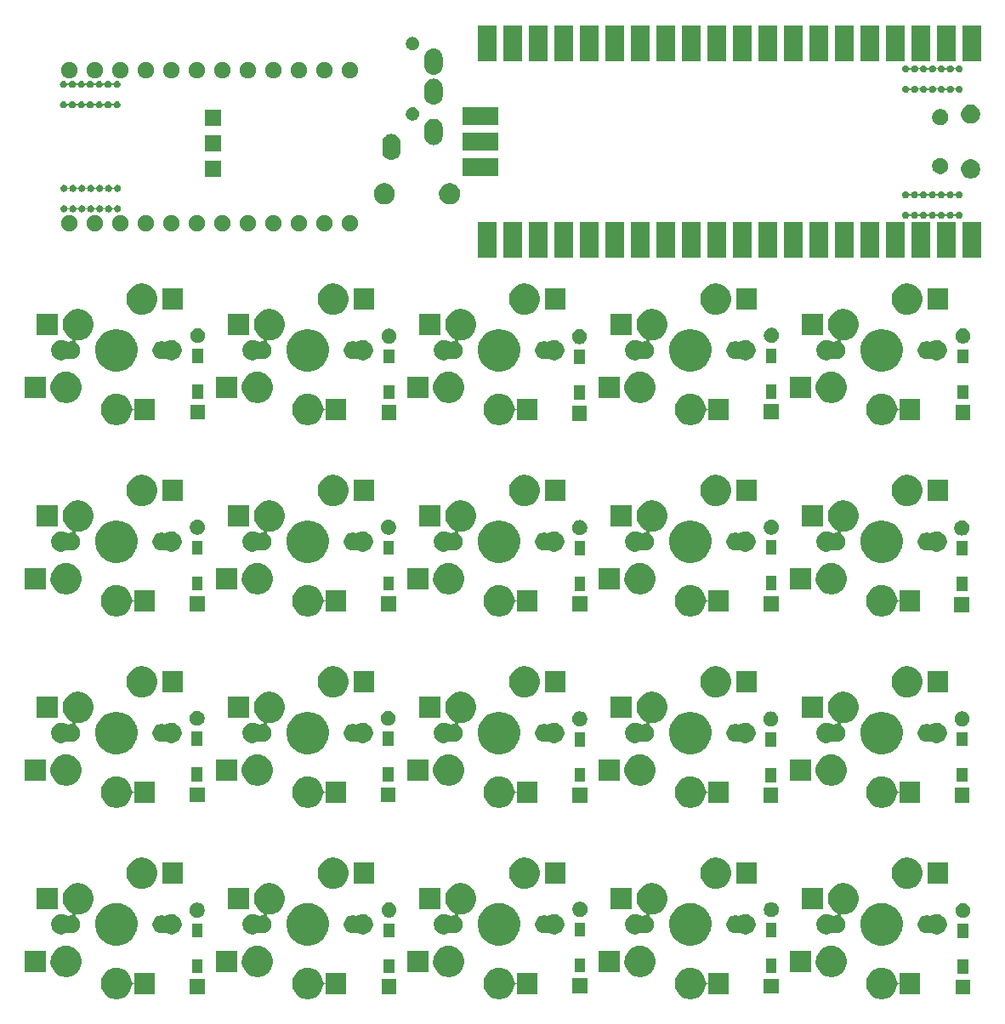
<source format=gbr>
G04 #@! TF.GenerationSoftware,KiCad,Pcbnew,(5.1.6-0-10_14)*
G04 #@! TF.CreationDate,2022-02-23T18:14:54+09:00*
G04 #@! TF.ProjectId,cool640,636f6f6c-3634-4302-9e6b-696361645f70,rev?*
G04 #@! TF.SameCoordinates,Original*
G04 #@! TF.FileFunction,Soldermask,Bot*
G04 #@! TF.FilePolarity,Negative*
%FSLAX46Y46*%
G04 Gerber Fmt 4.6, Leading zero omitted, Abs format (unit mm)*
G04 Created by KiCad (PCBNEW (5.1.6-0-10_14)) date 2022-02-23 18:14:54*
%MOMM*%
%LPD*%
G01*
G04 APERTURE LIST*
%ADD10C,0.100000*%
G04 APERTURE END LIST*
D10*
G36*
X76502585Y-61528802D02*
G01*
X76652410Y-61558604D01*
X76934674Y-61675521D01*
X77188705Y-61845259D01*
X77404741Y-62061295D01*
X77574479Y-62315326D01*
X77688459Y-62590500D01*
X77691396Y-62597591D01*
X77751404Y-62899270D01*
X77758517Y-62922719D01*
X77770068Y-62944330D01*
X77785613Y-62963272D01*
X77804555Y-62978817D01*
X77826166Y-62990368D01*
X77849615Y-62997481D01*
X77874001Y-62999883D01*
X77898387Y-62997481D01*
X77921836Y-62990368D01*
X77943447Y-62978817D01*
X77962389Y-62963272D01*
X77977934Y-62944330D01*
X77989485Y-62922719D01*
X77996598Y-62899270D01*
X77999000Y-62874884D01*
X77999000Y-61999000D01*
X80001000Y-61999000D01*
X80001000Y-64101000D01*
X77999000Y-64101000D01*
X77999000Y-63225116D01*
X77996598Y-63200730D01*
X77989485Y-63177281D01*
X77977934Y-63155670D01*
X77962389Y-63136728D01*
X77943447Y-63121183D01*
X77921836Y-63109632D01*
X77898387Y-63102519D01*
X77874001Y-63100117D01*
X77849615Y-63102519D01*
X77826166Y-63109632D01*
X77804555Y-63121183D01*
X77785613Y-63136728D01*
X77770068Y-63155670D01*
X77758517Y-63177281D01*
X77751404Y-63200730D01*
X77751000Y-63202760D01*
X77691396Y-63502410D01*
X77574479Y-63784674D01*
X77404741Y-64038705D01*
X77188705Y-64254741D01*
X76934674Y-64424479D01*
X76652410Y-64541396D01*
X76502585Y-64571198D01*
X76352761Y-64601000D01*
X76047239Y-64601000D01*
X75897415Y-64571198D01*
X75747590Y-64541396D01*
X75465326Y-64424479D01*
X75211295Y-64254741D01*
X74995259Y-64038705D01*
X74825521Y-63784674D01*
X74708604Y-63502410D01*
X74649000Y-63202760D01*
X74649000Y-62897240D01*
X74708604Y-62597590D01*
X74825521Y-62315326D01*
X74995259Y-62061295D01*
X75211295Y-61845259D01*
X75465326Y-61675521D01*
X75747590Y-61558604D01*
X75897415Y-61528802D01*
X76047239Y-61499000D01*
X76352761Y-61499000D01*
X76502585Y-61528802D01*
G37*
G36*
X57452585Y-61528802D02*
G01*
X57602410Y-61558604D01*
X57884674Y-61675521D01*
X58138705Y-61845259D01*
X58354741Y-62061295D01*
X58524479Y-62315326D01*
X58638459Y-62590500D01*
X58641396Y-62597591D01*
X58701404Y-62899270D01*
X58708517Y-62922719D01*
X58720068Y-62944330D01*
X58735613Y-62963272D01*
X58754555Y-62978817D01*
X58776166Y-62990368D01*
X58799615Y-62997481D01*
X58824001Y-62999883D01*
X58848387Y-62997481D01*
X58871836Y-62990368D01*
X58893447Y-62978817D01*
X58912389Y-62963272D01*
X58927934Y-62944330D01*
X58939485Y-62922719D01*
X58946598Y-62899270D01*
X58949000Y-62874884D01*
X58949000Y-61999000D01*
X60951000Y-61999000D01*
X60951000Y-64101000D01*
X58949000Y-64101000D01*
X58949000Y-63225116D01*
X58946598Y-63200730D01*
X58939485Y-63177281D01*
X58927934Y-63155670D01*
X58912389Y-63136728D01*
X58893447Y-63121183D01*
X58871836Y-63109632D01*
X58848387Y-63102519D01*
X58824001Y-63100117D01*
X58799615Y-63102519D01*
X58776166Y-63109632D01*
X58754555Y-63121183D01*
X58735613Y-63136728D01*
X58720068Y-63155670D01*
X58708517Y-63177281D01*
X58701404Y-63200730D01*
X58701000Y-63202760D01*
X58641396Y-63502410D01*
X58524479Y-63784674D01*
X58354741Y-64038705D01*
X58138705Y-64254741D01*
X57884674Y-64424479D01*
X57602410Y-64541396D01*
X57452585Y-64571198D01*
X57302761Y-64601000D01*
X56997239Y-64601000D01*
X56847415Y-64571198D01*
X56697590Y-64541396D01*
X56415326Y-64424479D01*
X56161295Y-64254741D01*
X55945259Y-64038705D01*
X55775521Y-63784674D01*
X55658604Y-63502410D01*
X55599000Y-63202760D01*
X55599000Y-62897240D01*
X55658604Y-62597590D01*
X55775521Y-62315326D01*
X55945259Y-62061295D01*
X56161295Y-61845259D01*
X56415326Y-61675521D01*
X56697590Y-61558604D01*
X56847415Y-61528802D01*
X56997239Y-61499000D01*
X57302761Y-61499000D01*
X57452585Y-61528802D01*
G37*
G36*
X38402585Y-61528802D02*
G01*
X38552410Y-61558604D01*
X38834674Y-61675521D01*
X39088705Y-61845259D01*
X39304741Y-62061295D01*
X39474479Y-62315326D01*
X39588459Y-62590500D01*
X39591396Y-62597591D01*
X39651404Y-62899270D01*
X39658517Y-62922719D01*
X39670068Y-62944330D01*
X39685613Y-62963272D01*
X39704555Y-62978817D01*
X39726166Y-62990368D01*
X39749615Y-62997481D01*
X39774001Y-62999883D01*
X39798387Y-62997481D01*
X39821836Y-62990368D01*
X39843447Y-62978817D01*
X39862389Y-62963272D01*
X39877934Y-62944330D01*
X39889485Y-62922719D01*
X39896598Y-62899270D01*
X39899000Y-62874884D01*
X39899000Y-61999000D01*
X41901000Y-61999000D01*
X41901000Y-64101000D01*
X39899000Y-64101000D01*
X39899000Y-63225116D01*
X39896598Y-63200730D01*
X39889485Y-63177281D01*
X39877934Y-63155670D01*
X39862389Y-63136728D01*
X39843447Y-63121183D01*
X39821836Y-63109632D01*
X39798387Y-63102519D01*
X39774001Y-63100117D01*
X39749615Y-63102519D01*
X39726166Y-63109632D01*
X39704555Y-63121183D01*
X39685613Y-63136728D01*
X39670068Y-63155670D01*
X39658517Y-63177281D01*
X39651404Y-63200730D01*
X39651000Y-63202760D01*
X39591396Y-63502410D01*
X39474479Y-63784674D01*
X39304741Y-64038705D01*
X39088705Y-64254741D01*
X38834674Y-64424479D01*
X38552410Y-64541396D01*
X38402585Y-64571198D01*
X38252761Y-64601000D01*
X37947239Y-64601000D01*
X37797415Y-64571198D01*
X37647590Y-64541396D01*
X37365326Y-64424479D01*
X37111295Y-64254741D01*
X36895259Y-64038705D01*
X36725521Y-63784674D01*
X36608604Y-63502410D01*
X36549000Y-63202760D01*
X36549000Y-62897240D01*
X36608604Y-62597590D01*
X36725521Y-62315326D01*
X36895259Y-62061295D01*
X37111295Y-61845259D01*
X37365326Y-61675521D01*
X37647590Y-61558604D01*
X37797415Y-61528802D01*
X37947239Y-61499000D01*
X38252761Y-61499000D01*
X38402585Y-61528802D01*
G37*
G36*
X19352585Y-61528802D02*
G01*
X19502410Y-61558604D01*
X19784674Y-61675521D01*
X20038705Y-61845259D01*
X20254741Y-62061295D01*
X20424479Y-62315326D01*
X20538459Y-62590500D01*
X20541396Y-62597591D01*
X20601404Y-62899270D01*
X20608517Y-62922719D01*
X20620068Y-62944330D01*
X20635613Y-62963272D01*
X20654555Y-62978817D01*
X20676166Y-62990368D01*
X20699615Y-62997481D01*
X20724001Y-62999883D01*
X20748387Y-62997481D01*
X20771836Y-62990368D01*
X20793447Y-62978817D01*
X20812389Y-62963272D01*
X20827934Y-62944330D01*
X20839485Y-62922719D01*
X20846598Y-62899270D01*
X20849000Y-62874884D01*
X20849000Y-61999000D01*
X22851000Y-61999000D01*
X22851000Y-64101000D01*
X20849000Y-64101000D01*
X20849000Y-63225116D01*
X20846598Y-63200730D01*
X20839485Y-63177281D01*
X20827934Y-63155670D01*
X20812389Y-63136728D01*
X20793447Y-63121183D01*
X20771836Y-63109632D01*
X20748387Y-63102519D01*
X20724001Y-63100117D01*
X20699615Y-63102519D01*
X20676166Y-63109632D01*
X20654555Y-63121183D01*
X20635613Y-63136728D01*
X20620068Y-63155670D01*
X20608517Y-63177281D01*
X20601404Y-63200730D01*
X20601000Y-63202760D01*
X20541396Y-63502410D01*
X20424479Y-63784674D01*
X20254741Y-64038705D01*
X20038705Y-64254741D01*
X19784674Y-64424479D01*
X19502410Y-64541396D01*
X19352585Y-64571198D01*
X19202761Y-64601000D01*
X18897239Y-64601000D01*
X18747415Y-64571198D01*
X18597590Y-64541396D01*
X18315326Y-64424479D01*
X18061295Y-64254741D01*
X17845259Y-64038705D01*
X17675521Y-63784674D01*
X17558604Y-63502410D01*
X17499000Y-63202760D01*
X17499000Y-62897240D01*
X17558604Y-62597590D01*
X17675521Y-62315326D01*
X17845259Y-62061295D01*
X18061295Y-61845259D01*
X18315326Y-61675521D01*
X18597590Y-61558604D01*
X18747415Y-61528802D01*
X18897239Y-61499000D01*
X19202761Y-61499000D01*
X19352585Y-61528802D01*
G37*
G36*
X302585Y-61528802D02*
G01*
X452410Y-61558604D01*
X734674Y-61675521D01*
X988705Y-61845259D01*
X1204741Y-62061295D01*
X1374479Y-62315326D01*
X1488459Y-62590500D01*
X1491396Y-62597591D01*
X1551404Y-62899270D01*
X1558517Y-62922719D01*
X1570068Y-62944330D01*
X1585613Y-62963272D01*
X1604555Y-62978817D01*
X1626166Y-62990368D01*
X1649615Y-62997481D01*
X1674001Y-62999883D01*
X1698387Y-62997481D01*
X1721836Y-62990368D01*
X1743447Y-62978817D01*
X1762389Y-62963272D01*
X1777934Y-62944330D01*
X1789485Y-62922719D01*
X1796598Y-62899270D01*
X1799000Y-62874884D01*
X1799000Y-61999000D01*
X3801000Y-61999000D01*
X3801000Y-64101000D01*
X1799000Y-64101000D01*
X1799000Y-63225116D01*
X1796598Y-63200730D01*
X1789485Y-63177281D01*
X1777934Y-63155670D01*
X1762389Y-63136728D01*
X1743447Y-63121183D01*
X1721836Y-63109632D01*
X1698387Y-63102519D01*
X1674001Y-63100117D01*
X1649615Y-63102519D01*
X1626166Y-63109632D01*
X1604555Y-63121183D01*
X1585613Y-63136728D01*
X1570068Y-63155670D01*
X1558517Y-63177281D01*
X1551404Y-63200730D01*
X1551000Y-63202760D01*
X1491396Y-63502410D01*
X1374479Y-63784674D01*
X1204741Y-64038705D01*
X988705Y-64254741D01*
X734674Y-64424479D01*
X452410Y-64541396D01*
X302585Y-64571198D01*
X152761Y-64601000D01*
X-152761Y-64601000D01*
X-302585Y-64571198D01*
X-452410Y-64541396D01*
X-734674Y-64424479D01*
X-988705Y-64254741D01*
X-1204741Y-64038705D01*
X-1374479Y-63784674D01*
X-1491396Y-63502410D01*
X-1551000Y-63202760D01*
X-1551000Y-62897240D01*
X-1491396Y-62597590D01*
X-1374479Y-62315326D01*
X-1204741Y-62061295D01*
X-988705Y-61845259D01*
X-734674Y-61675521D01*
X-452410Y-61558604D01*
X-302585Y-61528802D01*
X-152761Y-61499000D01*
X152761Y-61499000D01*
X302585Y-61528802D01*
G37*
G36*
X85039500Y-64149500D02*
G01*
X83540500Y-64149500D01*
X83540500Y-62650500D01*
X85039500Y-62650500D01*
X85039500Y-64149500D01*
G37*
G36*
X8799500Y-64109500D02*
G01*
X7300500Y-64109500D01*
X7300500Y-62610500D01*
X8799500Y-62610500D01*
X8799500Y-64109500D01*
G37*
G36*
X27899500Y-64089500D02*
G01*
X26400500Y-64089500D01*
X26400500Y-62590500D01*
X27899500Y-62590500D01*
X27899500Y-64089500D01*
G37*
G36*
X65959500Y-64049500D02*
G01*
X64460500Y-64049500D01*
X64460500Y-62550500D01*
X65959500Y-62550500D01*
X65959500Y-64049500D01*
G37*
G36*
X46909500Y-64019500D02*
G01*
X45410500Y-64019500D01*
X45410500Y-62520500D01*
X46909500Y-62520500D01*
X46909500Y-64019500D01*
G37*
G36*
X-4697415Y-59328802D02*
G01*
X-4547590Y-59358604D01*
X-4265326Y-59475521D01*
X-4011295Y-59645259D01*
X-3795259Y-59861295D01*
X-3625521Y-60115326D01*
X-3508604Y-60397590D01*
X-3508604Y-60397591D01*
X-3467546Y-60604000D01*
X-3449000Y-60697240D01*
X-3449000Y-61002760D01*
X-3508604Y-61302410D01*
X-3625521Y-61584674D01*
X-3795259Y-61838705D01*
X-4011295Y-62054741D01*
X-4265326Y-62224479D01*
X-4547590Y-62341396D01*
X-4697415Y-62371198D01*
X-4847239Y-62401000D01*
X-5152761Y-62401000D01*
X-5302585Y-62371198D01*
X-5452410Y-62341396D01*
X-5734674Y-62224479D01*
X-5988705Y-62054741D01*
X-6204741Y-61838705D01*
X-6374479Y-61584674D01*
X-6491396Y-61302410D01*
X-6551000Y-61002760D01*
X-6551000Y-60697240D01*
X-6532453Y-60604000D01*
X-6491396Y-60397591D01*
X-6491396Y-60397590D01*
X-6374479Y-60115326D01*
X-6204741Y-59861295D01*
X-5988705Y-59645259D01*
X-5734674Y-59475521D01*
X-5452410Y-59358604D01*
X-5302585Y-59328802D01*
X-5152761Y-59299000D01*
X-4847239Y-59299000D01*
X-4697415Y-59328802D01*
G37*
G36*
X33402585Y-59328802D02*
G01*
X33552410Y-59358604D01*
X33834674Y-59475521D01*
X34088705Y-59645259D01*
X34304741Y-59861295D01*
X34474479Y-60115326D01*
X34591396Y-60397590D01*
X34591396Y-60397591D01*
X34632454Y-60604000D01*
X34651000Y-60697240D01*
X34651000Y-61002760D01*
X34591396Y-61302410D01*
X34474479Y-61584674D01*
X34304741Y-61838705D01*
X34088705Y-62054741D01*
X33834674Y-62224479D01*
X33552410Y-62341396D01*
X33402585Y-62371198D01*
X33252761Y-62401000D01*
X32947239Y-62401000D01*
X32797415Y-62371198D01*
X32647590Y-62341396D01*
X32365326Y-62224479D01*
X32111295Y-62054741D01*
X31895259Y-61838705D01*
X31725521Y-61584674D01*
X31608604Y-61302410D01*
X31549000Y-61002760D01*
X31549000Y-60697240D01*
X31567547Y-60604000D01*
X31608604Y-60397591D01*
X31608604Y-60397590D01*
X31725521Y-60115326D01*
X31895259Y-59861295D01*
X32111295Y-59645259D01*
X32365326Y-59475521D01*
X32647590Y-59358604D01*
X32797415Y-59328802D01*
X32947239Y-59299000D01*
X33252761Y-59299000D01*
X33402585Y-59328802D01*
G37*
G36*
X14352585Y-59328802D02*
G01*
X14502410Y-59358604D01*
X14784674Y-59475521D01*
X15038705Y-59645259D01*
X15254741Y-59861295D01*
X15424479Y-60115326D01*
X15541396Y-60397590D01*
X15541396Y-60397591D01*
X15582454Y-60604000D01*
X15601000Y-60697240D01*
X15601000Y-61002760D01*
X15541396Y-61302410D01*
X15424479Y-61584674D01*
X15254741Y-61838705D01*
X15038705Y-62054741D01*
X14784674Y-62224479D01*
X14502410Y-62341396D01*
X14352585Y-62371198D01*
X14202761Y-62401000D01*
X13897239Y-62401000D01*
X13747415Y-62371198D01*
X13597590Y-62341396D01*
X13315326Y-62224479D01*
X13061295Y-62054741D01*
X12845259Y-61838705D01*
X12675521Y-61584674D01*
X12558604Y-61302410D01*
X12499000Y-61002760D01*
X12499000Y-60697240D01*
X12517547Y-60604000D01*
X12558604Y-60397591D01*
X12558604Y-60397590D01*
X12675521Y-60115326D01*
X12845259Y-59861295D01*
X13061295Y-59645259D01*
X13315326Y-59475521D01*
X13597590Y-59358604D01*
X13747415Y-59328802D01*
X13897239Y-59299000D01*
X14202761Y-59299000D01*
X14352585Y-59328802D01*
G37*
G36*
X71502585Y-59328802D02*
G01*
X71652410Y-59358604D01*
X71934674Y-59475521D01*
X72188705Y-59645259D01*
X72404741Y-59861295D01*
X72574479Y-60115326D01*
X72691396Y-60397590D01*
X72691396Y-60397591D01*
X72732454Y-60604000D01*
X72751000Y-60697240D01*
X72751000Y-61002760D01*
X72691396Y-61302410D01*
X72574479Y-61584674D01*
X72404741Y-61838705D01*
X72188705Y-62054741D01*
X71934674Y-62224479D01*
X71652410Y-62341396D01*
X71502585Y-62371198D01*
X71352761Y-62401000D01*
X71047239Y-62401000D01*
X70897415Y-62371198D01*
X70747590Y-62341396D01*
X70465326Y-62224479D01*
X70211295Y-62054741D01*
X69995259Y-61838705D01*
X69825521Y-61584674D01*
X69708604Y-61302410D01*
X69649000Y-61002760D01*
X69649000Y-60697240D01*
X69667547Y-60604000D01*
X69708604Y-60397591D01*
X69708604Y-60397590D01*
X69825521Y-60115326D01*
X69995259Y-59861295D01*
X70211295Y-59645259D01*
X70465326Y-59475521D01*
X70747590Y-59358604D01*
X70897415Y-59328802D01*
X71047239Y-59299000D01*
X71352761Y-59299000D01*
X71502585Y-59328802D01*
G37*
G36*
X52452585Y-59328802D02*
G01*
X52602410Y-59358604D01*
X52884674Y-59475521D01*
X53138705Y-59645259D01*
X53354741Y-59861295D01*
X53524479Y-60115326D01*
X53641396Y-60397590D01*
X53641396Y-60397591D01*
X53682454Y-60604000D01*
X53701000Y-60697240D01*
X53701000Y-61002760D01*
X53641396Y-61302410D01*
X53524479Y-61584674D01*
X53354741Y-61838705D01*
X53138705Y-62054741D01*
X52884674Y-62224479D01*
X52602410Y-62341396D01*
X52452585Y-62371198D01*
X52302761Y-62401000D01*
X51997239Y-62401000D01*
X51847415Y-62371198D01*
X51697590Y-62341396D01*
X51415326Y-62224479D01*
X51161295Y-62054741D01*
X50945259Y-61838705D01*
X50775521Y-61584674D01*
X50658604Y-61302410D01*
X50599000Y-61002760D01*
X50599000Y-60697240D01*
X50617547Y-60604000D01*
X50658604Y-60397591D01*
X50658604Y-60397590D01*
X50775521Y-60115326D01*
X50945259Y-59861295D01*
X51161295Y-59645259D01*
X51415326Y-59475521D01*
X51697590Y-59358604D01*
X51847415Y-59328802D01*
X51997239Y-59299000D01*
X52302761Y-59299000D01*
X52452585Y-59328802D01*
G37*
G36*
X84816000Y-62066000D02*
G01*
X83764000Y-62066000D01*
X83764000Y-60664000D01*
X84816000Y-60664000D01*
X84816000Y-62066000D01*
G37*
G36*
X8576000Y-62026000D02*
G01*
X7524000Y-62026000D01*
X7524000Y-60624000D01*
X8576000Y-60624000D01*
X8576000Y-62026000D01*
G37*
G36*
X27676000Y-62006000D02*
G01*
X26624000Y-62006000D01*
X26624000Y-60604000D01*
X27676000Y-60604000D01*
X27676000Y-62006000D01*
G37*
G36*
X65736000Y-61966000D02*
G01*
X64684000Y-61966000D01*
X64684000Y-60564000D01*
X65736000Y-60564000D01*
X65736000Y-61966000D01*
G37*
G36*
X46686000Y-61936000D02*
G01*
X45634000Y-61936000D01*
X45634000Y-60534000D01*
X46686000Y-60534000D01*
X46686000Y-61936000D01*
G37*
G36*
X50101000Y-61901000D02*
G01*
X47999000Y-61901000D01*
X47999000Y-59799000D01*
X50101000Y-59799000D01*
X50101000Y-61901000D01*
G37*
G36*
X31051000Y-61901000D02*
G01*
X28949000Y-61901000D01*
X28949000Y-59799000D01*
X31051000Y-59799000D01*
X31051000Y-61901000D01*
G37*
G36*
X69151000Y-61901000D02*
G01*
X67049000Y-61901000D01*
X67049000Y-59799000D01*
X69151000Y-59799000D01*
X69151000Y-61901000D01*
G37*
G36*
X12001000Y-61901000D02*
G01*
X9899000Y-61901000D01*
X9899000Y-59799000D01*
X12001000Y-59799000D01*
X12001000Y-61901000D01*
G37*
G36*
X-7049000Y-61901000D02*
G01*
X-9151000Y-61901000D01*
X-9151000Y-59799000D01*
X-7049000Y-59799000D01*
X-7049000Y-61901000D01*
G37*
G36*
X19502391Y-55097825D02*
G01*
X19662839Y-55129740D01*
X19933206Y-55241730D01*
X19982684Y-55262224D01*
X20045197Y-55288118D01*
X20190158Y-55384978D01*
X20389309Y-55518046D01*
X20681954Y-55810691D01*
X20684659Y-55814740D01*
X20908005Y-56149000D01*
X20911883Y-56154805D01*
X20949905Y-56246598D01*
X21067087Y-56529500D01*
X21070260Y-56537162D01*
X21151000Y-56943068D01*
X21151000Y-57356932D01*
X21097847Y-57624149D01*
X21070260Y-57762839D01*
X20965473Y-58015818D01*
X20946959Y-58060515D01*
X20911882Y-58145197D01*
X20796138Y-58318420D01*
X20690847Y-58476000D01*
X20681953Y-58489310D01*
X20389310Y-58781953D01*
X20045197Y-59011882D01*
X19662839Y-59170260D01*
X19527536Y-59197173D01*
X19256932Y-59251000D01*
X18843068Y-59251000D01*
X18572464Y-59197173D01*
X18437161Y-59170260D01*
X18054803Y-59011882D01*
X17710690Y-58781953D01*
X17418047Y-58489310D01*
X17409154Y-58476000D01*
X17303862Y-58318420D01*
X17188118Y-58145197D01*
X17153042Y-58060515D01*
X17134527Y-58015818D01*
X17029740Y-57762839D01*
X17002153Y-57624149D01*
X16949000Y-57356932D01*
X16949000Y-56943068D01*
X17029740Y-56537162D01*
X17032914Y-56529500D01*
X17150095Y-56246598D01*
X17188117Y-56154805D01*
X17191996Y-56149000D01*
X17415341Y-55814740D01*
X17418046Y-55810691D01*
X17710691Y-55518046D01*
X17909842Y-55384978D01*
X18054803Y-55288118D01*
X18117317Y-55262224D01*
X18166794Y-55241730D01*
X18437161Y-55129740D01*
X18597609Y-55097825D01*
X18843068Y-55049000D01*
X19256932Y-55049000D01*
X19502391Y-55097825D01*
G37*
G36*
X38552391Y-55097825D02*
G01*
X38712839Y-55129740D01*
X38983206Y-55241730D01*
X39032684Y-55262224D01*
X39095197Y-55288118D01*
X39240158Y-55384978D01*
X39439309Y-55518046D01*
X39731954Y-55810691D01*
X39734659Y-55814740D01*
X39958005Y-56149000D01*
X39961883Y-56154805D01*
X39999905Y-56246598D01*
X40117087Y-56529500D01*
X40120260Y-56537162D01*
X40201000Y-56943068D01*
X40201000Y-57356932D01*
X40147847Y-57624149D01*
X40120260Y-57762839D01*
X40015473Y-58015818D01*
X39996959Y-58060515D01*
X39961882Y-58145197D01*
X39846138Y-58318420D01*
X39740847Y-58476000D01*
X39731953Y-58489310D01*
X39439310Y-58781953D01*
X39095197Y-59011882D01*
X38712839Y-59170260D01*
X38577536Y-59197173D01*
X38306932Y-59251000D01*
X37893068Y-59251000D01*
X37622464Y-59197173D01*
X37487161Y-59170260D01*
X37104803Y-59011882D01*
X36760690Y-58781953D01*
X36468047Y-58489310D01*
X36459154Y-58476000D01*
X36353862Y-58318420D01*
X36238118Y-58145197D01*
X36203042Y-58060515D01*
X36184527Y-58015818D01*
X36079740Y-57762839D01*
X36052153Y-57624149D01*
X35999000Y-57356932D01*
X35999000Y-56943068D01*
X36079740Y-56537162D01*
X36082914Y-56529500D01*
X36200095Y-56246598D01*
X36238117Y-56154805D01*
X36241996Y-56149000D01*
X36465341Y-55814740D01*
X36468046Y-55810691D01*
X36760691Y-55518046D01*
X36959842Y-55384978D01*
X37104803Y-55288118D01*
X37167317Y-55262224D01*
X37216794Y-55241730D01*
X37487161Y-55129740D01*
X37647609Y-55097825D01*
X37893068Y-55049000D01*
X38306932Y-55049000D01*
X38552391Y-55097825D01*
G37*
G36*
X57602391Y-55097825D02*
G01*
X57762839Y-55129740D01*
X58033206Y-55241730D01*
X58082684Y-55262224D01*
X58145197Y-55288118D01*
X58290158Y-55384978D01*
X58489309Y-55518046D01*
X58781954Y-55810691D01*
X58784659Y-55814740D01*
X59008005Y-56149000D01*
X59011883Y-56154805D01*
X59049905Y-56246598D01*
X59167087Y-56529500D01*
X59170260Y-56537162D01*
X59251000Y-56943068D01*
X59251000Y-57356932D01*
X59197847Y-57624149D01*
X59170260Y-57762839D01*
X59065473Y-58015818D01*
X59046959Y-58060515D01*
X59011882Y-58145197D01*
X58896138Y-58318420D01*
X58790847Y-58476000D01*
X58781953Y-58489310D01*
X58489310Y-58781953D01*
X58145197Y-59011882D01*
X57762839Y-59170260D01*
X57627536Y-59197173D01*
X57356932Y-59251000D01*
X56943068Y-59251000D01*
X56672464Y-59197173D01*
X56537161Y-59170260D01*
X56154803Y-59011882D01*
X55810690Y-58781953D01*
X55518047Y-58489310D01*
X55509154Y-58476000D01*
X55403862Y-58318420D01*
X55288118Y-58145197D01*
X55253042Y-58060515D01*
X55234527Y-58015818D01*
X55129740Y-57762839D01*
X55102153Y-57624149D01*
X55049000Y-57356932D01*
X55049000Y-56943068D01*
X55129740Y-56537162D01*
X55132914Y-56529500D01*
X55250095Y-56246598D01*
X55288117Y-56154805D01*
X55291996Y-56149000D01*
X55515341Y-55814740D01*
X55518046Y-55810691D01*
X55810691Y-55518046D01*
X56009842Y-55384978D01*
X56154803Y-55288118D01*
X56217317Y-55262224D01*
X56266794Y-55241730D01*
X56537161Y-55129740D01*
X56697609Y-55097825D01*
X56943068Y-55049000D01*
X57356932Y-55049000D01*
X57602391Y-55097825D01*
G37*
G36*
X76652391Y-55097825D02*
G01*
X76812839Y-55129740D01*
X77083206Y-55241730D01*
X77132684Y-55262224D01*
X77195197Y-55288118D01*
X77340158Y-55384978D01*
X77539309Y-55518046D01*
X77831954Y-55810691D01*
X77834659Y-55814740D01*
X78058005Y-56149000D01*
X78061883Y-56154805D01*
X78099905Y-56246598D01*
X78217087Y-56529500D01*
X78220260Y-56537162D01*
X78301000Y-56943068D01*
X78301000Y-57356932D01*
X78247847Y-57624149D01*
X78220260Y-57762839D01*
X78115473Y-58015818D01*
X78096959Y-58060515D01*
X78061882Y-58145197D01*
X77946138Y-58318420D01*
X77840847Y-58476000D01*
X77831953Y-58489310D01*
X77539310Y-58781953D01*
X77195197Y-59011882D01*
X76812839Y-59170260D01*
X76677536Y-59197173D01*
X76406932Y-59251000D01*
X75993068Y-59251000D01*
X75722464Y-59197173D01*
X75587161Y-59170260D01*
X75204803Y-59011882D01*
X74860690Y-58781953D01*
X74568047Y-58489310D01*
X74559154Y-58476000D01*
X74453862Y-58318420D01*
X74338118Y-58145197D01*
X74303042Y-58060515D01*
X74284527Y-58015818D01*
X74179740Y-57762839D01*
X74152153Y-57624149D01*
X74099000Y-57356932D01*
X74099000Y-56943068D01*
X74179740Y-56537162D01*
X74182914Y-56529500D01*
X74300095Y-56246598D01*
X74338117Y-56154805D01*
X74341996Y-56149000D01*
X74565341Y-55814740D01*
X74568046Y-55810691D01*
X74860691Y-55518046D01*
X75059842Y-55384978D01*
X75204803Y-55288118D01*
X75267317Y-55262224D01*
X75316794Y-55241730D01*
X75587161Y-55129740D01*
X75747609Y-55097825D01*
X75993068Y-55049000D01*
X76406932Y-55049000D01*
X76652391Y-55097825D01*
G37*
G36*
X452391Y-55097825D02*
G01*
X612839Y-55129740D01*
X883206Y-55241730D01*
X932684Y-55262224D01*
X995197Y-55288118D01*
X1140158Y-55384978D01*
X1339309Y-55518046D01*
X1631954Y-55810691D01*
X1634659Y-55814740D01*
X1858005Y-56149000D01*
X1861883Y-56154805D01*
X1899905Y-56246598D01*
X2017087Y-56529500D01*
X2020260Y-56537162D01*
X2101000Y-56943068D01*
X2101000Y-57356932D01*
X2047847Y-57624149D01*
X2020260Y-57762839D01*
X1915473Y-58015818D01*
X1896959Y-58060515D01*
X1861882Y-58145197D01*
X1746138Y-58318420D01*
X1640847Y-58476000D01*
X1631953Y-58489310D01*
X1339310Y-58781953D01*
X995197Y-59011882D01*
X612839Y-59170260D01*
X477536Y-59197173D01*
X206932Y-59251000D01*
X-206932Y-59251000D01*
X-477536Y-59197173D01*
X-612839Y-59170260D01*
X-995197Y-59011882D01*
X-1339310Y-58781953D01*
X-1631953Y-58489310D01*
X-1640846Y-58476000D01*
X-1746138Y-58318420D01*
X-1861882Y-58145197D01*
X-1896958Y-58060515D01*
X-1915473Y-58015818D01*
X-2020260Y-57762839D01*
X-2047847Y-57624149D01*
X-2101000Y-57356932D01*
X-2101000Y-56943068D01*
X-2020260Y-56537162D01*
X-2017086Y-56529500D01*
X-1899905Y-56246598D01*
X-1861883Y-56154805D01*
X-1858004Y-56149000D01*
X-1634659Y-55814740D01*
X-1631954Y-55810691D01*
X-1339309Y-55518046D01*
X-1140158Y-55384978D01*
X-995197Y-55288118D01*
X-932683Y-55262224D01*
X-883206Y-55241730D01*
X-612839Y-55129740D01*
X-452391Y-55097825D01*
X-206932Y-55049000D01*
X206932Y-55049000D01*
X452391Y-55097825D01*
G37*
G36*
X84816000Y-58516000D02*
G01*
X83764000Y-58516000D01*
X83764000Y-57114000D01*
X84816000Y-57114000D01*
X84816000Y-58516000D01*
G37*
G36*
X8576000Y-58476000D02*
G01*
X7524000Y-58476000D01*
X7524000Y-57074000D01*
X8576000Y-57074000D01*
X8576000Y-58476000D01*
G37*
G36*
X27676000Y-58456000D02*
G01*
X26624000Y-58456000D01*
X26624000Y-57054000D01*
X27676000Y-57054000D01*
X27676000Y-58456000D01*
G37*
G36*
X65736000Y-58416000D02*
G01*
X64684000Y-58416000D01*
X64684000Y-57014000D01*
X65736000Y-57014000D01*
X65736000Y-58416000D01*
G37*
G36*
X46686000Y-58386000D02*
G01*
X45634000Y-58386000D01*
X45634000Y-56984000D01*
X46686000Y-56984000D01*
X46686000Y-58386000D01*
G37*
G36*
X62941981Y-56187468D02*
G01*
X63049912Y-56232175D01*
X63120982Y-56261613D01*
X63124151Y-56262926D01*
X63288100Y-56372473D01*
X63427527Y-56511900D01*
X63537074Y-56675849D01*
X63612532Y-56858019D01*
X63651000Y-57051410D01*
X63651000Y-57248590D01*
X63612532Y-57441981D01*
X63537074Y-57624151D01*
X63427527Y-57788100D01*
X63288100Y-57927527D01*
X63124151Y-58037074D01*
X62941981Y-58112532D01*
X62845285Y-58131766D01*
X62748591Y-58151000D01*
X62551409Y-58151000D01*
X62454715Y-58131766D01*
X62358019Y-58112532D01*
X62232440Y-58060515D01*
X62208991Y-58053402D01*
X62184605Y-58051000D01*
X62141258Y-58051000D01*
X62071247Y-58037074D01*
X61967188Y-58016376D01*
X61967185Y-58016375D01*
X61964386Y-58015818D01*
X61940000Y-58013416D01*
X61915614Y-58015818D01*
X61912815Y-58016375D01*
X61912812Y-58016376D01*
X61808753Y-58037074D01*
X61738742Y-58051000D01*
X61561258Y-58051000D01*
X61536488Y-58046073D01*
X61387188Y-58016376D01*
X61223216Y-57948456D01*
X61075646Y-57849853D01*
X60950147Y-57724354D01*
X60851544Y-57576784D01*
X60783624Y-57412812D01*
X60749000Y-57238741D01*
X60749000Y-57061259D01*
X60783624Y-56887188D01*
X60851544Y-56723216D01*
X60950147Y-56575646D01*
X61075646Y-56450147D01*
X61223216Y-56351544D01*
X61387188Y-56283624D01*
X61536488Y-56253927D01*
X61561258Y-56249000D01*
X61738742Y-56249000D01*
X61779625Y-56257132D01*
X61912812Y-56283624D01*
X61912815Y-56283625D01*
X61915614Y-56284182D01*
X61940000Y-56286584D01*
X61964386Y-56284182D01*
X61967185Y-56283625D01*
X61967188Y-56283624D01*
X62100375Y-56257132D01*
X62141258Y-56249000D01*
X62184605Y-56249000D01*
X62208991Y-56246598D01*
X62232440Y-56239485D01*
X62250088Y-56232175D01*
X62358019Y-56187468D01*
X62551409Y-56149000D01*
X62748591Y-56149000D01*
X62941981Y-56187468D01*
G37*
G36*
X81991981Y-56187468D02*
G01*
X82099912Y-56232175D01*
X82170982Y-56261613D01*
X82174151Y-56262926D01*
X82338100Y-56372473D01*
X82477527Y-56511900D01*
X82587074Y-56675849D01*
X82662532Y-56858019D01*
X82701000Y-57051410D01*
X82701000Y-57248590D01*
X82662532Y-57441981D01*
X82587074Y-57624151D01*
X82477527Y-57788100D01*
X82338100Y-57927527D01*
X82174151Y-58037074D01*
X81991981Y-58112532D01*
X81895285Y-58131766D01*
X81798591Y-58151000D01*
X81601409Y-58151000D01*
X81504715Y-58131766D01*
X81408019Y-58112532D01*
X81282440Y-58060515D01*
X81258991Y-58053402D01*
X81234605Y-58051000D01*
X81191258Y-58051000D01*
X81121247Y-58037074D01*
X81017188Y-58016376D01*
X81017185Y-58016375D01*
X81014386Y-58015818D01*
X80990000Y-58013416D01*
X80965614Y-58015818D01*
X80962815Y-58016375D01*
X80962812Y-58016376D01*
X80858753Y-58037074D01*
X80788742Y-58051000D01*
X80611258Y-58051000D01*
X80586488Y-58046073D01*
X80437188Y-58016376D01*
X80273216Y-57948456D01*
X80125646Y-57849853D01*
X80000147Y-57724354D01*
X79901544Y-57576784D01*
X79833624Y-57412812D01*
X79799000Y-57238741D01*
X79799000Y-57061259D01*
X79833624Y-56887188D01*
X79901544Y-56723216D01*
X80000147Y-56575646D01*
X80125646Y-56450147D01*
X80273216Y-56351544D01*
X80437188Y-56283624D01*
X80586488Y-56253927D01*
X80611258Y-56249000D01*
X80788742Y-56249000D01*
X80829625Y-56257132D01*
X80962812Y-56283624D01*
X80962815Y-56283625D01*
X80965614Y-56284182D01*
X80990000Y-56286584D01*
X81014386Y-56284182D01*
X81017185Y-56283625D01*
X81017188Y-56283624D01*
X81150375Y-56257132D01*
X81191258Y-56249000D01*
X81234605Y-56249000D01*
X81258991Y-56246598D01*
X81282440Y-56239485D01*
X81300088Y-56232175D01*
X81408019Y-56187468D01*
X81601409Y-56149000D01*
X81798591Y-56149000D01*
X81991981Y-56187468D01*
G37*
G36*
X72692585Y-53088802D02*
G01*
X72842410Y-53118604D01*
X73124674Y-53235521D01*
X73378705Y-53405259D01*
X73594741Y-53621295D01*
X73764479Y-53875326D01*
X73881396Y-54157590D01*
X73941000Y-54457240D01*
X73941000Y-54762760D01*
X73881396Y-55062410D01*
X73764479Y-55344674D01*
X73594741Y-55598705D01*
X73378705Y-55814741D01*
X73124674Y-55984479D01*
X72842410Y-56101396D01*
X72709773Y-56127779D01*
X72542761Y-56161000D01*
X72253680Y-56161000D01*
X72229294Y-56163402D01*
X72205845Y-56170515D01*
X72184234Y-56182066D01*
X72165292Y-56197611D01*
X72149747Y-56216553D01*
X72138196Y-56238164D01*
X72131083Y-56261613D01*
X72128681Y-56285999D01*
X72131083Y-56310385D01*
X72138196Y-56333834D01*
X72149747Y-56355445D01*
X72165292Y-56374387D01*
X72184226Y-56389926D01*
X72274354Y-56450147D01*
X72399853Y-56575646D01*
X72498456Y-56723216D01*
X72566376Y-56887188D01*
X72601000Y-57061259D01*
X72601000Y-57238741D01*
X72566376Y-57412812D01*
X72498456Y-57576784D01*
X72399853Y-57724354D01*
X72274354Y-57849853D01*
X72126784Y-57948456D01*
X71962812Y-58016376D01*
X71813512Y-58046073D01*
X71788742Y-58051000D01*
X71611258Y-58051000D01*
X71541247Y-58037074D01*
X71437188Y-58016376D01*
X71437185Y-58016375D01*
X71434386Y-58015818D01*
X71410000Y-58013416D01*
X71385614Y-58015818D01*
X71382815Y-58016375D01*
X71382812Y-58016376D01*
X71278753Y-58037074D01*
X71208742Y-58051000D01*
X71165395Y-58051000D01*
X71141009Y-58053402D01*
X71117560Y-58060515D01*
X70991981Y-58112532D01*
X70895285Y-58131766D01*
X70798591Y-58151000D01*
X70601409Y-58151000D01*
X70504715Y-58131766D01*
X70408019Y-58112532D01*
X70225849Y-58037074D01*
X70061900Y-57927527D01*
X69922473Y-57788100D01*
X69812926Y-57624151D01*
X69737468Y-57441981D01*
X69699000Y-57248590D01*
X69699000Y-57051410D01*
X69737468Y-56858019D01*
X69812926Y-56675849D01*
X69922473Y-56511900D01*
X70061900Y-56372473D01*
X70225849Y-56262926D01*
X70229019Y-56261613D01*
X70300088Y-56232175D01*
X70408019Y-56187468D01*
X70601409Y-56149000D01*
X70798591Y-56149000D01*
X70991981Y-56187468D01*
X71099912Y-56232175D01*
X71117560Y-56239485D01*
X71141009Y-56246598D01*
X71165395Y-56249000D01*
X71208742Y-56249000D01*
X71249625Y-56257132D01*
X71382812Y-56283624D01*
X71382815Y-56283625D01*
X71385614Y-56284182D01*
X71410000Y-56286584D01*
X71434386Y-56284182D01*
X71437185Y-56283625D01*
X71437188Y-56283624D01*
X71570375Y-56257132D01*
X71611258Y-56249000D01*
X71665526Y-56249000D01*
X71689912Y-56246598D01*
X71713361Y-56239485D01*
X71734972Y-56227934D01*
X71753914Y-56212389D01*
X71769459Y-56193447D01*
X71781010Y-56171836D01*
X71788123Y-56148387D01*
X71790525Y-56124001D01*
X71788123Y-56099615D01*
X71781010Y-56076166D01*
X71769459Y-56054555D01*
X71753914Y-56035613D01*
X71734972Y-56020068D01*
X71713367Y-56008520D01*
X71655326Y-55984479D01*
X71401295Y-55814741D01*
X71185259Y-55598705D01*
X71015521Y-55344674D01*
X70898604Y-55062410D01*
X70839000Y-54762760D01*
X70839000Y-54457240D01*
X70898604Y-54157590D01*
X71015521Y-53875326D01*
X71185259Y-53621295D01*
X71401295Y-53405259D01*
X71655326Y-53235521D01*
X71937590Y-53118604D01*
X72087415Y-53088802D01*
X72237239Y-53059000D01*
X72542761Y-53059000D01*
X72692585Y-53088802D01*
G37*
G36*
X5791981Y-56187468D02*
G01*
X5899912Y-56232175D01*
X5970982Y-56261613D01*
X5974151Y-56262926D01*
X6138100Y-56372473D01*
X6277527Y-56511900D01*
X6387074Y-56675849D01*
X6462532Y-56858019D01*
X6501000Y-57051410D01*
X6501000Y-57248590D01*
X6462532Y-57441981D01*
X6387074Y-57624151D01*
X6277527Y-57788100D01*
X6138100Y-57927527D01*
X5974151Y-58037074D01*
X5791981Y-58112532D01*
X5695285Y-58131766D01*
X5598591Y-58151000D01*
X5401409Y-58151000D01*
X5304715Y-58131766D01*
X5208019Y-58112532D01*
X5082440Y-58060515D01*
X5058991Y-58053402D01*
X5034605Y-58051000D01*
X4991258Y-58051000D01*
X4921247Y-58037074D01*
X4817188Y-58016376D01*
X4817185Y-58016375D01*
X4814386Y-58015818D01*
X4790000Y-58013416D01*
X4765614Y-58015818D01*
X4762815Y-58016375D01*
X4762812Y-58016376D01*
X4658753Y-58037074D01*
X4588742Y-58051000D01*
X4411258Y-58051000D01*
X4386488Y-58046073D01*
X4237188Y-58016376D01*
X4073216Y-57948456D01*
X3925646Y-57849853D01*
X3800147Y-57724354D01*
X3701544Y-57576784D01*
X3633624Y-57412812D01*
X3599000Y-57238741D01*
X3599000Y-57061259D01*
X3633624Y-56887188D01*
X3701544Y-56723216D01*
X3800147Y-56575646D01*
X3925646Y-56450147D01*
X4073216Y-56351544D01*
X4237188Y-56283624D01*
X4386488Y-56253927D01*
X4411258Y-56249000D01*
X4588742Y-56249000D01*
X4629625Y-56257132D01*
X4762812Y-56283624D01*
X4762815Y-56283625D01*
X4765614Y-56284182D01*
X4790000Y-56286584D01*
X4814386Y-56284182D01*
X4817185Y-56283625D01*
X4817188Y-56283624D01*
X4950375Y-56257132D01*
X4991258Y-56249000D01*
X5034605Y-56249000D01*
X5058991Y-56246598D01*
X5082440Y-56239485D01*
X5100088Y-56232175D01*
X5208019Y-56187468D01*
X5401409Y-56149000D01*
X5598591Y-56149000D01*
X5791981Y-56187468D01*
G37*
G36*
X-3507415Y-53088802D02*
G01*
X-3357590Y-53118604D01*
X-3075326Y-53235521D01*
X-2821295Y-53405259D01*
X-2605259Y-53621295D01*
X-2435521Y-53875326D01*
X-2318604Y-54157590D01*
X-2259000Y-54457240D01*
X-2259000Y-54762760D01*
X-2318604Y-55062410D01*
X-2435521Y-55344674D01*
X-2605259Y-55598705D01*
X-2821295Y-55814741D01*
X-3075326Y-55984479D01*
X-3357590Y-56101396D01*
X-3490227Y-56127779D01*
X-3657239Y-56161000D01*
X-3946320Y-56161000D01*
X-3970706Y-56163402D01*
X-3994155Y-56170515D01*
X-4015766Y-56182066D01*
X-4034708Y-56197611D01*
X-4050253Y-56216553D01*
X-4061804Y-56238164D01*
X-4068917Y-56261613D01*
X-4071319Y-56285999D01*
X-4068917Y-56310385D01*
X-4061804Y-56333834D01*
X-4050253Y-56355445D01*
X-4034708Y-56374387D01*
X-4015774Y-56389926D01*
X-3925646Y-56450147D01*
X-3800147Y-56575646D01*
X-3701544Y-56723216D01*
X-3633624Y-56887188D01*
X-3599000Y-57061259D01*
X-3599000Y-57238741D01*
X-3633624Y-57412812D01*
X-3701544Y-57576784D01*
X-3800147Y-57724354D01*
X-3925646Y-57849853D01*
X-4073216Y-57948456D01*
X-4237188Y-58016376D01*
X-4386488Y-58046073D01*
X-4411258Y-58051000D01*
X-4588742Y-58051000D01*
X-4658753Y-58037074D01*
X-4762812Y-58016376D01*
X-4762815Y-58016375D01*
X-4765614Y-58015818D01*
X-4790000Y-58013416D01*
X-4814386Y-58015818D01*
X-4817185Y-58016375D01*
X-4817188Y-58016376D01*
X-4921247Y-58037074D01*
X-4991258Y-58051000D01*
X-5034605Y-58051000D01*
X-5058991Y-58053402D01*
X-5082440Y-58060515D01*
X-5208019Y-58112532D01*
X-5304715Y-58131766D01*
X-5401409Y-58151000D01*
X-5598591Y-58151000D01*
X-5695285Y-58131766D01*
X-5791981Y-58112532D01*
X-5974151Y-58037074D01*
X-6138100Y-57927527D01*
X-6277527Y-57788100D01*
X-6387074Y-57624151D01*
X-6462532Y-57441981D01*
X-6501000Y-57248590D01*
X-6501000Y-57051410D01*
X-6462532Y-56858019D01*
X-6387074Y-56675849D01*
X-6277527Y-56511900D01*
X-6138100Y-56372473D01*
X-5974151Y-56262926D01*
X-5970981Y-56261613D01*
X-5899912Y-56232175D01*
X-5791981Y-56187468D01*
X-5598591Y-56149000D01*
X-5401409Y-56149000D01*
X-5208019Y-56187468D01*
X-5100088Y-56232175D01*
X-5082440Y-56239485D01*
X-5058991Y-56246598D01*
X-5034605Y-56249000D01*
X-4991258Y-56249000D01*
X-4950375Y-56257132D01*
X-4817188Y-56283624D01*
X-4817185Y-56283625D01*
X-4814386Y-56284182D01*
X-4790000Y-56286584D01*
X-4765614Y-56284182D01*
X-4762815Y-56283625D01*
X-4762812Y-56283624D01*
X-4629625Y-56257132D01*
X-4588742Y-56249000D01*
X-4534474Y-56249000D01*
X-4510088Y-56246598D01*
X-4486639Y-56239485D01*
X-4465028Y-56227934D01*
X-4446086Y-56212389D01*
X-4430541Y-56193447D01*
X-4418990Y-56171836D01*
X-4411877Y-56148387D01*
X-4409475Y-56124001D01*
X-4411877Y-56099615D01*
X-4418990Y-56076166D01*
X-4430541Y-56054555D01*
X-4446086Y-56035613D01*
X-4465028Y-56020068D01*
X-4486633Y-56008520D01*
X-4544674Y-55984479D01*
X-4798705Y-55814741D01*
X-5014741Y-55598705D01*
X-5184479Y-55344674D01*
X-5301396Y-55062410D01*
X-5361000Y-54762760D01*
X-5361000Y-54457240D01*
X-5301396Y-54157590D01*
X-5184479Y-53875326D01*
X-5014741Y-53621295D01*
X-4798705Y-53405259D01*
X-4544674Y-53235521D01*
X-4262410Y-53118604D01*
X-4112585Y-53088802D01*
X-3962761Y-53059000D01*
X-3657239Y-53059000D01*
X-3507415Y-53088802D01*
G37*
G36*
X15542585Y-53088802D02*
G01*
X15692410Y-53118604D01*
X15974674Y-53235521D01*
X16228705Y-53405259D01*
X16444741Y-53621295D01*
X16614479Y-53875326D01*
X16731396Y-54157590D01*
X16791000Y-54457240D01*
X16791000Y-54762760D01*
X16731396Y-55062410D01*
X16614479Y-55344674D01*
X16444741Y-55598705D01*
X16228705Y-55814741D01*
X15974674Y-55984479D01*
X15692410Y-56101396D01*
X15559773Y-56127779D01*
X15392761Y-56161000D01*
X15103680Y-56161000D01*
X15079294Y-56163402D01*
X15055845Y-56170515D01*
X15034234Y-56182066D01*
X15015292Y-56197611D01*
X14999747Y-56216553D01*
X14988196Y-56238164D01*
X14981083Y-56261613D01*
X14978681Y-56285999D01*
X14981083Y-56310385D01*
X14988196Y-56333834D01*
X14999747Y-56355445D01*
X15015292Y-56374387D01*
X15034226Y-56389926D01*
X15124354Y-56450147D01*
X15249853Y-56575646D01*
X15348456Y-56723216D01*
X15416376Y-56887188D01*
X15451000Y-57061259D01*
X15451000Y-57238741D01*
X15416376Y-57412812D01*
X15348456Y-57576784D01*
X15249853Y-57724354D01*
X15124354Y-57849853D01*
X14976784Y-57948456D01*
X14812812Y-58016376D01*
X14663512Y-58046073D01*
X14638742Y-58051000D01*
X14461258Y-58051000D01*
X14391247Y-58037074D01*
X14287188Y-58016376D01*
X14287185Y-58016375D01*
X14284386Y-58015818D01*
X14260000Y-58013416D01*
X14235614Y-58015818D01*
X14232815Y-58016375D01*
X14232812Y-58016376D01*
X14128753Y-58037074D01*
X14058742Y-58051000D01*
X14015395Y-58051000D01*
X13991009Y-58053402D01*
X13967560Y-58060515D01*
X13841981Y-58112532D01*
X13745285Y-58131766D01*
X13648591Y-58151000D01*
X13451409Y-58151000D01*
X13354715Y-58131766D01*
X13258019Y-58112532D01*
X13075849Y-58037074D01*
X12911900Y-57927527D01*
X12772473Y-57788100D01*
X12662926Y-57624151D01*
X12587468Y-57441981D01*
X12549000Y-57248590D01*
X12549000Y-57051410D01*
X12587468Y-56858019D01*
X12662926Y-56675849D01*
X12772473Y-56511900D01*
X12911900Y-56372473D01*
X13075849Y-56262926D01*
X13079019Y-56261613D01*
X13150088Y-56232175D01*
X13258019Y-56187468D01*
X13451409Y-56149000D01*
X13648591Y-56149000D01*
X13841981Y-56187468D01*
X13949912Y-56232175D01*
X13967560Y-56239485D01*
X13991009Y-56246598D01*
X14015395Y-56249000D01*
X14058742Y-56249000D01*
X14099625Y-56257132D01*
X14232812Y-56283624D01*
X14232815Y-56283625D01*
X14235614Y-56284182D01*
X14260000Y-56286584D01*
X14284386Y-56284182D01*
X14287185Y-56283625D01*
X14287188Y-56283624D01*
X14420375Y-56257132D01*
X14461258Y-56249000D01*
X14515526Y-56249000D01*
X14539912Y-56246598D01*
X14563361Y-56239485D01*
X14584972Y-56227934D01*
X14603914Y-56212389D01*
X14619459Y-56193447D01*
X14631010Y-56171836D01*
X14638123Y-56148387D01*
X14640525Y-56124001D01*
X14638123Y-56099615D01*
X14631010Y-56076166D01*
X14619459Y-56054555D01*
X14603914Y-56035613D01*
X14584972Y-56020068D01*
X14563367Y-56008520D01*
X14505326Y-55984479D01*
X14251295Y-55814741D01*
X14035259Y-55598705D01*
X13865521Y-55344674D01*
X13748604Y-55062410D01*
X13689000Y-54762760D01*
X13689000Y-54457240D01*
X13748604Y-54157590D01*
X13865521Y-53875326D01*
X14035259Y-53621295D01*
X14251295Y-53405259D01*
X14505326Y-53235521D01*
X14787590Y-53118604D01*
X14937415Y-53088802D01*
X15087239Y-53059000D01*
X15392761Y-53059000D01*
X15542585Y-53088802D01*
G37*
G36*
X24841981Y-56187468D02*
G01*
X24949912Y-56232175D01*
X25020982Y-56261613D01*
X25024151Y-56262926D01*
X25188100Y-56372473D01*
X25327527Y-56511900D01*
X25437074Y-56675849D01*
X25512532Y-56858019D01*
X25551000Y-57051410D01*
X25551000Y-57248590D01*
X25512532Y-57441981D01*
X25437074Y-57624151D01*
X25327527Y-57788100D01*
X25188100Y-57927527D01*
X25024151Y-58037074D01*
X24841981Y-58112532D01*
X24745285Y-58131766D01*
X24648591Y-58151000D01*
X24451409Y-58151000D01*
X24354715Y-58131766D01*
X24258019Y-58112532D01*
X24132440Y-58060515D01*
X24108991Y-58053402D01*
X24084605Y-58051000D01*
X24041258Y-58051000D01*
X23971247Y-58037074D01*
X23867188Y-58016376D01*
X23867185Y-58016375D01*
X23864386Y-58015818D01*
X23840000Y-58013416D01*
X23815614Y-58015818D01*
X23812815Y-58016375D01*
X23812812Y-58016376D01*
X23708753Y-58037074D01*
X23638742Y-58051000D01*
X23461258Y-58051000D01*
X23436488Y-58046073D01*
X23287188Y-58016376D01*
X23123216Y-57948456D01*
X22975646Y-57849853D01*
X22850147Y-57724354D01*
X22751544Y-57576784D01*
X22683624Y-57412812D01*
X22649000Y-57238741D01*
X22649000Y-57061259D01*
X22683624Y-56887188D01*
X22751544Y-56723216D01*
X22850147Y-56575646D01*
X22975646Y-56450147D01*
X23123216Y-56351544D01*
X23287188Y-56283624D01*
X23436488Y-56253927D01*
X23461258Y-56249000D01*
X23638742Y-56249000D01*
X23679625Y-56257132D01*
X23812812Y-56283624D01*
X23812815Y-56283625D01*
X23815614Y-56284182D01*
X23840000Y-56286584D01*
X23864386Y-56284182D01*
X23867185Y-56283625D01*
X23867188Y-56283624D01*
X24000375Y-56257132D01*
X24041258Y-56249000D01*
X24084605Y-56249000D01*
X24108991Y-56246598D01*
X24132440Y-56239485D01*
X24150088Y-56232175D01*
X24258019Y-56187468D01*
X24451409Y-56149000D01*
X24648591Y-56149000D01*
X24841981Y-56187468D01*
G37*
G36*
X53642585Y-53088802D02*
G01*
X53792410Y-53118604D01*
X54074674Y-53235521D01*
X54328705Y-53405259D01*
X54544741Y-53621295D01*
X54714479Y-53875326D01*
X54831396Y-54157590D01*
X54891000Y-54457240D01*
X54891000Y-54762760D01*
X54831396Y-55062410D01*
X54714479Y-55344674D01*
X54544741Y-55598705D01*
X54328705Y-55814741D01*
X54074674Y-55984479D01*
X53792410Y-56101396D01*
X53659773Y-56127779D01*
X53492761Y-56161000D01*
X53203680Y-56161000D01*
X53179294Y-56163402D01*
X53155845Y-56170515D01*
X53134234Y-56182066D01*
X53115292Y-56197611D01*
X53099747Y-56216553D01*
X53088196Y-56238164D01*
X53081083Y-56261613D01*
X53078681Y-56285999D01*
X53081083Y-56310385D01*
X53088196Y-56333834D01*
X53099747Y-56355445D01*
X53115292Y-56374387D01*
X53134226Y-56389926D01*
X53224354Y-56450147D01*
X53349853Y-56575646D01*
X53448456Y-56723216D01*
X53516376Y-56887188D01*
X53551000Y-57061259D01*
X53551000Y-57238741D01*
X53516376Y-57412812D01*
X53448456Y-57576784D01*
X53349853Y-57724354D01*
X53224354Y-57849853D01*
X53076784Y-57948456D01*
X52912812Y-58016376D01*
X52763512Y-58046073D01*
X52738742Y-58051000D01*
X52561258Y-58051000D01*
X52491247Y-58037074D01*
X52387188Y-58016376D01*
X52387185Y-58016375D01*
X52384386Y-58015818D01*
X52360000Y-58013416D01*
X52335614Y-58015818D01*
X52332815Y-58016375D01*
X52332812Y-58016376D01*
X52228753Y-58037074D01*
X52158742Y-58051000D01*
X52115395Y-58051000D01*
X52091009Y-58053402D01*
X52067560Y-58060515D01*
X51941981Y-58112532D01*
X51845285Y-58131766D01*
X51748591Y-58151000D01*
X51551409Y-58151000D01*
X51454715Y-58131766D01*
X51358019Y-58112532D01*
X51175849Y-58037074D01*
X51011900Y-57927527D01*
X50872473Y-57788100D01*
X50762926Y-57624151D01*
X50687468Y-57441981D01*
X50649000Y-57248590D01*
X50649000Y-57051410D01*
X50687468Y-56858019D01*
X50762926Y-56675849D01*
X50872473Y-56511900D01*
X51011900Y-56372473D01*
X51175849Y-56262926D01*
X51179019Y-56261613D01*
X51250088Y-56232175D01*
X51358019Y-56187468D01*
X51551409Y-56149000D01*
X51748591Y-56149000D01*
X51941981Y-56187468D01*
X52049912Y-56232175D01*
X52067560Y-56239485D01*
X52091009Y-56246598D01*
X52115395Y-56249000D01*
X52158742Y-56249000D01*
X52199625Y-56257132D01*
X52332812Y-56283624D01*
X52332815Y-56283625D01*
X52335614Y-56284182D01*
X52360000Y-56286584D01*
X52384386Y-56284182D01*
X52387185Y-56283625D01*
X52387188Y-56283624D01*
X52520375Y-56257132D01*
X52561258Y-56249000D01*
X52615526Y-56249000D01*
X52639912Y-56246598D01*
X52663361Y-56239485D01*
X52684972Y-56227934D01*
X52703914Y-56212389D01*
X52719459Y-56193447D01*
X52731010Y-56171836D01*
X52738123Y-56148387D01*
X52740525Y-56124001D01*
X52738123Y-56099615D01*
X52731010Y-56076166D01*
X52719459Y-56054555D01*
X52703914Y-56035613D01*
X52684972Y-56020068D01*
X52663367Y-56008520D01*
X52605326Y-55984479D01*
X52351295Y-55814741D01*
X52135259Y-55598705D01*
X51965521Y-55344674D01*
X51848604Y-55062410D01*
X51789000Y-54762760D01*
X51789000Y-54457240D01*
X51848604Y-54157590D01*
X51965521Y-53875326D01*
X52135259Y-53621295D01*
X52351295Y-53405259D01*
X52605326Y-53235521D01*
X52887590Y-53118604D01*
X53037415Y-53088802D01*
X53187239Y-53059000D01*
X53492761Y-53059000D01*
X53642585Y-53088802D01*
G37*
G36*
X43891981Y-56187468D02*
G01*
X43999912Y-56232175D01*
X44070982Y-56261613D01*
X44074151Y-56262926D01*
X44238100Y-56372473D01*
X44377527Y-56511900D01*
X44487074Y-56675849D01*
X44562532Y-56858019D01*
X44601000Y-57051410D01*
X44601000Y-57248590D01*
X44562532Y-57441981D01*
X44487074Y-57624151D01*
X44377527Y-57788100D01*
X44238100Y-57927527D01*
X44074151Y-58037074D01*
X43891981Y-58112532D01*
X43795285Y-58131766D01*
X43698591Y-58151000D01*
X43501409Y-58151000D01*
X43404715Y-58131766D01*
X43308019Y-58112532D01*
X43182440Y-58060515D01*
X43158991Y-58053402D01*
X43134605Y-58051000D01*
X43091258Y-58051000D01*
X43021247Y-58037074D01*
X42917188Y-58016376D01*
X42917185Y-58016375D01*
X42914386Y-58015818D01*
X42890000Y-58013416D01*
X42865614Y-58015818D01*
X42862815Y-58016375D01*
X42862812Y-58016376D01*
X42758753Y-58037074D01*
X42688742Y-58051000D01*
X42511258Y-58051000D01*
X42486488Y-58046073D01*
X42337188Y-58016376D01*
X42173216Y-57948456D01*
X42025646Y-57849853D01*
X41900147Y-57724354D01*
X41801544Y-57576784D01*
X41733624Y-57412812D01*
X41699000Y-57238741D01*
X41699000Y-57061259D01*
X41733624Y-56887188D01*
X41801544Y-56723216D01*
X41900147Y-56575646D01*
X42025646Y-56450147D01*
X42173216Y-56351544D01*
X42337188Y-56283624D01*
X42486488Y-56253927D01*
X42511258Y-56249000D01*
X42688742Y-56249000D01*
X42729625Y-56257132D01*
X42862812Y-56283624D01*
X42862815Y-56283625D01*
X42865614Y-56284182D01*
X42890000Y-56286584D01*
X42914386Y-56284182D01*
X42917185Y-56283625D01*
X42917188Y-56283624D01*
X43050375Y-56257132D01*
X43091258Y-56249000D01*
X43134605Y-56249000D01*
X43158991Y-56246598D01*
X43182440Y-56239485D01*
X43200088Y-56232175D01*
X43308019Y-56187468D01*
X43501409Y-56149000D01*
X43698591Y-56149000D01*
X43891981Y-56187468D01*
G37*
G36*
X34592585Y-53088802D02*
G01*
X34742410Y-53118604D01*
X35024674Y-53235521D01*
X35278705Y-53405259D01*
X35494741Y-53621295D01*
X35664479Y-53875326D01*
X35781396Y-54157590D01*
X35841000Y-54457240D01*
X35841000Y-54762760D01*
X35781396Y-55062410D01*
X35664479Y-55344674D01*
X35494741Y-55598705D01*
X35278705Y-55814741D01*
X35024674Y-55984479D01*
X34742410Y-56101396D01*
X34609773Y-56127779D01*
X34442761Y-56161000D01*
X34153680Y-56161000D01*
X34129294Y-56163402D01*
X34105845Y-56170515D01*
X34084234Y-56182066D01*
X34065292Y-56197611D01*
X34049747Y-56216553D01*
X34038196Y-56238164D01*
X34031083Y-56261613D01*
X34028681Y-56285999D01*
X34031083Y-56310385D01*
X34038196Y-56333834D01*
X34049747Y-56355445D01*
X34065292Y-56374387D01*
X34084226Y-56389926D01*
X34174354Y-56450147D01*
X34299853Y-56575646D01*
X34398456Y-56723216D01*
X34466376Y-56887188D01*
X34501000Y-57061259D01*
X34501000Y-57238741D01*
X34466376Y-57412812D01*
X34398456Y-57576784D01*
X34299853Y-57724354D01*
X34174354Y-57849853D01*
X34026784Y-57948456D01*
X33862812Y-58016376D01*
X33713512Y-58046073D01*
X33688742Y-58051000D01*
X33511258Y-58051000D01*
X33441247Y-58037074D01*
X33337188Y-58016376D01*
X33337185Y-58016375D01*
X33334386Y-58015818D01*
X33310000Y-58013416D01*
X33285614Y-58015818D01*
X33282815Y-58016375D01*
X33282812Y-58016376D01*
X33178753Y-58037074D01*
X33108742Y-58051000D01*
X33065395Y-58051000D01*
X33041009Y-58053402D01*
X33017560Y-58060515D01*
X32891981Y-58112532D01*
X32795285Y-58131766D01*
X32698591Y-58151000D01*
X32501409Y-58151000D01*
X32404715Y-58131766D01*
X32308019Y-58112532D01*
X32125849Y-58037074D01*
X31961900Y-57927527D01*
X31822473Y-57788100D01*
X31712926Y-57624151D01*
X31637468Y-57441981D01*
X31599000Y-57248590D01*
X31599000Y-57051410D01*
X31637468Y-56858019D01*
X31712926Y-56675849D01*
X31822473Y-56511900D01*
X31961900Y-56372473D01*
X32125849Y-56262926D01*
X32129019Y-56261613D01*
X32200088Y-56232175D01*
X32308019Y-56187468D01*
X32501409Y-56149000D01*
X32698591Y-56149000D01*
X32891981Y-56187468D01*
X32999912Y-56232175D01*
X33017560Y-56239485D01*
X33041009Y-56246598D01*
X33065395Y-56249000D01*
X33108742Y-56249000D01*
X33149625Y-56257132D01*
X33282812Y-56283624D01*
X33282815Y-56283625D01*
X33285614Y-56284182D01*
X33310000Y-56286584D01*
X33334386Y-56284182D01*
X33337185Y-56283625D01*
X33337188Y-56283624D01*
X33470375Y-56257132D01*
X33511258Y-56249000D01*
X33565526Y-56249000D01*
X33589912Y-56246598D01*
X33613361Y-56239485D01*
X33634972Y-56227934D01*
X33653914Y-56212389D01*
X33669459Y-56193447D01*
X33681010Y-56171836D01*
X33688123Y-56148387D01*
X33690525Y-56124001D01*
X33688123Y-56099615D01*
X33681010Y-56076166D01*
X33669459Y-56054555D01*
X33653914Y-56035613D01*
X33634972Y-56020068D01*
X33613367Y-56008520D01*
X33555326Y-55984479D01*
X33301295Y-55814741D01*
X33085259Y-55598705D01*
X32915521Y-55344674D01*
X32798604Y-55062410D01*
X32739000Y-54762760D01*
X32739000Y-54457240D01*
X32798604Y-54157590D01*
X32915521Y-53875326D01*
X33085259Y-53621295D01*
X33301295Y-53405259D01*
X33555326Y-53235521D01*
X33837590Y-53118604D01*
X33987415Y-53088802D01*
X34137239Y-53059000D01*
X34442761Y-53059000D01*
X34592585Y-53088802D01*
G37*
G36*
X84384425Y-55034599D02*
G01*
X84508621Y-55059302D01*
X84645022Y-55115801D01*
X84767779Y-55197825D01*
X84872175Y-55302221D01*
X84954199Y-55424978D01*
X85010698Y-55561379D01*
X85039500Y-55706181D01*
X85039500Y-55853819D01*
X85010698Y-55998621D01*
X84954199Y-56135022D01*
X84872175Y-56257779D01*
X84767779Y-56362175D01*
X84645022Y-56444199D01*
X84508621Y-56500698D01*
X84384425Y-56525401D01*
X84363820Y-56529500D01*
X84216180Y-56529500D01*
X84195575Y-56525401D01*
X84071379Y-56500698D01*
X83934978Y-56444199D01*
X83812221Y-56362175D01*
X83707825Y-56257779D01*
X83625801Y-56135022D01*
X83569302Y-55998621D01*
X83540500Y-55853819D01*
X83540500Y-55706181D01*
X83569302Y-55561379D01*
X83625801Y-55424978D01*
X83707825Y-55302221D01*
X83812221Y-55197825D01*
X83934978Y-55115801D01*
X84071379Y-55059302D01*
X84195575Y-55034599D01*
X84216180Y-55030500D01*
X84363820Y-55030500D01*
X84384425Y-55034599D01*
G37*
G36*
X8144425Y-54994599D02*
G01*
X8268621Y-55019302D01*
X8405022Y-55075801D01*
X8527779Y-55157825D01*
X8632175Y-55262221D01*
X8714199Y-55384978D01*
X8770698Y-55521379D01*
X8795401Y-55645575D01*
X8798470Y-55661000D01*
X8799500Y-55666181D01*
X8799500Y-55813819D01*
X8770698Y-55958621D01*
X8714199Y-56095022D01*
X8632175Y-56217779D01*
X8527779Y-56322175D01*
X8405022Y-56404199D01*
X8268621Y-56460698D01*
X8144425Y-56485401D01*
X8123820Y-56489500D01*
X7976180Y-56489500D01*
X7955575Y-56485401D01*
X7831379Y-56460698D01*
X7694978Y-56404199D01*
X7572221Y-56322175D01*
X7467825Y-56217779D01*
X7385801Y-56095022D01*
X7329302Y-55958621D01*
X7300500Y-55813819D01*
X7300500Y-55666181D01*
X7301531Y-55661000D01*
X7304599Y-55645575D01*
X7329302Y-55521379D01*
X7385801Y-55384978D01*
X7467825Y-55262221D01*
X7572221Y-55157825D01*
X7694978Y-55075801D01*
X7831379Y-55019302D01*
X7955575Y-54994599D01*
X7976180Y-54990500D01*
X8123820Y-54990500D01*
X8144425Y-54994599D01*
G37*
G36*
X27244425Y-54974599D02*
G01*
X27368621Y-54999302D01*
X27505022Y-55055801D01*
X27627779Y-55137825D01*
X27732175Y-55242221D01*
X27814199Y-55364978D01*
X27870698Y-55501379D01*
X27899500Y-55646181D01*
X27899500Y-55793819D01*
X27870698Y-55938621D01*
X27814199Y-56075022D01*
X27732175Y-56197779D01*
X27627779Y-56302175D01*
X27505022Y-56384199D01*
X27368621Y-56440698D01*
X27244425Y-56465401D01*
X27223820Y-56469500D01*
X27076180Y-56469500D01*
X27055575Y-56465401D01*
X26931379Y-56440698D01*
X26794978Y-56384199D01*
X26672221Y-56302175D01*
X26567825Y-56197779D01*
X26485801Y-56075022D01*
X26429302Y-55938621D01*
X26400500Y-55793819D01*
X26400500Y-55646181D01*
X26429302Y-55501379D01*
X26485801Y-55364978D01*
X26567825Y-55242221D01*
X26672221Y-55137825D01*
X26794978Y-55055801D01*
X26931379Y-54999302D01*
X27055575Y-54974599D01*
X27076180Y-54970500D01*
X27223820Y-54970500D01*
X27244425Y-54974599D01*
G37*
G36*
X65304425Y-54934599D02*
G01*
X65428621Y-54959302D01*
X65565022Y-55015801D01*
X65687779Y-55097825D01*
X65792175Y-55202221D01*
X65874199Y-55324978D01*
X65930698Y-55461379D01*
X65959500Y-55606181D01*
X65959500Y-55753819D01*
X65930698Y-55898621D01*
X65874199Y-56035022D01*
X65792175Y-56157779D01*
X65687779Y-56262175D01*
X65565022Y-56344199D01*
X65428621Y-56400698D01*
X65304425Y-56425401D01*
X65283820Y-56429500D01*
X65136180Y-56429500D01*
X65115575Y-56425401D01*
X64991379Y-56400698D01*
X64854978Y-56344199D01*
X64732221Y-56262175D01*
X64627825Y-56157779D01*
X64545801Y-56035022D01*
X64489302Y-55898621D01*
X64460500Y-55753819D01*
X64460500Y-55606181D01*
X64489302Y-55461379D01*
X64545801Y-55324978D01*
X64627825Y-55202221D01*
X64732221Y-55097825D01*
X64854978Y-55015801D01*
X64991379Y-54959302D01*
X65115575Y-54934599D01*
X65136180Y-54930500D01*
X65283820Y-54930500D01*
X65304425Y-54934599D01*
G37*
G36*
X46254425Y-54904599D02*
G01*
X46378621Y-54929302D01*
X46515022Y-54985801D01*
X46637779Y-55067825D01*
X46742175Y-55172221D01*
X46824199Y-55294978D01*
X46880698Y-55431379D01*
X46909500Y-55576181D01*
X46909500Y-55723819D01*
X46880698Y-55868621D01*
X46824199Y-56005022D01*
X46742175Y-56127779D01*
X46637779Y-56232175D01*
X46515022Y-56314199D01*
X46378621Y-56370698D01*
X46254425Y-56395401D01*
X46233820Y-56399500D01*
X46086180Y-56399500D01*
X46065575Y-56395401D01*
X45941379Y-56370698D01*
X45804978Y-56314199D01*
X45682221Y-56232175D01*
X45577825Y-56127779D01*
X45495801Y-56005022D01*
X45439302Y-55868621D01*
X45410500Y-55723819D01*
X45410500Y-55576181D01*
X45439302Y-55431379D01*
X45495801Y-55294978D01*
X45577825Y-55172221D01*
X45682221Y-55067825D01*
X45804978Y-54985801D01*
X45941379Y-54929302D01*
X46065575Y-54904599D01*
X46086180Y-54900500D01*
X46233820Y-54900500D01*
X46254425Y-54904599D01*
G37*
G36*
X32251000Y-55661000D02*
G01*
X30149000Y-55661000D01*
X30149000Y-53559000D01*
X32251000Y-53559000D01*
X32251000Y-55661000D01*
G37*
G36*
X51301000Y-55661000D02*
G01*
X49199000Y-55661000D01*
X49199000Y-53559000D01*
X51301000Y-53559000D01*
X51301000Y-55661000D01*
G37*
G36*
X-5849000Y-55661000D02*
G01*
X-7951000Y-55661000D01*
X-7951000Y-53559000D01*
X-5849000Y-53559000D01*
X-5849000Y-55661000D01*
G37*
G36*
X70351000Y-55661000D02*
G01*
X68249000Y-55661000D01*
X68249000Y-53559000D01*
X70351000Y-53559000D01*
X70351000Y-55661000D01*
G37*
G36*
X13201000Y-55661000D02*
G01*
X11099000Y-55661000D01*
X11099000Y-53559000D01*
X13201000Y-53559000D01*
X13201000Y-55661000D01*
G37*
G36*
X2842585Y-50548802D02*
G01*
X2992410Y-50578604D01*
X3274674Y-50695521D01*
X3528705Y-50865259D01*
X3744741Y-51081295D01*
X3914479Y-51335326D01*
X4031396Y-51617590D01*
X4091000Y-51917240D01*
X4091000Y-52222760D01*
X4031396Y-52522410D01*
X3914479Y-52804674D01*
X3744741Y-53058705D01*
X3528705Y-53274741D01*
X3274674Y-53444479D01*
X2992410Y-53561396D01*
X2842585Y-53591198D01*
X2692761Y-53621000D01*
X2387239Y-53621000D01*
X2237415Y-53591198D01*
X2087590Y-53561396D01*
X1805326Y-53444479D01*
X1551295Y-53274741D01*
X1335259Y-53058705D01*
X1165521Y-52804674D01*
X1048604Y-52522410D01*
X989000Y-52222760D01*
X989000Y-51917240D01*
X1048604Y-51617590D01*
X1165521Y-51335326D01*
X1335259Y-51081295D01*
X1551295Y-50865259D01*
X1805326Y-50695521D01*
X2087590Y-50578604D01*
X2237415Y-50548802D01*
X2387239Y-50519000D01*
X2692761Y-50519000D01*
X2842585Y-50548802D01*
G37*
G36*
X59992585Y-50548802D02*
G01*
X60142410Y-50578604D01*
X60424674Y-50695521D01*
X60678705Y-50865259D01*
X60894741Y-51081295D01*
X61064479Y-51335326D01*
X61181396Y-51617590D01*
X61241000Y-51917240D01*
X61241000Y-52222760D01*
X61181396Y-52522410D01*
X61064479Y-52804674D01*
X60894741Y-53058705D01*
X60678705Y-53274741D01*
X60424674Y-53444479D01*
X60142410Y-53561396D01*
X59992585Y-53591198D01*
X59842761Y-53621000D01*
X59537239Y-53621000D01*
X59387415Y-53591198D01*
X59237590Y-53561396D01*
X58955326Y-53444479D01*
X58701295Y-53274741D01*
X58485259Y-53058705D01*
X58315521Y-52804674D01*
X58198604Y-52522410D01*
X58139000Y-52222760D01*
X58139000Y-51917240D01*
X58198604Y-51617590D01*
X58315521Y-51335326D01*
X58485259Y-51081295D01*
X58701295Y-50865259D01*
X58955326Y-50695521D01*
X59237590Y-50578604D01*
X59387415Y-50548802D01*
X59537239Y-50519000D01*
X59842761Y-50519000D01*
X59992585Y-50548802D01*
G37*
G36*
X79042585Y-50548802D02*
G01*
X79192410Y-50578604D01*
X79474674Y-50695521D01*
X79728705Y-50865259D01*
X79944741Y-51081295D01*
X80114479Y-51335326D01*
X80231396Y-51617590D01*
X80291000Y-51917240D01*
X80291000Y-52222760D01*
X80231396Y-52522410D01*
X80114479Y-52804674D01*
X79944741Y-53058705D01*
X79728705Y-53274741D01*
X79474674Y-53444479D01*
X79192410Y-53561396D01*
X79042585Y-53591198D01*
X78892761Y-53621000D01*
X78587239Y-53621000D01*
X78437415Y-53591198D01*
X78287590Y-53561396D01*
X78005326Y-53444479D01*
X77751295Y-53274741D01*
X77535259Y-53058705D01*
X77365521Y-52804674D01*
X77248604Y-52522410D01*
X77189000Y-52222760D01*
X77189000Y-51917240D01*
X77248604Y-51617590D01*
X77365521Y-51335326D01*
X77535259Y-51081295D01*
X77751295Y-50865259D01*
X78005326Y-50695521D01*
X78287590Y-50578604D01*
X78437415Y-50548802D01*
X78587239Y-50519000D01*
X78892761Y-50519000D01*
X79042585Y-50548802D01*
G37*
G36*
X40942585Y-50548802D02*
G01*
X41092410Y-50578604D01*
X41374674Y-50695521D01*
X41628705Y-50865259D01*
X41844741Y-51081295D01*
X42014479Y-51335326D01*
X42131396Y-51617590D01*
X42191000Y-51917240D01*
X42191000Y-52222760D01*
X42131396Y-52522410D01*
X42014479Y-52804674D01*
X41844741Y-53058705D01*
X41628705Y-53274741D01*
X41374674Y-53444479D01*
X41092410Y-53561396D01*
X40942585Y-53591198D01*
X40792761Y-53621000D01*
X40487239Y-53621000D01*
X40337415Y-53591198D01*
X40187590Y-53561396D01*
X39905326Y-53444479D01*
X39651295Y-53274741D01*
X39435259Y-53058705D01*
X39265521Y-52804674D01*
X39148604Y-52522410D01*
X39089000Y-52222760D01*
X39089000Y-51917240D01*
X39148604Y-51617590D01*
X39265521Y-51335326D01*
X39435259Y-51081295D01*
X39651295Y-50865259D01*
X39905326Y-50695521D01*
X40187590Y-50578604D01*
X40337415Y-50548802D01*
X40487239Y-50519000D01*
X40792761Y-50519000D01*
X40942585Y-50548802D01*
G37*
G36*
X21892585Y-50548802D02*
G01*
X22042410Y-50578604D01*
X22324674Y-50695521D01*
X22578705Y-50865259D01*
X22794741Y-51081295D01*
X22964479Y-51335326D01*
X23081396Y-51617590D01*
X23141000Y-51917240D01*
X23141000Y-52222760D01*
X23081396Y-52522410D01*
X22964479Y-52804674D01*
X22794741Y-53058705D01*
X22578705Y-53274741D01*
X22324674Y-53444479D01*
X22042410Y-53561396D01*
X21892585Y-53591198D01*
X21742761Y-53621000D01*
X21437239Y-53621000D01*
X21287415Y-53591198D01*
X21137590Y-53561396D01*
X20855326Y-53444479D01*
X20601295Y-53274741D01*
X20385259Y-53058705D01*
X20215521Y-52804674D01*
X20098604Y-52522410D01*
X20039000Y-52222760D01*
X20039000Y-51917240D01*
X20098604Y-51617590D01*
X20215521Y-51335326D01*
X20385259Y-51081295D01*
X20601295Y-50865259D01*
X20855326Y-50695521D01*
X21137590Y-50578604D01*
X21287415Y-50548802D01*
X21437239Y-50519000D01*
X21742761Y-50519000D01*
X21892585Y-50548802D01*
G37*
G36*
X82851000Y-53121000D02*
G01*
X80749000Y-53121000D01*
X80749000Y-51019000D01*
X82851000Y-51019000D01*
X82851000Y-53121000D01*
G37*
G36*
X63801000Y-53121000D02*
G01*
X61699000Y-53121000D01*
X61699000Y-51019000D01*
X63801000Y-51019000D01*
X63801000Y-53121000D01*
G37*
G36*
X6651000Y-53121000D02*
G01*
X4549000Y-53121000D01*
X4549000Y-51019000D01*
X6651000Y-51019000D01*
X6651000Y-53121000D01*
G37*
G36*
X25701000Y-53121000D02*
G01*
X23599000Y-53121000D01*
X23599000Y-51019000D01*
X25701000Y-51019000D01*
X25701000Y-53121000D01*
G37*
G36*
X44751000Y-53121000D02*
G01*
X42649000Y-53121000D01*
X42649000Y-51019000D01*
X44751000Y-51019000D01*
X44751000Y-53121000D01*
G37*
G36*
X19352585Y-42478802D02*
G01*
X19502410Y-42508604D01*
X19784674Y-42625521D01*
X20038705Y-42795259D01*
X20254741Y-43011295D01*
X20424479Y-43265326D01*
X20530175Y-43520500D01*
X20541396Y-43547591D01*
X20601404Y-43849270D01*
X20608517Y-43872719D01*
X20620068Y-43894330D01*
X20635613Y-43913272D01*
X20654555Y-43928817D01*
X20676166Y-43940368D01*
X20699615Y-43947481D01*
X20724001Y-43949883D01*
X20748387Y-43947481D01*
X20771836Y-43940368D01*
X20793447Y-43928817D01*
X20812389Y-43913272D01*
X20827934Y-43894330D01*
X20839485Y-43872719D01*
X20846598Y-43849270D01*
X20849000Y-43824884D01*
X20849000Y-42949000D01*
X22851000Y-42949000D01*
X22851000Y-45051000D01*
X20849000Y-45051000D01*
X20849000Y-44175116D01*
X20846598Y-44150730D01*
X20839485Y-44127281D01*
X20827934Y-44105670D01*
X20812389Y-44086728D01*
X20793447Y-44071183D01*
X20771836Y-44059632D01*
X20748387Y-44052519D01*
X20724001Y-44050117D01*
X20699615Y-44052519D01*
X20676166Y-44059632D01*
X20654555Y-44071183D01*
X20635613Y-44086728D01*
X20620068Y-44105670D01*
X20608517Y-44127281D01*
X20601404Y-44150730D01*
X20601000Y-44152760D01*
X20541396Y-44452410D01*
X20424479Y-44734674D01*
X20254741Y-44988705D01*
X20038705Y-45204741D01*
X19784674Y-45374479D01*
X19502410Y-45491396D01*
X19352585Y-45521198D01*
X19202761Y-45551000D01*
X18897239Y-45551000D01*
X18747415Y-45521198D01*
X18597590Y-45491396D01*
X18315326Y-45374479D01*
X18061295Y-45204741D01*
X17845259Y-44988705D01*
X17675521Y-44734674D01*
X17558604Y-44452410D01*
X17499000Y-44152760D01*
X17499000Y-43847240D01*
X17558604Y-43547590D01*
X17675521Y-43265326D01*
X17845259Y-43011295D01*
X18061295Y-42795259D01*
X18315326Y-42625521D01*
X18597590Y-42508604D01*
X18747415Y-42478802D01*
X18897239Y-42449000D01*
X19202761Y-42449000D01*
X19352585Y-42478802D01*
G37*
G36*
X38402585Y-42478802D02*
G01*
X38552410Y-42508604D01*
X38834674Y-42625521D01*
X39088705Y-42795259D01*
X39304741Y-43011295D01*
X39474479Y-43265326D01*
X39580175Y-43520500D01*
X39591396Y-43547591D01*
X39651404Y-43849270D01*
X39658517Y-43872719D01*
X39670068Y-43894330D01*
X39685613Y-43913272D01*
X39704555Y-43928817D01*
X39726166Y-43940368D01*
X39749615Y-43947481D01*
X39774001Y-43949883D01*
X39798387Y-43947481D01*
X39821836Y-43940368D01*
X39843447Y-43928817D01*
X39862389Y-43913272D01*
X39877934Y-43894330D01*
X39889485Y-43872719D01*
X39896598Y-43849270D01*
X39899000Y-43824884D01*
X39899000Y-42949000D01*
X41901000Y-42949000D01*
X41901000Y-45051000D01*
X39899000Y-45051000D01*
X39899000Y-44175116D01*
X39896598Y-44150730D01*
X39889485Y-44127281D01*
X39877934Y-44105670D01*
X39862389Y-44086728D01*
X39843447Y-44071183D01*
X39821836Y-44059632D01*
X39798387Y-44052519D01*
X39774001Y-44050117D01*
X39749615Y-44052519D01*
X39726166Y-44059632D01*
X39704555Y-44071183D01*
X39685613Y-44086728D01*
X39670068Y-44105670D01*
X39658517Y-44127281D01*
X39651404Y-44150730D01*
X39651000Y-44152760D01*
X39591396Y-44452410D01*
X39474479Y-44734674D01*
X39304741Y-44988705D01*
X39088705Y-45204741D01*
X38834674Y-45374479D01*
X38552410Y-45491396D01*
X38402585Y-45521198D01*
X38252761Y-45551000D01*
X37947239Y-45551000D01*
X37797415Y-45521198D01*
X37647590Y-45491396D01*
X37365326Y-45374479D01*
X37111295Y-45204741D01*
X36895259Y-44988705D01*
X36725521Y-44734674D01*
X36608604Y-44452410D01*
X36549000Y-44152760D01*
X36549000Y-43847240D01*
X36608604Y-43547590D01*
X36725521Y-43265326D01*
X36895259Y-43011295D01*
X37111295Y-42795259D01*
X37365326Y-42625521D01*
X37647590Y-42508604D01*
X37797415Y-42478802D01*
X37947239Y-42449000D01*
X38252761Y-42449000D01*
X38402585Y-42478802D01*
G37*
G36*
X302585Y-42478802D02*
G01*
X452410Y-42508604D01*
X734674Y-42625521D01*
X988705Y-42795259D01*
X1204741Y-43011295D01*
X1374479Y-43265326D01*
X1480175Y-43520500D01*
X1491396Y-43547591D01*
X1551404Y-43849270D01*
X1558517Y-43872719D01*
X1570068Y-43894330D01*
X1585613Y-43913272D01*
X1604555Y-43928817D01*
X1626166Y-43940368D01*
X1649615Y-43947481D01*
X1674001Y-43949883D01*
X1698387Y-43947481D01*
X1721836Y-43940368D01*
X1743447Y-43928817D01*
X1762389Y-43913272D01*
X1777934Y-43894330D01*
X1789485Y-43872719D01*
X1796598Y-43849270D01*
X1799000Y-43824884D01*
X1799000Y-42949000D01*
X3801000Y-42949000D01*
X3801000Y-45051000D01*
X1799000Y-45051000D01*
X1799000Y-44175116D01*
X1796598Y-44150730D01*
X1789485Y-44127281D01*
X1777934Y-44105670D01*
X1762389Y-44086728D01*
X1743447Y-44071183D01*
X1721836Y-44059632D01*
X1698387Y-44052519D01*
X1674001Y-44050117D01*
X1649615Y-44052519D01*
X1626166Y-44059632D01*
X1604555Y-44071183D01*
X1585613Y-44086728D01*
X1570068Y-44105670D01*
X1558517Y-44127281D01*
X1551404Y-44150730D01*
X1551000Y-44152760D01*
X1491396Y-44452410D01*
X1374479Y-44734674D01*
X1204741Y-44988705D01*
X988705Y-45204741D01*
X734674Y-45374479D01*
X452410Y-45491396D01*
X302585Y-45521198D01*
X152761Y-45551000D01*
X-152761Y-45551000D01*
X-302585Y-45521198D01*
X-452410Y-45491396D01*
X-734674Y-45374479D01*
X-988705Y-45204741D01*
X-1204741Y-44988705D01*
X-1374479Y-44734674D01*
X-1491396Y-44452410D01*
X-1551000Y-44152760D01*
X-1551000Y-43847240D01*
X-1491396Y-43547590D01*
X-1374479Y-43265326D01*
X-1204741Y-43011295D01*
X-988705Y-42795259D01*
X-734674Y-42625521D01*
X-452410Y-42508604D01*
X-302585Y-42478802D01*
X-152761Y-42449000D01*
X152761Y-42449000D01*
X302585Y-42478802D01*
G37*
G36*
X57452585Y-42478802D02*
G01*
X57602410Y-42508604D01*
X57884674Y-42625521D01*
X58138705Y-42795259D01*
X58354741Y-43011295D01*
X58524479Y-43265326D01*
X58630175Y-43520500D01*
X58641396Y-43547591D01*
X58701404Y-43849270D01*
X58708517Y-43872719D01*
X58720068Y-43894330D01*
X58735613Y-43913272D01*
X58754555Y-43928817D01*
X58776166Y-43940368D01*
X58799615Y-43947481D01*
X58824001Y-43949883D01*
X58848387Y-43947481D01*
X58871836Y-43940368D01*
X58893447Y-43928817D01*
X58912389Y-43913272D01*
X58927934Y-43894330D01*
X58939485Y-43872719D01*
X58946598Y-43849270D01*
X58949000Y-43824884D01*
X58949000Y-42949000D01*
X60951000Y-42949000D01*
X60951000Y-45051000D01*
X58949000Y-45051000D01*
X58949000Y-44175116D01*
X58946598Y-44150730D01*
X58939485Y-44127281D01*
X58927934Y-44105670D01*
X58912389Y-44086728D01*
X58893447Y-44071183D01*
X58871836Y-44059632D01*
X58848387Y-44052519D01*
X58824001Y-44050117D01*
X58799615Y-44052519D01*
X58776166Y-44059632D01*
X58754555Y-44071183D01*
X58735613Y-44086728D01*
X58720068Y-44105670D01*
X58708517Y-44127281D01*
X58701404Y-44150730D01*
X58701000Y-44152760D01*
X58641396Y-44452410D01*
X58524479Y-44734674D01*
X58354741Y-44988705D01*
X58138705Y-45204741D01*
X57884674Y-45374479D01*
X57602410Y-45491396D01*
X57452585Y-45521198D01*
X57302761Y-45551000D01*
X56997239Y-45551000D01*
X56847415Y-45521198D01*
X56697590Y-45491396D01*
X56415326Y-45374479D01*
X56161295Y-45204741D01*
X55945259Y-44988705D01*
X55775521Y-44734674D01*
X55658604Y-44452410D01*
X55599000Y-44152760D01*
X55599000Y-43847240D01*
X55658604Y-43547590D01*
X55775521Y-43265326D01*
X55945259Y-43011295D01*
X56161295Y-42795259D01*
X56415326Y-42625521D01*
X56697590Y-42508604D01*
X56847415Y-42478802D01*
X56997239Y-42449000D01*
X57302761Y-42449000D01*
X57452585Y-42478802D01*
G37*
G36*
X76502585Y-42478802D02*
G01*
X76652410Y-42508604D01*
X76934674Y-42625521D01*
X77188705Y-42795259D01*
X77404741Y-43011295D01*
X77574479Y-43265326D01*
X77680175Y-43520500D01*
X77691396Y-43547591D01*
X77751404Y-43849270D01*
X77758517Y-43872719D01*
X77770068Y-43894330D01*
X77785613Y-43913272D01*
X77804555Y-43928817D01*
X77826166Y-43940368D01*
X77849615Y-43947481D01*
X77874001Y-43949883D01*
X77898387Y-43947481D01*
X77921836Y-43940368D01*
X77943447Y-43928817D01*
X77962389Y-43913272D01*
X77977934Y-43894330D01*
X77989485Y-43872719D01*
X77996598Y-43849270D01*
X77999000Y-43824884D01*
X77999000Y-42949000D01*
X80001000Y-42949000D01*
X80001000Y-45051000D01*
X77999000Y-45051000D01*
X77999000Y-44175116D01*
X77996598Y-44150730D01*
X77989485Y-44127281D01*
X77977934Y-44105670D01*
X77962389Y-44086728D01*
X77943447Y-44071183D01*
X77921836Y-44059632D01*
X77898387Y-44052519D01*
X77874001Y-44050117D01*
X77849615Y-44052519D01*
X77826166Y-44059632D01*
X77804555Y-44071183D01*
X77785613Y-44086728D01*
X77770068Y-44105670D01*
X77758517Y-44127281D01*
X77751404Y-44150730D01*
X77751000Y-44152760D01*
X77691396Y-44452410D01*
X77574479Y-44734674D01*
X77404741Y-44988705D01*
X77188705Y-45204741D01*
X76934674Y-45374479D01*
X76652410Y-45491396D01*
X76502585Y-45521198D01*
X76352761Y-45551000D01*
X76047239Y-45551000D01*
X75897415Y-45521198D01*
X75747590Y-45491396D01*
X75465326Y-45374479D01*
X75211295Y-45204741D01*
X74995259Y-44988705D01*
X74825521Y-44734674D01*
X74708604Y-44452410D01*
X74649000Y-44152760D01*
X74649000Y-43847240D01*
X74708604Y-43547590D01*
X74825521Y-43265326D01*
X74995259Y-43011295D01*
X75211295Y-42795259D01*
X75465326Y-42625521D01*
X75747590Y-42508604D01*
X75897415Y-42478802D01*
X76047239Y-42449000D01*
X76352761Y-42449000D01*
X76502585Y-42478802D01*
G37*
G36*
X65919500Y-45079500D02*
G01*
X64420500Y-45079500D01*
X64420500Y-43580500D01*
X65919500Y-43580500D01*
X65919500Y-45079500D01*
G37*
G36*
X46899500Y-45069500D02*
G01*
X45400500Y-45069500D01*
X45400500Y-43570500D01*
X46899500Y-43570500D01*
X46899500Y-45069500D01*
G37*
G36*
X84969500Y-45059500D02*
G01*
X83470500Y-45059500D01*
X83470500Y-43560500D01*
X84969500Y-43560500D01*
X84969500Y-45059500D01*
G37*
G36*
X8779500Y-45019500D02*
G01*
X7280500Y-45019500D01*
X7280500Y-43520500D01*
X8779500Y-43520500D01*
X8779500Y-45019500D01*
G37*
G36*
X27809500Y-45009500D02*
G01*
X26310500Y-45009500D01*
X26310500Y-43510500D01*
X27809500Y-43510500D01*
X27809500Y-45009500D01*
G37*
G36*
X14352585Y-40278802D02*
G01*
X14502410Y-40308604D01*
X14784674Y-40425521D01*
X15038705Y-40595259D01*
X15254741Y-40811295D01*
X15424479Y-41065326D01*
X15541396Y-41347590D01*
X15601000Y-41647240D01*
X15601000Y-41952760D01*
X15541396Y-42252410D01*
X15424479Y-42534674D01*
X15254741Y-42788705D01*
X15038705Y-43004741D01*
X14784674Y-43174479D01*
X14502410Y-43291396D01*
X14352585Y-43321198D01*
X14202761Y-43351000D01*
X13897239Y-43351000D01*
X13747415Y-43321198D01*
X13597590Y-43291396D01*
X13315326Y-43174479D01*
X13061295Y-43004741D01*
X12845259Y-42788705D01*
X12675521Y-42534674D01*
X12558604Y-42252410D01*
X12499000Y-41952760D01*
X12499000Y-41647240D01*
X12558604Y-41347590D01*
X12675521Y-41065326D01*
X12845259Y-40811295D01*
X13061295Y-40595259D01*
X13315326Y-40425521D01*
X13597590Y-40308604D01*
X13747415Y-40278802D01*
X13897239Y-40249000D01*
X14202761Y-40249000D01*
X14352585Y-40278802D01*
G37*
G36*
X52452585Y-40278802D02*
G01*
X52602410Y-40308604D01*
X52884674Y-40425521D01*
X53138705Y-40595259D01*
X53354741Y-40811295D01*
X53524479Y-41065326D01*
X53641396Y-41347590D01*
X53701000Y-41647240D01*
X53701000Y-41952760D01*
X53641396Y-42252410D01*
X53524479Y-42534674D01*
X53354741Y-42788705D01*
X53138705Y-43004741D01*
X52884674Y-43174479D01*
X52602410Y-43291396D01*
X52452585Y-43321198D01*
X52302761Y-43351000D01*
X51997239Y-43351000D01*
X51847415Y-43321198D01*
X51697590Y-43291396D01*
X51415326Y-43174479D01*
X51161295Y-43004741D01*
X50945259Y-42788705D01*
X50775521Y-42534674D01*
X50658604Y-42252410D01*
X50599000Y-41952760D01*
X50599000Y-41647240D01*
X50658604Y-41347590D01*
X50775521Y-41065326D01*
X50945259Y-40811295D01*
X51161295Y-40595259D01*
X51415326Y-40425521D01*
X51697590Y-40308604D01*
X51847415Y-40278802D01*
X51997239Y-40249000D01*
X52302761Y-40249000D01*
X52452585Y-40278802D01*
G37*
G36*
X33402585Y-40278802D02*
G01*
X33552410Y-40308604D01*
X33834674Y-40425521D01*
X34088705Y-40595259D01*
X34304741Y-40811295D01*
X34474479Y-41065326D01*
X34591396Y-41347590D01*
X34651000Y-41647240D01*
X34651000Y-41952760D01*
X34591396Y-42252410D01*
X34474479Y-42534674D01*
X34304741Y-42788705D01*
X34088705Y-43004741D01*
X33834674Y-43174479D01*
X33552410Y-43291396D01*
X33402585Y-43321198D01*
X33252761Y-43351000D01*
X32947239Y-43351000D01*
X32797415Y-43321198D01*
X32647590Y-43291396D01*
X32365326Y-43174479D01*
X32111295Y-43004741D01*
X31895259Y-42788705D01*
X31725521Y-42534674D01*
X31608604Y-42252410D01*
X31549000Y-41952760D01*
X31549000Y-41647240D01*
X31608604Y-41347590D01*
X31725521Y-41065326D01*
X31895259Y-40811295D01*
X32111295Y-40595259D01*
X32365326Y-40425521D01*
X32647590Y-40308604D01*
X32797415Y-40278802D01*
X32947239Y-40249000D01*
X33252761Y-40249000D01*
X33402585Y-40278802D01*
G37*
G36*
X-4697415Y-40278802D02*
G01*
X-4547590Y-40308604D01*
X-4265326Y-40425521D01*
X-4011295Y-40595259D01*
X-3795259Y-40811295D01*
X-3625521Y-41065326D01*
X-3508604Y-41347590D01*
X-3449000Y-41647240D01*
X-3449000Y-41952760D01*
X-3508604Y-42252410D01*
X-3625521Y-42534674D01*
X-3795259Y-42788705D01*
X-4011295Y-43004741D01*
X-4265326Y-43174479D01*
X-4547590Y-43291396D01*
X-4697415Y-43321198D01*
X-4847239Y-43351000D01*
X-5152761Y-43351000D01*
X-5302585Y-43321198D01*
X-5452410Y-43291396D01*
X-5734674Y-43174479D01*
X-5988705Y-43004741D01*
X-6204741Y-42788705D01*
X-6374479Y-42534674D01*
X-6491396Y-42252410D01*
X-6551000Y-41952760D01*
X-6551000Y-41647240D01*
X-6491396Y-41347590D01*
X-6374479Y-41065326D01*
X-6204741Y-40811295D01*
X-5988705Y-40595259D01*
X-5734674Y-40425521D01*
X-5452410Y-40308604D01*
X-5302585Y-40278802D01*
X-5152761Y-40249000D01*
X-4847239Y-40249000D01*
X-4697415Y-40278802D01*
G37*
G36*
X71502585Y-40278802D02*
G01*
X71652410Y-40308604D01*
X71934674Y-40425521D01*
X72188705Y-40595259D01*
X72404741Y-40811295D01*
X72574479Y-41065326D01*
X72691396Y-41347590D01*
X72751000Y-41647240D01*
X72751000Y-41952760D01*
X72691396Y-42252410D01*
X72574479Y-42534674D01*
X72404741Y-42788705D01*
X72188705Y-43004741D01*
X71934674Y-43174479D01*
X71652410Y-43291396D01*
X71502585Y-43321198D01*
X71352761Y-43351000D01*
X71047239Y-43351000D01*
X70897415Y-43321198D01*
X70747590Y-43291396D01*
X70465326Y-43174479D01*
X70211295Y-43004741D01*
X69995259Y-42788705D01*
X69825521Y-42534674D01*
X69708604Y-42252410D01*
X69649000Y-41952760D01*
X69649000Y-41647240D01*
X69708604Y-41347590D01*
X69825521Y-41065326D01*
X69995259Y-40811295D01*
X70211295Y-40595259D01*
X70465326Y-40425521D01*
X70747590Y-40308604D01*
X70897415Y-40278802D01*
X71047239Y-40249000D01*
X71352761Y-40249000D01*
X71502585Y-40278802D01*
G37*
G36*
X65696000Y-42996000D02*
G01*
X64644000Y-42996000D01*
X64644000Y-41594000D01*
X65696000Y-41594000D01*
X65696000Y-42996000D01*
G37*
G36*
X46676000Y-42986000D02*
G01*
X45624000Y-42986000D01*
X45624000Y-41584000D01*
X46676000Y-41584000D01*
X46676000Y-42986000D01*
G37*
G36*
X84746000Y-42976000D02*
G01*
X83694000Y-42976000D01*
X83694000Y-41574000D01*
X84746000Y-41574000D01*
X84746000Y-42976000D01*
G37*
G36*
X8556000Y-42936000D02*
G01*
X7504000Y-42936000D01*
X7504000Y-41534000D01*
X8556000Y-41534000D01*
X8556000Y-42936000D01*
G37*
G36*
X27586000Y-42926000D02*
G01*
X26534000Y-42926000D01*
X26534000Y-41524000D01*
X27586000Y-41524000D01*
X27586000Y-42926000D01*
G37*
G36*
X50101000Y-42851000D02*
G01*
X47999000Y-42851000D01*
X47999000Y-40749000D01*
X50101000Y-40749000D01*
X50101000Y-42851000D01*
G37*
G36*
X69151000Y-42851000D02*
G01*
X67049000Y-42851000D01*
X67049000Y-40749000D01*
X69151000Y-40749000D01*
X69151000Y-42851000D01*
G37*
G36*
X31051000Y-42851000D02*
G01*
X28949000Y-42851000D01*
X28949000Y-40749000D01*
X31051000Y-40749000D01*
X31051000Y-42851000D01*
G37*
G36*
X12001000Y-42851000D02*
G01*
X9899000Y-42851000D01*
X9899000Y-40749000D01*
X12001000Y-40749000D01*
X12001000Y-42851000D01*
G37*
G36*
X-7049000Y-42851000D02*
G01*
X-9151000Y-42851000D01*
X-9151000Y-40749000D01*
X-7049000Y-40749000D01*
X-7049000Y-42851000D01*
G37*
G36*
X38577536Y-36052827D02*
G01*
X38712839Y-36079740D01*
X38911973Y-36162224D01*
X39080961Y-36232221D01*
X39095197Y-36238118D01*
X39165328Y-36284978D01*
X39439309Y-36468046D01*
X39731954Y-36760691D01*
X39804070Y-36868620D01*
X39958005Y-37099000D01*
X39961883Y-37104805D01*
X39999905Y-37196598D01*
X40109797Y-37461900D01*
X40120260Y-37487162D01*
X40201000Y-37893068D01*
X40201000Y-38306932D01*
X40147847Y-38574149D01*
X40120260Y-38712839D01*
X40015473Y-38965818D01*
X39996959Y-39010515D01*
X39961882Y-39095197D01*
X39846138Y-39268420D01*
X39740847Y-39426000D01*
X39731953Y-39439310D01*
X39439310Y-39731953D01*
X39095197Y-39961882D01*
X38712839Y-40120260D01*
X38577536Y-40147173D01*
X38306932Y-40201000D01*
X37893068Y-40201000D01*
X37622464Y-40147173D01*
X37487161Y-40120260D01*
X37104803Y-39961882D01*
X36760690Y-39731953D01*
X36468047Y-39439310D01*
X36459154Y-39426000D01*
X36353862Y-39268420D01*
X36238118Y-39095197D01*
X36203042Y-39010515D01*
X36184527Y-38965818D01*
X36079740Y-38712839D01*
X36052153Y-38574149D01*
X35999000Y-38306932D01*
X35999000Y-37893068D01*
X36079740Y-37487162D01*
X36090204Y-37461900D01*
X36200095Y-37196598D01*
X36238117Y-37104805D01*
X36241996Y-37099000D01*
X36395930Y-36868620D01*
X36468046Y-36760691D01*
X36760691Y-36468046D01*
X37034672Y-36284978D01*
X37104803Y-36238118D01*
X37119040Y-36232221D01*
X37288027Y-36162224D01*
X37487161Y-36079740D01*
X37622464Y-36052827D01*
X37893068Y-35999000D01*
X38306932Y-35999000D01*
X38577536Y-36052827D01*
G37*
G36*
X19527536Y-36052827D02*
G01*
X19662839Y-36079740D01*
X19861973Y-36162224D01*
X20030961Y-36232221D01*
X20045197Y-36238118D01*
X20115328Y-36284978D01*
X20389309Y-36468046D01*
X20681954Y-36760691D01*
X20754070Y-36868620D01*
X20908005Y-37099000D01*
X20911883Y-37104805D01*
X20949905Y-37196598D01*
X21059797Y-37461900D01*
X21070260Y-37487162D01*
X21151000Y-37893068D01*
X21151000Y-38306932D01*
X21097847Y-38574149D01*
X21070260Y-38712839D01*
X20965473Y-38965818D01*
X20946959Y-39010515D01*
X20911882Y-39095197D01*
X20796138Y-39268420D01*
X20690847Y-39426000D01*
X20681953Y-39439310D01*
X20389310Y-39731953D01*
X20045197Y-39961882D01*
X19662839Y-40120260D01*
X19527536Y-40147173D01*
X19256932Y-40201000D01*
X18843068Y-40201000D01*
X18572464Y-40147173D01*
X18437161Y-40120260D01*
X18054803Y-39961882D01*
X17710690Y-39731953D01*
X17418047Y-39439310D01*
X17409154Y-39426000D01*
X17303862Y-39268420D01*
X17188118Y-39095197D01*
X17153042Y-39010515D01*
X17134527Y-38965818D01*
X17029740Y-38712839D01*
X17002153Y-38574149D01*
X16949000Y-38306932D01*
X16949000Y-37893068D01*
X17029740Y-37487162D01*
X17040204Y-37461900D01*
X17150095Y-37196598D01*
X17188117Y-37104805D01*
X17191996Y-37099000D01*
X17345930Y-36868620D01*
X17418046Y-36760691D01*
X17710691Y-36468046D01*
X17984672Y-36284978D01*
X18054803Y-36238118D01*
X18069040Y-36232221D01*
X18238027Y-36162224D01*
X18437161Y-36079740D01*
X18572464Y-36052827D01*
X18843068Y-35999000D01*
X19256932Y-35999000D01*
X19527536Y-36052827D01*
G37*
G36*
X76677536Y-36052827D02*
G01*
X76812839Y-36079740D01*
X77011973Y-36162224D01*
X77180961Y-36232221D01*
X77195197Y-36238118D01*
X77265328Y-36284978D01*
X77539309Y-36468046D01*
X77831954Y-36760691D01*
X77904070Y-36868620D01*
X78058005Y-37099000D01*
X78061883Y-37104805D01*
X78099905Y-37196598D01*
X78209797Y-37461900D01*
X78220260Y-37487162D01*
X78301000Y-37893068D01*
X78301000Y-38306932D01*
X78247847Y-38574149D01*
X78220260Y-38712839D01*
X78115473Y-38965818D01*
X78096959Y-39010515D01*
X78061882Y-39095197D01*
X77946138Y-39268420D01*
X77840847Y-39426000D01*
X77831953Y-39439310D01*
X77539310Y-39731953D01*
X77195197Y-39961882D01*
X76812839Y-40120260D01*
X76677536Y-40147173D01*
X76406932Y-40201000D01*
X75993068Y-40201000D01*
X75722464Y-40147173D01*
X75587161Y-40120260D01*
X75204803Y-39961882D01*
X74860690Y-39731953D01*
X74568047Y-39439310D01*
X74559154Y-39426000D01*
X74453862Y-39268420D01*
X74338118Y-39095197D01*
X74303042Y-39010515D01*
X74284527Y-38965818D01*
X74179740Y-38712839D01*
X74152153Y-38574149D01*
X74099000Y-38306932D01*
X74099000Y-37893068D01*
X74179740Y-37487162D01*
X74190204Y-37461900D01*
X74300095Y-37196598D01*
X74338117Y-37104805D01*
X74341996Y-37099000D01*
X74495930Y-36868620D01*
X74568046Y-36760691D01*
X74860691Y-36468046D01*
X75134672Y-36284978D01*
X75204803Y-36238118D01*
X75219040Y-36232221D01*
X75388027Y-36162224D01*
X75587161Y-36079740D01*
X75722464Y-36052827D01*
X75993068Y-35999000D01*
X76406932Y-35999000D01*
X76677536Y-36052827D01*
G37*
G36*
X57627536Y-36052827D02*
G01*
X57762839Y-36079740D01*
X57961973Y-36162224D01*
X58130961Y-36232221D01*
X58145197Y-36238118D01*
X58215328Y-36284978D01*
X58489309Y-36468046D01*
X58781954Y-36760691D01*
X58854070Y-36868620D01*
X59008005Y-37099000D01*
X59011883Y-37104805D01*
X59049905Y-37196598D01*
X59159797Y-37461900D01*
X59170260Y-37487162D01*
X59251000Y-37893068D01*
X59251000Y-38306932D01*
X59197847Y-38574149D01*
X59170260Y-38712839D01*
X59065473Y-38965818D01*
X59046959Y-39010515D01*
X59011882Y-39095197D01*
X58896138Y-39268420D01*
X58790847Y-39426000D01*
X58781953Y-39439310D01*
X58489310Y-39731953D01*
X58145197Y-39961882D01*
X57762839Y-40120260D01*
X57627536Y-40147173D01*
X57356932Y-40201000D01*
X56943068Y-40201000D01*
X56672464Y-40147173D01*
X56537161Y-40120260D01*
X56154803Y-39961882D01*
X55810690Y-39731953D01*
X55518047Y-39439310D01*
X55509154Y-39426000D01*
X55403862Y-39268420D01*
X55288118Y-39095197D01*
X55253042Y-39010515D01*
X55234527Y-38965818D01*
X55129740Y-38712839D01*
X55102153Y-38574149D01*
X55049000Y-38306932D01*
X55049000Y-37893068D01*
X55129740Y-37487162D01*
X55140204Y-37461900D01*
X55250095Y-37196598D01*
X55288117Y-37104805D01*
X55291996Y-37099000D01*
X55445930Y-36868620D01*
X55518046Y-36760691D01*
X55810691Y-36468046D01*
X56084672Y-36284978D01*
X56154803Y-36238118D01*
X56169040Y-36232221D01*
X56338027Y-36162224D01*
X56537161Y-36079740D01*
X56672464Y-36052827D01*
X56943068Y-35999000D01*
X57356932Y-35999000D01*
X57627536Y-36052827D01*
G37*
G36*
X477536Y-36052827D02*
G01*
X612839Y-36079740D01*
X811973Y-36162224D01*
X980961Y-36232221D01*
X995197Y-36238118D01*
X1065328Y-36284978D01*
X1339309Y-36468046D01*
X1631954Y-36760691D01*
X1704070Y-36868620D01*
X1858005Y-37099000D01*
X1861883Y-37104805D01*
X1899905Y-37196598D01*
X2009797Y-37461900D01*
X2020260Y-37487162D01*
X2101000Y-37893068D01*
X2101000Y-38306932D01*
X2047847Y-38574149D01*
X2020260Y-38712839D01*
X1915473Y-38965818D01*
X1896959Y-39010515D01*
X1861882Y-39095197D01*
X1746138Y-39268420D01*
X1640847Y-39426000D01*
X1631953Y-39439310D01*
X1339310Y-39731953D01*
X995197Y-39961882D01*
X612839Y-40120260D01*
X477536Y-40147173D01*
X206932Y-40201000D01*
X-206932Y-40201000D01*
X-477536Y-40147173D01*
X-612839Y-40120260D01*
X-995197Y-39961882D01*
X-1339310Y-39731953D01*
X-1631953Y-39439310D01*
X-1640846Y-39426000D01*
X-1746138Y-39268420D01*
X-1861882Y-39095197D01*
X-1896958Y-39010515D01*
X-1915473Y-38965818D01*
X-2020260Y-38712839D01*
X-2047847Y-38574149D01*
X-2101000Y-38306932D01*
X-2101000Y-37893068D01*
X-2020260Y-37487162D01*
X-2009796Y-37461900D01*
X-1899905Y-37196598D01*
X-1861883Y-37104805D01*
X-1858004Y-37099000D01*
X-1704070Y-36868620D01*
X-1631954Y-36760691D01*
X-1339309Y-36468046D01*
X-1065328Y-36284978D01*
X-995197Y-36238118D01*
X-980960Y-36232221D01*
X-811973Y-36162224D01*
X-612839Y-36079740D01*
X-477536Y-36052827D01*
X-206932Y-35999000D01*
X206932Y-35999000D01*
X477536Y-36052827D01*
G37*
G36*
X65696000Y-39446000D02*
G01*
X64644000Y-39446000D01*
X64644000Y-38044000D01*
X65696000Y-38044000D01*
X65696000Y-39446000D01*
G37*
G36*
X46676000Y-39436000D02*
G01*
X45624000Y-39436000D01*
X45624000Y-38034000D01*
X46676000Y-38034000D01*
X46676000Y-39436000D01*
G37*
G36*
X84746000Y-39426000D02*
G01*
X83694000Y-39426000D01*
X83694000Y-38024000D01*
X84746000Y-38024000D01*
X84746000Y-39426000D01*
G37*
G36*
X8556000Y-39386000D02*
G01*
X7504000Y-39386000D01*
X7504000Y-37984000D01*
X8556000Y-37984000D01*
X8556000Y-39386000D01*
G37*
G36*
X27586000Y-39376000D02*
G01*
X26534000Y-39376000D01*
X26534000Y-37974000D01*
X27586000Y-37974000D01*
X27586000Y-39376000D01*
G37*
G36*
X72692585Y-34038802D02*
G01*
X72842410Y-34068604D01*
X73124674Y-34185521D01*
X73378705Y-34355259D01*
X73594741Y-34571295D01*
X73764479Y-34825326D01*
X73881396Y-35107590D01*
X73941000Y-35407240D01*
X73941000Y-35712760D01*
X73881396Y-36012410D01*
X73764479Y-36294674D01*
X73594741Y-36548705D01*
X73378705Y-36764741D01*
X73124674Y-36934479D01*
X72842410Y-37051396D01*
X72773922Y-37065019D01*
X72542761Y-37111000D01*
X72253680Y-37111000D01*
X72229294Y-37113402D01*
X72205845Y-37120515D01*
X72184234Y-37132066D01*
X72165292Y-37147611D01*
X72149747Y-37166553D01*
X72138196Y-37188164D01*
X72131083Y-37211613D01*
X72128681Y-37235999D01*
X72131083Y-37260385D01*
X72138196Y-37283834D01*
X72149747Y-37305445D01*
X72165292Y-37324387D01*
X72184226Y-37339926D01*
X72274354Y-37400147D01*
X72399853Y-37525646D01*
X72498456Y-37673216D01*
X72566376Y-37837188D01*
X72601000Y-38011259D01*
X72601000Y-38188741D01*
X72566376Y-38362812D01*
X72498456Y-38526784D01*
X72399853Y-38674354D01*
X72274354Y-38799853D01*
X72126784Y-38898456D01*
X71962812Y-38966376D01*
X71813512Y-38996073D01*
X71788742Y-39001000D01*
X71611258Y-39001000D01*
X71541247Y-38987074D01*
X71437188Y-38966376D01*
X71437185Y-38966375D01*
X71434386Y-38965818D01*
X71410000Y-38963416D01*
X71385614Y-38965818D01*
X71382815Y-38966375D01*
X71382812Y-38966376D01*
X71278753Y-38987074D01*
X71208742Y-39001000D01*
X71165395Y-39001000D01*
X71141009Y-39003402D01*
X71117560Y-39010515D01*
X70991981Y-39062532D01*
X70798591Y-39101000D01*
X70601409Y-39101000D01*
X70408019Y-39062532D01*
X70225849Y-38987074D01*
X70061900Y-38877527D01*
X69922473Y-38738100D01*
X69812926Y-38574151D01*
X69737468Y-38391981D01*
X69699000Y-38198590D01*
X69699000Y-38001410D01*
X69737468Y-37808019D01*
X69812926Y-37625849D01*
X69922473Y-37461900D01*
X70061900Y-37322473D01*
X70225849Y-37212926D01*
X70229019Y-37211613D01*
X70286566Y-37187776D01*
X70408019Y-37137468D01*
X70507017Y-37117776D01*
X70601409Y-37099000D01*
X70798591Y-37099000D01*
X70892983Y-37117776D01*
X70991981Y-37137468D01*
X71112310Y-37187311D01*
X71117560Y-37189485D01*
X71141009Y-37196598D01*
X71165395Y-37199000D01*
X71208742Y-37199000D01*
X71249625Y-37207132D01*
X71382812Y-37233624D01*
X71382815Y-37233625D01*
X71385614Y-37234182D01*
X71410000Y-37236584D01*
X71434386Y-37234182D01*
X71437185Y-37233625D01*
X71437188Y-37233624D01*
X71570375Y-37207132D01*
X71611258Y-37199000D01*
X71665526Y-37199000D01*
X71689912Y-37196598D01*
X71713361Y-37189485D01*
X71734972Y-37177934D01*
X71753914Y-37162389D01*
X71769459Y-37143447D01*
X71781010Y-37121836D01*
X71788123Y-37098387D01*
X71790525Y-37074001D01*
X71788123Y-37049615D01*
X71781010Y-37026166D01*
X71769459Y-37004555D01*
X71753914Y-36985613D01*
X71734972Y-36970068D01*
X71713367Y-36958520D01*
X71655326Y-36934479D01*
X71401295Y-36764741D01*
X71185259Y-36548705D01*
X71015521Y-36294674D01*
X70898604Y-36012410D01*
X70839000Y-35712760D01*
X70839000Y-35407240D01*
X70898604Y-35107590D01*
X71015521Y-34825326D01*
X71185259Y-34571295D01*
X71401295Y-34355259D01*
X71655326Y-34185521D01*
X71937590Y-34068604D01*
X72087415Y-34038802D01*
X72237239Y-34009000D01*
X72542761Y-34009000D01*
X72692585Y-34038802D01*
G37*
G36*
X15542585Y-34038802D02*
G01*
X15692410Y-34068604D01*
X15974674Y-34185521D01*
X16228705Y-34355259D01*
X16444741Y-34571295D01*
X16614479Y-34825326D01*
X16731396Y-35107590D01*
X16791000Y-35407240D01*
X16791000Y-35712760D01*
X16731396Y-36012410D01*
X16614479Y-36294674D01*
X16444741Y-36548705D01*
X16228705Y-36764741D01*
X15974674Y-36934479D01*
X15692410Y-37051396D01*
X15623922Y-37065019D01*
X15392761Y-37111000D01*
X15103680Y-37111000D01*
X15079294Y-37113402D01*
X15055845Y-37120515D01*
X15034234Y-37132066D01*
X15015292Y-37147611D01*
X14999747Y-37166553D01*
X14988196Y-37188164D01*
X14981083Y-37211613D01*
X14978681Y-37235999D01*
X14981083Y-37260385D01*
X14988196Y-37283834D01*
X14999747Y-37305445D01*
X15015292Y-37324387D01*
X15034226Y-37339926D01*
X15124354Y-37400147D01*
X15249853Y-37525646D01*
X15348456Y-37673216D01*
X15416376Y-37837188D01*
X15451000Y-38011259D01*
X15451000Y-38188741D01*
X15416376Y-38362812D01*
X15348456Y-38526784D01*
X15249853Y-38674354D01*
X15124354Y-38799853D01*
X14976784Y-38898456D01*
X14812812Y-38966376D01*
X14663512Y-38996073D01*
X14638742Y-39001000D01*
X14461258Y-39001000D01*
X14391247Y-38987074D01*
X14287188Y-38966376D01*
X14287185Y-38966375D01*
X14284386Y-38965818D01*
X14260000Y-38963416D01*
X14235614Y-38965818D01*
X14232815Y-38966375D01*
X14232812Y-38966376D01*
X14128753Y-38987074D01*
X14058742Y-39001000D01*
X14015395Y-39001000D01*
X13991009Y-39003402D01*
X13967560Y-39010515D01*
X13841981Y-39062532D01*
X13648591Y-39101000D01*
X13451409Y-39101000D01*
X13258019Y-39062532D01*
X13075849Y-38987074D01*
X12911900Y-38877527D01*
X12772473Y-38738100D01*
X12662926Y-38574151D01*
X12587468Y-38391981D01*
X12549000Y-38198590D01*
X12549000Y-38001410D01*
X12587468Y-37808019D01*
X12662926Y-37625849D01*
X12772473Y-37461900D01*
X12911900Y-37322473D01*
X13075849Y-37212926D01*
X13079019Y-37211613D01*
X13136566Y-37187776D01*
X13258019Y-37137468D01*
X13357017Y-37117776D01*
X13451409Y-37099000D01*
X13648591Y-37099000D01*
X13742983Y-37117776D01*
X13841981Y-37137468D01*
X13962310Y-37187311D01*
X13967560Y-37189485D01*
X13991009Y-37196598D01*
X14015395Y-37199000D01*
X14058742Y-37199000D01*
X14099625Y-37207132D01*
X14232812Y-37233624D01*
X14232815Y-37233625D01*
X14235614Y-37234182D01*
X14260000Y-37236584D01*
X14284386Y-37234182D01*
X14287185Y-37233625D01*
X14287188Y-37233624D01*
X14420375Y-37207132D01*
X14461258Y-37199000D01*
X14515526Y-37199000D01*
X14539912Y-37196598D01*
X14563361Y-37189485D01*
X14584972Y-37177934D01*
X14603914Y-37162389D01*
X14619459Y-37143447D01*
X14631010Y-37121836D01*
X14638123Y-37098387D01*
X14640525Y-37074001D01*
X14638123Y-37049615D01*
X14631010Y-37026166D01*
X14619459Y-37004555D01*
X14603914Y-36985613D01*
X14584972Y-36970068D01*
X14563367Y-36958520D01*
X14505326Y-36934479D01*
X14251295Y-36764741D01*
X14035259Y-36548705D01*
X13865521Y-36294674D01*
X13748604Y-36012410D01*
X13689000Y-35712760D01*
X13689000Y-35407240D01*
X13748604Y-35107590D01*
X13865521Y-34825326D01*
X14035259Y-34571295D01*
X14251295Y-34355259D01*
X14505326Y-34185521D01*
X14787590Y-34068604D01*
X14937415Y-34038802D01*
X15087239Y-34009000D01*
X15392761Y-34009000D01*
X15542585Y-34038802D01*
G37*
G36*
X81892983Y-37117776D02*
G01*
X81991981Y-37137468D01*
X82113434Y-37187776D01*
X82170982Y-37211613D01*
X82174151Y-37212926D01*
X82338100Y-37322473D01*
X82477527Y-37461900D01*
X82587074Y-37625849D01*
X82662532Y-37808019D01*
X82701000Y-38001410D01*
X82701000Y-38198590D01*
X82662532Y-38391981D01*
X82587074Y-38574151D01*
X82477527Y-38738100D01*
X82338100Y-38877527D01*
X82174151Y-38987074D01*
X81991981Y-39062532D01*
X81798591Y-39101000D01*
X81601409Y-39101000D01*
X81408019Y-39062532D01*
X81282440Y-39010515D01*
X81258991Y-39003402D01*
X81234605Y-39001000D01*
X81191258Y-39001000D01*
X81121247Y-38987074D01*
X81017188Y-38966376D01*
X81017185Y-38966375D01*
X81014386Y-38965818D01*
X80990000Y-38963416D01*
X80965614Y-38965818D01*
X80962815Y-38966375D01*
X80962812Y-38966376D01*
X80858753Y-38987074D01*
X80788742Y-39001000D01*
X80611258Y-39001000D01*
X80586488Y-38996073D01*
X80437188Y-38966376D01*
X80273216Y-38898456D01*
X80125646Y-38799853D01*
X80000147Y-38674354D01*
X79901544Y-38526784D01*
X79833624Y-38362812D01*
X79799000Y-38188741D01*
X79799000Y-38011259D01*
X79833624Y-37837188D01*
X79901544Y-37673216D01*
X80000147Y-37525646D01*
X80125646Y-37400147D01*
X80273216Y-37301544D01*
X80437188Y-37233624D01*
X80586488Y-37203927D01*
X80611258Y-37199000D01*
X80788742Y-37199000D01*
X80829625Y-37207132D01*
X80962812Y-37233624D01*
X80962815Y-37233625D01*
X80965614Y-37234182D01*
X80990000Y-37236584D01*
X81014386Y-37234182D01*
X81017185Y-37233625D01*
X81017188Y-37233624D01*
X81150375Y-37207132D01*
X81191258Y-37199000D01*
X81234605Y-37199000D01*
X81258991Y-37196598D01*
X81282440Y-37189485D01*
X81287690Y-37187311D01*
X81408019Y-37137468D01*
X81507017Y-37117776D01*
X81601409Y-37099000D01*
X81798591Y-37099000D01*
X81892983Y-37117776D01*
G37*
G36*
X-3507415Y-34038802D02*
G01*
X-3357590Y-34068604D01*
X-3075326Y-34185521D01*
X-2821295Y-34355259D01*
X-2605259Y-34571295D01*
X-2435521Y-34825326D01*
X-2318604Y-35107590D01*
X-2259000Y-35407240D01*
X-2259000Y-35712760D01*
X-2318604Y-36012410D01*
X-2435521Y-36294674D01*
X-2605259Y-36548705D01*
X-2821295Y-36764741D01*
X-3075326Y-36934479D01*
X-3357590Y-37051396D01*
X-3426078Y-37065019D01*
X-3657239Y-37111000D01*
X-3946320Y-37111000D01*
X-3970706Y-37113402D01*
X-3994155Y-37120515D01*
X-4015766Y-37132066D01*
X-4034708Y-37147611D01*
X-4050253Y-37166553D01*
X-4061804Y-37188164D01*
X-4068917Y-37211613D01*
X-4071319Y-37235999D01*
X-4068917Y-37260385D01*
X-4061804Y-37283834D01*
X-4050253Y-37305445D01*
X-4034708Y-37324387D01*
X-4015774Y-37339926D01*
X-3925646Y-37400147D01*
X-3800147Y-37525646D01*
X-3701544Y-37673216D01*
X-3633624Y-37837188D01*
X-3599000Y-38011259D01*
X-3599000Y-38188741D01*
X-3633624Y-38362812D01*
X-3701544Y-38526784D01*
X-3800147Y-38674354D01*
X-3925646Y-38799853D01*
X-4073216Y-38898456D01*
X-4237188Y-38966376D01*
X-4386488Y-38996073D01*
X-4411258Y-39001000D01*
X-4588742Y-39001000D01*
X-4658753Y-38987074D01*
X-4762812Y-38966376D01*
X-4762815Y-38966375D01*
X-4765614Y-38965818D01*
X-4790000Y-38963416D01*
X-4814386Y-38965818D01*
X-4817185Y-38966375D01*
X-4817188Y-38966376D01*
X-4921247Y-38987074D01*
X-4991258Y-39001000D01*
X-5034605Y-39001000D01*
X-5058991Y-39003402D01*
X-5082440Y-39010515D01*
X-5208019Y-39062532D01*
X-5401409Y-39101000D01*
X-5598591Y-39101000D01*
X-5791981Y-39062532D01*
X-5974151Y-38987074D01*
X-6138100Y-38877527D01*
X-6277527Y-38738100D01*
X-6387074Y-38574151D01*
X-6462532Y-38391981D01*
X-6501000Y-38198590D01*
X-6501000Y-38001410D01*
X-6462532Y-37808019D01*
X-6387074Y-37625849D01*
X-6277527Y-37461900D01*
X-6138100Y-37322473D01*
X-5974151Y-37212926D01*
X-5970981Y-37211613D01*
X-5913434Y-37187776D01*
X-5791981Y-37137468D01*
X-5692983Y-37117776D01*
X-5598591Y-37099000D01*
X-5401409Y-37099000D01*
X-5307017Y-37117776D01*
X-5208019Y-37137468D01*
X-5087690Y-37187311D01*
X-5082440Y-37189485D01*
X-5058991Y-37196598D01*
X-5034605Y-37199000D01*
X-4991258Y-37199000D01*
X-4950375Y-37207132D01*
X-4817188Y-37233624D01*
X-4817185Y-37233625D01*
X-4814386Y-37234182D01*
X-4790000Y-37236584D01*
X-4765614Y-37234182D01*
X-4762815Y-37233625D01*
X-4762812Y-37233624D01*
X-4629625Y-37207132D01*
X-4588742Y-37199000D01*
X-4534474Y-37199000D01*
X-4510088Y-37196598D01*
X-4486639Y-37189485D01*
X-4465028Y-37177934D01*
X-4446086Y-37162389D01*
X-4430541Y-37143447D01*
X-4418990Y-37121836D01*
X-4411877Y-37098387D01*
X-4409475Y-37074001D01*
X-4411877Y-37049615D01*
X-4418990Y-37026166D01*
X-4430541Y-37004555D01*
X-4446086Y-36985613D01*
X-4465028Y-36970068D01*
X-4486633Y-36958520D01*
X-4544674Y-36934479D01*
X-4798705Y-36764741D01*
X-5014741Y-36548705D01*
X-5184479Y-36294674D01*
X-5301396Y-36012410D01*
X-5361000Y-35712760D01*
X-5361000Y-35407240D01*
X-5301396Y-35107590D01*
X-5184479Y-34825326D01*
X-5014741Y-34571295D01*
X-4798705Y-34355259D01*
X-4544674Y-34185521D01*
X-4262410Y-34068604D01*
X-4112585Y-34038802D01*
X-3962761Y-34009000D01*
X-3657239Y-34009000D01*
X-3507415Y-34038802D01*
G37*
G36*
X5692983Y-37117776D02*
G01*
X5791981Y-37137468D01*
X5913434Y-37187776D01*
X5970982Y-37211613D01*
X5974151Y-37212926D01*
X6138100Y-37322473D01*
X6277527Y-37461900D01*
X6387074Y-37625849D01*
X6462532Y-37808019D01*
X6501000Y-38001410D01*
X6501000Y-38198590D01*
X6462532Y-38391981D01*
X6387074Y-38574151D01*
X6277527Y-38738100D01*
X6138100Y-38877527D01*
X5974151Y-38987074D01*
X5791981Y-39062532D01*
X5598591Y-39101000D01*
X5401409Y-39101000D01*
X5208019Y-39062532D01*
X5082440Y-39010515D01*
X5058991Y-39003402D01*
X5034605Y-39001000D01*
X4991258Y-39001000D01*
X4921247Y-38987074D01*
X4817188Y-38966376D01*
X4817185Y-38966375D01*
X4814386Y-38965818D01*
X4790000Y-38963416D01*
X4765614Y-38965818D01*
X4762815Y-38966375D01*
X4762812Y-38966376D01*
X4658753Y-38987074D01*
X4588742Y-39001000D01*
X4411258Y-39001000D01*
X4386488Y-38996073D01*
X4237188Y-38966376D01*
X4073216Y-38898456D01*
X3925646Y-38799853D01*
X3800147Y-38674354D01*
X3701544Y-38526784D01*
X3633624Y-38362812D01*
X3599000Y-38188741D01*
X3599000Y-38011259D01*
X3633624Y-37837188D01*
X3701544Y-37673216D01*
X3800147Y-37525646D01*
X3925646Y-37400147D01*
X4073216Y-37301544D01*
X4237188Y-37233624D01*
X4386488Y-37203927D01*
X4411258Y-37199000D01*
X4588742Y-37199000D01*
X4629625Y-37207132D01*
X4762812Y-37233624D01*
X4762815Y-37233625D01*
X4765614Y-37234182D01*
X4790000Y-37236584D01*
X4814386Y-37234182D01*
X4817185Y-37233625D01*
X4817188Y-37233624D01*
X4950375Y-37207132D01*
X4991258Y-37199000D01*
X5034605Y-37199000D01*
X5058991Y-37196598D01*
X5082440Y-37189485D01*
X5087690Y-37187311D01*
X5208019Y-37137468D01*
X5307017Y-37117776D01*
X5401409Y-37099000D01*
X5598591Y-37099000D01*
X5692983Y-37117776D01*
G37*
G36*
X62842983Y-37117776D02*
G01*
X62941981Y-37137468D01*
X63063434Y-37187776D01*
X63120982Y-37211613D01*
X63124151Y-37212926D01*
X63288100Y-37322473D01*
X63427527Y-37461900D01*
X63537074Y-37625849D01*
X63612532Y-37808019D01*
X63651000Y-38001410D01*
X63651000Y-38198590D01*
X63612532Y-38391981D01*
X63537074Y-38574151D01*
X63427527Y-38738100D01*
X63288100Y-38877527D01*
X63124151Y-38987074D01*
X62941981Y-39062532D01*
X62748591Y-39101000D01*
X62551409Y-39101000D01*
X62358019Y-39062532D01*
X62232440Y-39010515D01*
X62208991Y-39003402D01*
X62184605Y-39001000D01*
X62141258Y-39001000D01*
X62071247Y-38987074D01*
X61967188Y-38966376D01*
X61967185Y-38966375D01*
X61964386Y-38965818D01*
X61940000Y-38963416D01*
X61915614Y-38965818D01*
X61912815Y-38966375D01*
X61912812Y-38966376D01*
X61808753Y-38987074D01*
X61738742Y-39001000D01*
X61561258Y-39001000D01*
X61536488Y-38996073D01*
X61387188Y-38966376D01*
X61223216Y-38898456D01*
X61075646Y-38799853D01*
X60950147Y-38674354D01*
X60851544Y-38526784D01*
X60783624Y-38362812D01*
X60749000Y-38188741D01*
X60749000Y-38011259D01*
X60783624Y-37837188D01*
X60851544Y-37673216D01*
X60950147Y-37525646D01*
X61075646Y-37400147D01*
X61223216Y-37301544D01*
X61387188Y-37233624D01*
X61536488Y-37203927D01*
X61561258Y-37199000D01*
X61738742Y-37199000D01*
X61779625Y-37207132D01*
X61912812Y-37233624D01*
X61912815Y-37233625D01*
X61915614Y-37234182D01*
X61940000Y-37236584D01*
X61964386Y-37234182D01*
X61967185Y-37233625D01*
X61967188Y-37233624D01*
X62100375Y-37207132D01*
X62141258Y-37199000D01*
X62184605Y-37199000D01*
X62208991Y-37196598D01*
X62232440Y-37189485D01*
X62237690Y-37187311D01*
X62358019Y-37137468D01*
X62457017Y-37117776D01*
X62551409Y-37099000D01*
X62748591Y-37099000D01*
X62842983Y-37117776D01*
G37*
G36*
X24742983Y-37117776D02*
G01*
X24841981Y-37137468D01*
X24963434Y-37187776D01*
X25020982Y-37211613D01*
X25024151Y-37212926D01*
X25188100Y-37322473D01*
X25327527Y-37461900D01*
X25437074Y-37625849D01*
X25512532Y-37808019D01*
X25551000Y-38001410D01*
X25551000Y-38198590D01*
X25512532Y-38391981D01*
X25437074Y-38574151D01*
X25327527Y-38738100D01*
X25188100Y-38877527D01*
X25024151Y-38987074D01*
X24841981Y-39062532D01*
X24648591Y-39101000D01*
X24451409Y-39101000D01*
X24258019Y-39062532D01*
X24132440Y-39010515D01*
X24108991Y-39003402D01*
X24084605Y-39001000D01*
X24041258Y-39001000D01*
X23971247Y-38987074D01*
X23867188Y-38966376D01*
X23867185Y-38966375D01*
X23864386Y-38965818D01*
X23840000Y-38963416D01*
X23815614Y-38965818D01*
X23812815Y-38966375D01*
X23812812Y-38966376D01*
X23708753Y-38987074D01*
X23638742Y-39001000D01*
X23461258Y-39001000D01*
X23436488Y-38996073D01*
X23287188Y-38966376D01*
X23123216Y-38898456D01*
X22975646Y-38799853D01*
X22850147Y-38674354D01*
X22751544Y-38526784D01*
X22683624Y-38362812D01*
X22649000Y-38188741D01*
X22649000Y-38011259D01*
X22683624Y-37837188D01*
X22751544Y-37673216D01*
X22850147Y-37525646D01*
X22975646Y-37400147D01*
X23123216Y-37301544D01*
X23287188Y-37233624D01*
X23436488Y-37203927D01*
X23461258Y-37199000D01*
X23638742Y-37199000D01*
X23679625Y-37207132D01*
X23812812Y-37233624D01*
X23812815Y-37233625D01*
X23815614Y-37234182D01*
X23840000Y-37236584D01*
X23864386Y-37234182D01*
X23867185Y-37233625D01*
X23867188Y-37233624D01*
X24000375Y-37207132D01*
X24041258Y-37199000D01*
X24084605Y-37199000D01*
X24108991Y-37196598D01*
X24132440Y-37189485D01*
X24137690Y-37187311D01*
X24258019Y-37137468D01*
X24357017Y-37117776D01*
X24451409Y-37099000D01*
X24648591Y-37099000D01*
X24742983Y-37117776D01*
G37*
G36*
X34592585Y-34038802D02*
G01*
X34742410Y-34068604D01*
X35024674Y-34185521D01*
X35278705Y-34355259D01*
X35494741Y-34571295D01*
X35664479Y-34825326D01*
X35781396Y-35107590D01*
X35841000Y-35407240D01*
X35841000Y-35712760D01*
X35781396Y-36012410D01*
X35664479Y-36294674D01*
X35494741Y-36548705D01*
X35278705Y-36764741D01*
X35024674Y-36934479D01*
X34742410Y-37051396D01*
X34673922Y-37065019D01*
X34442761Y-37111000D01*
X34153680Y-37111000D01*
X34129294Y-37113402D01*
X34105845Y-37120515D01*
X34084234Y-37132066D01*
X34065292Y-37147611D01*
X34049747Y-37166553D01*
X34038196Y-37188164D01*
X34031083Y-37211613D01*
X34028681Y-37235999D01*
X34031083Y-37260385D01*
X34038196Y-37283834D01*
X34049747Y-37305445D01*
X34065292Y-37324387D01*
X34084226Y-37339926D01*
X34174354Y-37400147D01*
X34299853Y-37525646D01*
X34398456Y-37673216D01*
X34466376Y-37837188D01*
X34501000Y-38011259D01*
X34501000Y-38188741D01*
X34466376Y-38362812D01*
X34398456Y-38526784D01*
X34299853Y-38674354D01*
X34174354Y-38799853D01*
X34026784Y-38898456D01*
X33862812Y-38966376D01*
X33713512Y-38996073D01*
X33688742Y-39001000D01*
X33511258Y-39001000D01*
X33441247Y-38987074D01*
X33337188Y-38966376D01*
X33337185Y-38966375D01*
X33334386Y-38965818D01*
X33310000Y-38963416D01*
X33285614Y-38965818D01*
X33282815Y-38966375D01*
X33282812Y-38966376D01*
X33178753Y-38987074D01*
X33108742Y-39001000D01*
X33065395Y-39001000D01*
X33041009Y-39003402D01*
X33017560Y-39010515D01*
X32891981Y-39062532D01*
X32698591Y-39101000D01*
X32501409Y-39101000D01*
X32308019Y-39062532D01*
X32125849Y-38987074D01*
X31961900Y-38877527D01*
X31822473Y-38738100D01*
X31712926Y-38574151D01*
X31637468Y-38391981D01*
X31599000Y-38198590D01*
X31599000Y-38001410D01*
X31637468Y-37808019D01*
X31712926Y-37625849D01*
X31822473Y-37461900D01*
X31961900Y-37322473D01*
X32125849Y-37212926D01*
X32129019Y-37211613D01*
X32186566Y-37187776D01*
X32308019Y-37137468D01*
X32407017Y-37117776D01*
X32501409Y-37099000D01*
X32698591Y-37099000D01*
X32792983Y-37117776D01*
X32891981Y-37137468D01*
X33012310Y-37187311D01*
X33017560Y-37189485D01*
X33041009Y-37196598D01*
X33065395Y-37199000D01*
X33108742Y-37199000D01*
X33149625Y-37207132D01*
X33282812Y-37233624D01*
X33282815Y-37233625D01*
X33285614Y-37234182D01*
X33310000Y-37236584D01*
X33334386Y-37234182D01*
X33337185Y-37233625D01*
X33337188Y-37233624D01*
X33470375Y-37207132D01*
X33511258Y-37199000D01*
X33565526Y-37199000D01*
X33589912Y-37196598D01*
X33613361Y-37189485D01*
X33634972Y-37177934D01*
X33653914Y-37162389D01*
X33669459Y-37143447D01*
X33681010Y-37121836D01*
X33688123Y-37098387D01*
X33690525Y-37074001D01*
X33688123Y-37049615D01*
X33681010Y-37026166D01*
X33669459Y-37004555D01*
X33653914Y-36985613D01*
X33634972Y-36970068D01*
X33613367Y-36958520D01*
X33555326Y-36934479D01*
X33301295Y-36764741D01*
X33085259Y-36548705D01*
X32915521Y-36294674D01*
X32798604Y-36012410D01*
X32739000Y-35712760D01*
X32739000Y-35407240D01*
X32798604Y-35107590D01*
X32915521Y-34825326D01*
X33085259Y-34571295D01*
X33301295Y-34355259D01*
X33555326Y-34185521D01*
X33837590Y-34068604D01*
X33987415Y-34038802D01*
X34137239Y-34009000D01*
X34442761Y-34009000D01*
X34592585Y-34038802D01*
G37*
G36*
X43792983Y-37117776D02*
G01*
X43891981Y-37137468D01*
X44013434Y-37187776D01*
X44070982Y-37211613D01*
X44074151Y-37212926D01*
X44238100Y-37322473D01*
X44377527Y-37461900D01*
X44487074Y-37625849D01*
X44562532Y-37808019D01*
X44601000Y-38001410D01*
X44601000Y-38198590D01*
X44562532Y-38391981D01*
X44487074Y-38574151D01*
X44377527Y-38738100D01*
X44238100Y-38877527D01*
X44074151Y-38987074D01*
X43891981Y-39062532D01*
X43698591Y-39101000D01*
X43501409Y-39101000D01*
X43308019Y-39062532D01*
X43182440Y-39010515D01*
X43158991Y-39003402D01*
X43134605Y-39001000D01*
X43091258Y-39001000D01*
X43021247Y-38987074D01*
X42917188Y-38966376D01*
X42917185Y-38966375D01*
X42914386Y-38965818D01*
X42890000Y-38963416D01*
X42865614Y-38965818D01*
X42862815Y-38966375D01*
X42862812Y-38966376D01*
X42758753Y-38987074D01*
X42688742Y-39001000D01*
X42511258Y-39001000D01*
X42486488Y-38996073D01*
X42337188Y-38966376D01*
X42173216Y-38898456D01*
X42025646Y-38799853D01*
X41900147Y-38674354D01*
X41801544Y-38526784D01*
X41733624Y-38362812D01*
X41699000Y-38188741D01*
X41699000Y-38011259D01*
X41733624Y-37837188D01*
X41801544Y-37673216D01*
X41900147Y-37525646D01*
X42025646Y-37400147D01*
X42173216Y-37301544D01*
X42337188Y-37233624D01*
X42486488Y-37203927D01*
X42511258Y-37199000D01*
X42688742Y-37199000D01*
X42729625Y-37207132D01*
X42862812Y-37233624D01*
X42862815Y-37233625D01*
X42865614Y-37234182D01*
X42890000Y-37236584D01*
X42914386Y-37234182D01*
X42917185Y-37233625D01*
X42917188Y-37233624D01*
X43050375Y-37207132D01*
X43091258Y-37199000D01*
X43134605Y-37199000D01*
X43158991Y-37196598D01*
X43182440Y-37189485D01*
X43187690Y-37187311D01*
X43308019Y-37137468D01*
X43407017Y-37117776D01*
X43501409Y-37099000D01*
X43698591Y-37099000D01*
X43792983Y-37117776D01*
G37*
G36*
X53642585Y-34038802D02*
G01*
X53792410Y-34068604D01*
X54074674Y-34185521D01*
X54328705Y-34355259D01*
X54544741Y-34571295D01*
X54714479Y-34825326D01*
X54831396Y-35107590D01*
X54891000Y-35407240D01*
X54891000Y-35712760D01*
X54831396Y-36012410D01*
X54714479Y-36294674D01*
X54544741Y-36548705D01*
X54328705Y-36764741D01*
X54074674Y-36934479D01*
X53792410Y-37051396D01*
X53723922Y-37065019D01*
X53492761Y-37111000D01*
X53203680Y-37111000D01*
X53179294Y-37113402D01*
X53155845Y-37120515D01*
X53134234Y-37132066D01*
X53115292Y-37147611D01*
X53099747Y-37166553D01*
X53088196Y-37188164D01*
X53081083Y-37211613D01*
X53078681Y-37235999D01*
X53081083Y-37260385D01*
X53088196Y-37283834D01*
X53099747Y-37305445D01*
X53115292Y-37324387D01*
X53134226Y-37339926D01*
X53224354Y-37400147D01*
X53349853Y-37525646D01*
X53448456Y-37673216D01*
X53516376Y-37837188D01*
X53551000Y-38011259D01*
X53551000Y-38188741D01*
X53516376Y-38362812D01*
X53448456Y-38526784D01*
X53349853Y-38674354D01*
X53224354Y-38799853D01*
X53076784Y-38898456D01*
X52912812Y-38966376D01*
X52763512Y-38996073D01*
X52738742Y-39001000D01*
X52561258Y-39001000D01*
X52491247Y-38987074D01*
X52387188Y-38966376D01*
X52387185Y-38966375D01*
X52384386Y-38965818D01*
X52360000Y-38963416D01*
X52335614Y-38965818D01*
X52332815Y-38966375D01*
X52332812Y-38966376D01*
X52228753Y-38987074D01*
X52158742Y-39001000D01*
X52115395Y-39001000D01*
X52091009Y-39003402D01*
X52067560Y-39010515D01*
X51941981Y-39062532D01*
X51748591Y-39101000D01*
X51551409Y-39101000D01*
X51358019Y-39062532D01*
X51175849Y-38987074D01*
X51011900Y-38877527D01*
X50872473Y-38738100D01*
X50762926Y-38574151D01*
X50687468Y-38391981D01*
X50649000Y-38198590D01*
X50649000Y-38001410D01*
X50687468Y-37808019D01*
X50762926Y-37625849D01*
X50872473Y-37461900D01*
X51011900Y-37322473D01*
X51175849Y-37212926D01*
X51179019Y-37211613D01*
X51236566Y-37187776D01*
X51358019Y-37137468D01*
X51457017Y-37117776D01*
X51551409Y-37099000D01*
X51748591Y-37099000D01*
X51842983Y-37117776D01*
X51941981Y-37137468D01*
X52062310Y-37187311D01*
X52067560Y-37189485D01*
X52091009Y-37196598D01*
X52115395Y-37199000D01*
X52158742Y-37199000D01*
X52199625Y-37207132D01*
X52332812Y-37233624D01*
X52332815Y-37233625D01*
X52335614Y-37234182D01*
X52360000Y-37236584D01*
X52384386Y-37234182D01*
X52387185Y-37233625D01*
X52387188Y-37233624D01*
X52520375Y-37207132D01*
X52561258Y-37199000D01*
X52615526Y-37199000D01*
X52639912Y-37196598D01*
X52663361Y-37189485D01*
X52684972Y-37177934D01*
X52703914Y-37162389D01*
X52719459Y-37143447D01*
X52731010Y-37121836D01*
X52738123Y-37098387D01*
X52740525Y-37074001D01*
X52738123Y-37049615D01*
X52731010Y-37026166D01*
X52719459Y-37004555D01*
X52703914Y-36985613D01*
X52684972Y-36970068D01*
X52663367Y-36958520D01*
X52605326Y-36934479D01*
X52351295Y-36764741D01*
X52135259Y-36548705D01*
X51965521Y-36294674D01*
X51848604Y-36012410D01*
X51789000Y-35712760D01*
X51789000Y-35407240D01*
X51848604Y-35107590D01*
X51965521Y-34825326D01*
X52135259Y-34571295D01*
X52351295Y-34355259D01*
X52605326Y-34185521D01*
X52887590Y-34068604D01*
X53037415Y-34038802D01*
X53187239Y-34009000D01*
X53492761Y-34009000D01*
X53642585Y-34038802D01*
G37*
G36*
X65264425Y-35964599D02*
G01*
X65388621Y-35989302D01*
X65525022Y-36045801D01*
X65647779Y-36127825D01*
X65752175Y-36232221D01*
X65834199Y-36354978D01*
X65890698Y-36491379D01*
X65919500Y-36636181D01*
X65919500Y-36783819D01*
X65890698Y-36928621D01*
X65834199Y-37065022D01*
X65752175Y-37187779D01*
X65647779Y-37292175D01*
X65525022Y-37374199D01*
X65388621Y-37430698D01*
X65264425Y-37455401D01*
X65243820Y-37459500D01*
X65096180Y-37459500D01*
X65075575Y-37455401D01*
X64951379Y-37430698D01*
X64814978Y-37374199D01*
X64692221Y-37292175D01*
X64587825Y-37187779D01*
X64505801Y-37065022D01*
X64449302Y-36928621D01*
X64420500Y-36783819D01*
X64420500Y-36636181D01*
X64449302Y-36491379D01*
X64505801Y-36354978D01*
X64587825Y-36232221D01*
X64692221Y-36127825D01*
X64814978Y-36045801D01*
X64951379Y-35989302D01*
X65075575Y-35964599D01*
X65096180Y-35960500D01*
X65243820Y-35960500D01*
X65264425Y-35964599D01*
G37*
G36*
X46244425Y-35954599D02*
G01*
X46368621Y-35979302D01*
X46505022Y-36035801D01*
X46627779Y-36117825D01*
X46732175Y-36222221D01*
X46814199Y-36344978D01*
X46870698Y-36481379D01*
X46899500Y-36626181D01*
X46899500Y-36773819D01*
X46870698Y-36918621D01*
X46814199Y-37055022D01*
X46732175Y-37177779D01*
X46627779Y-37282175D01*
X46505022Y-37364199D01*
X46368621Y-37420698D01*
X46244425Y-37445401D01*
X46223820Y-37449500D01*
X46076180Y-37449500D01*
X46055575Y-37445401D01*
X45931379Y-37420698D01*
X45794978Y-37364199D01*
X45672221Y-37282175D01*
X45567825Y-37177779D01*
X45485801Y-37055022D01*
X45429302Y-36918621D01*
X45400500Y-36773819D01*
X45400500Y-36626181D01*
X45429302Y-36481379D01*
X45485801Y-36344978D01*
X45567825Y-36222221D01*
X45672221Y-36117825D01*
X45794978Y-36035801D01*
X45931379Y-35979302D01*
X46055575Y-35954599D01*
X46076180Y-35950500D01*
X46223820Y-35950500D01*
X46244425Y-35954599D01*
G37*
G36*
X84314425Y-35944599D02*
G01*
X84438621Y-35969302D01*
X84575022Y-36025801D01*
X84697779Y-36107825D01*
X84802175Y-36212221D01*
X84884199Y-36334978D01*
X84940698Y-36471379D01*
X84961544Y-36576181D01*
X84968470Y-36611000D01*
X84969500Y-36616181D01*
X84969500Y-36763819D01*
X84940698Y-36908621D01*
X84884199Y-37045022D01*
X84802175Y-37167779D01*
X84697779Y-37272175D01*
X84575022Y-37354199D01*
X84438621Y-37410698D01*
X84314425Y-37435401D01*
X84293820Y-37439500D01*
X84146180Y-37439500D01*
X84125575Y-37435401D01*
X84001379Y-37410698D01*
X83864978Y-37354199D01*
X83742221Y-37272175D01*
X83637825Y-37167779D01*
X83555801Y-37045022D01*
X83499302Y-36908621D01*
X83470500Y-36763819D01*
X83470500Y-36616181D01*
X83471531Y-36611000D01*
X83478456Y-36576181D01*
X83499302Y-36471379D01*
X83555801Y-36334978D01*
X83637825Y-36212221D01*
X83742221Y-36107825D01*
X83864978Y-36025801D01*
X84001379Y-35969302D01*
X84125575Y-35944599D01*
X84146180Y-35940500D01*
X84293820Y-35940500D01*
X84314425Y-35944599D01*
G37*
G36*
X8124425Y-35904599D02*
G01*
X8248621Y-35929302D01*
X8385022Y-35985801D01*
X8507779Y-36067825D01*
X8612175Y-36172221D01*
X8694199Y-36294978D01*
X8750698Y-36431379D01*
X8779500Y-36576181D01*
X8779500Y-36723819D01*
X8750698Y-36868621D01*
X8694199Y-37005022D01*
X8612175Y-37127779D01*
X8507779Y-37232175D01*
X8385022Y-37314199D01*
X8248621Y-37370698D01*
X8124425Y-37395401D01*
X8103820Y-37399500D01*
X7956180Y-37399500D01*
X7935575Y-37395401D01*
X7811379Y-37370698D01*
X7674978Y-37314199D01*
X7552221Y-37232175D01*
X7447825Y-37127779D01*
X7365801Y-37005022D01*
X7309302Y-36868621D01*
X7280500Y-36723819D01*
X7280500Y-36576181D01*
X7309302Y-36431379D01*
X7365801Y-36294978D01*
X7447825Y-36172221D01*
X7552221Y-36067825D01*
X7674978Y-35985801D01*
X7811379Y-35929302D01*
X7935575Y-35904599D01*
X7956180Y-35900500D01*
X8103820Y-35900500D01*
X8124425Y-35904599D01*
G37*
G36*
X27154425Y-35894599D02*
G01*
X27278621Y-35919302D01*
X27415022Y-35975801D01*
X27537779Y-36057825D01*
X27642175Y-36162221D01*
X27724199Y-36284978D01*
X27780698Y-36421379D01*
X27809500Y-36566181D01*
X27809500Y-36713819D01*
X27780698Y-36858621D01*
X27724199Y-36995022D01*
X27642175Y-37117779D01*
X27537779Y-37222175D01*
X27415022Y-37304199D01*
X27278621Y-37360698D01*
X27154425Y-37385401D01*
X27133820Y-37389500D01*
X26986180Y-37389500D01*
X26965575Y-37385401D01*
X26841379Y-37360698D01*
X26704978Y-37304199D01*
X26582221Y-37222175D01*
X26477825Y-37117779D01*
X26395801Y-36995022D01*
X26339302Y-36858621D01*
X26310500Y-36713819D01*
X26310500Y-36566181D01*
X26339302Y-36421379D01*
X26395801Y-36284978D01*
X26477825Y-36162221D01*
X26582221Y-36057825D01*
X26704978Y-35975801D01*
X26841379Y-35919302D01*
X26965575Y-35894599D01*
X26986180Y-35890500D01*
X27133820Y-35890500D01*
X27154425Y-35894599D01*
G37*
G36*
X32251000Y-36611000D02*
G01*
X30149000Y-36611000D01*
X30149000Y-34509000D01*
X32251000Y-34509000D01*
X32251000Y-36611000D01*
G37*
G36*
X70351000Y-36611000D02*
G01*
X68249000Y-36611000D01*
X68249000Y-34509000D01*
X70351000Y-34509000D01*
X70351000Y-36611000D01*
G37*
G36*
X51301000Y-36611000D02*
G01*
X49199000Y-36611000D01*
X49199000Y-34509000D01*
X51301000Y-34509000D01*
X51301000Y-36611000D01*
G37*
G36*
X-5849000Y-36611000D02*
G01*
X-7951000Y-36611000D01*
X-7951000Y-34509000D01*
X-5849000Y-34509000D01*
X-5849000Y-36611000D01*
G37*
G36*
X13201000Y-36611000D02*
G01*
X11099000Y-36611000D01*
X11099000Y-34509000D01*
X13201000Y-34509000D01*
X13201000Y-36611000D01*
G37*
G36*
X2842585Y-31498802D02*
G01*
X2992410Y-31528604D01*
X3274674Y-31645521D01*
X3528705Y-31815259D01*
X3744741Y-32031295D01*
X3914479Y-32285326D01*
X4031396Y-32567590D01*
X4091000Y-32867240D01*
X4091000Y-33172760D01*
X4031396Y-33472410D01*
X3914479Y-33754674D01*
X3744741Y-34008705D01*
X3528705Y-34224741D01*
X3274674Y-34394479D01*
X2992410Y-34511396D01*
X2842585Y-34541198D01*
X2692761Y-34571000D01*
X2387239Y-34571000D01*
X2237415Y-34541198D01*
X2087590Y-34511396D01*
X1805326Y-34394479D01*
X1551295Y-34224741D01*
X1335259Y-34008705D01*
X1165521Y-33754674D01*
X1048604Y-33472410D01*
X989000Y-33172760D01*
X989000Y-32867240D01*
X1048604Y-32567590D01*
X1165521Y-32285326D01*
X1335259Y-32031295D01*
X1551295Y-31815259D01*
X1805326Y-31645521D01*
X2087590Y-31528604D01*
X2237415Y-31498802D01*
X2387239Y-31469000D01*
X2692761Y-31469000D01*
X2842585Y-31498802D01*
G37*
G36*
X79042585Y-31498802D02*
G01*
X79192410Y-31528604D01*
X79474674Y-31645521D01*
X79728705Y-31815259D01*
X79944741Y-32031295D01*
X80114479Y-32285326D01*
X80231396Y-32567590D01*
X80291000Y-32867240D01*
X80291000Y-33172760D01*
X80231396Y-33472410D01*
X80114479Y-33754674D01*
X79944741Y-34008705D01*
X79728705Y-34224741D01*
X79474674Y-34394479D01*
X79192410Y-34511396D01*
X79042585Y-34541198D01*
X78892761Y-34571000D01*
X78587239Y-34571000D01*
X78437415Y-34541198D01*
X78287590Y-34511396D01*
X78005326Y-34394479D01*
X77751295Y-34224741D01*
X77535259Y-34008705D01*
X77365521Y-33754674D01*
X77248604Y-33472410D01*
X77189000Y-33172760D01*
X77189000Y-32867240D01*
X77248604Y-32567590D01*
X77365521Y-32285326D01*
X77535259Y-32031295D01*
X77751295Y-31815259D01*
X78005326Y-31645521D01*
X78287590Y-31528604D01*
X78437415Y-31498802D01*
X78587239Y-31469000D01*
X78892761Y-31469000D01*
X79042585Y-31498802D01*
G37*
G36*
X59992585Y-31498802D02*
G01*
X60142410Y-31528604D01*
X60424674Y-31645521D01*
X60678705Y-31815259D01*
X60894741Y-32031295D01*
X61064479Y-32285326D01*
X61181396Y-32567590D01*
X61241000Y-32867240D01*
X61241000Y-33172760D01*
X61181396Y-33472410D01*
X61064479Y-33754674D01*
X60894741Y-34008705D01*
X60678705Y-34224741D01*
X60424674Y-34394479D01*
X60142410Y-34511396D01*
X59992585Y-34541198D01*
X59842761Y-34571000D01*
X59537239Y-34571000D01*
X59387415Y-34541198D01*
X59237590Y-34511396D01*
X58955326Y-34394479D01*
X58701295Y-34224741D01*
X58485259Y-34008705D01*
X58315521Y-33754674D01*
X58198604Y-33472410D01*
X58139000Y-33172760D01*
X58139000Y-32867240D01*
X58198604Y-32567590D01*
X58315521Y-32285326D01*
X58485259Y-32031295D01*
X58701295Y-31815259D01*
X58955326Y-31645521D01*
X59237590Y-31528604D01*
X59387415Y-31498802D01*
X59537239Y-31469000D01*
X59842761Y-31469000D01*
X59992585Y-31498802D01*
G37*
G36*
X40942585Y-31498802D02*
G01*
X41092410Y-31528604D01*
X41374674Y-31645521D01*
X41628705Y-31815259D01*
X41844741Y-32031295D01*
X42014479Y-32285326D01*
X42131396Y-32567590D01*
X42191000Y-32867240D01*
X42191000Y-33172760D01*
X42131396Y-33472410D01*
X42014479Y-33754674D01*
X41844741Y-34008705D01*
X41628705Y-34224741D01*
X41374674Y-34394479D01*
X41092410Y-34511396D01*
X40942585Y-34541198D01*
X40792761Y-34571000D01*
X40487239Y-34571000D01*
X40337415Y-34541198D01*
X40187590Y-34511396D01*
X39905326Y-34394479D01*
X39651295Y-34224741D01*
X39435259Y-34008705D01*
X39265521Y-33754674D01*
X39148604Y-33472410D01*
X39089000Y-33172760D01*
X39089000Y-32867240D01*
X39148604Y-32567590D01*
X39265521Y-32285326D01*
X39435259Y-32031295D01*
X39651295Y-31815259D01*
X39905326Y-31645521D01*
X40187590Y-31528604D01*
X40337415Y-31498802D01*
X40487239Y-31469000D01*
X40792761Y-31469000D01*
X40942585Y-31498802D01*
G37*
G36*
X21892585Y-31498802D02*
G01*
X22042410Y-31528604D01*
X22324674Y-31645521D01*
X22578705Y-31815259D01*
X22794741Y-32031295D01*
X22964479Y-32285326D01*
X23081396Y-32567590D01*
X23141000Y-32867240D01*
X23141000Y-33172760D01*
X23081396Y-33472410D01*
X22964479Y-33754674D01*
X22794741Y-34008705D01*
X22578705Y-34224741D01*
X22324674Y-34394479D01*
X22042410Y-34511396D01*
X21892585Y-34541198D01*
X21742761Y-34571000D01*
X21437239Y-34571000D01*
X21287415Y-34541198D01*
X21137590Y-34511396D01*
X20855326Y-34394479D01*
X20601295Y-34224741D01*
X20385259Y-34008705D01*
X20215521Y-33754674D01*
X20098604Y-33472410D01*
X20039000Y-33172760D01*
X20039000Y-32867240D01*
X20098604Y-32567590D01*
X20215521Y-32285326D01*
X20385259Y-32031295D01*
X20601295Y-31815259D01*
X20855326Y-31645521D01*
X21137590Y-31528604D01*
X21287415Y-31498802D01*
X21437239Y-31469000D01*
X21742761Y-31469000D01*
X21892585Y-31498802D01*
G37*
G36*
X82851000Y-34071000D02*
G01*
X80749000Y-34071000D01*
X80749000Y-31969000D01*
X82851000Y-31969000D01*
X82851000Y-34071000D01*
G37*
G36*
X63801000Y-34071000D02*
G01*
X61699000Y-34071000D01*
X61699000Y-31969000D01*
X63801000Y-31969000D01*
X63801000Y-34071000D01*
G37*
G36*
X6651000Y-34071000D02*
G01*
X4549000Y-34071000D01*
X4549000Y-31969000D01*
X6651000Y-31969000D01*
X6651000Y-34071000D01*
G37*
G36*
X25701000Y-34071000D02*
G01*
X23599000Y-34071000D01*
X23599000Y-31969000D01*
X25701000Y-31969000D01*
X25701000Y-34071000D01*
G37*
G36*
X44751000Y-34071000D02*
G01*
X42649000Y-34071000D01*
X42649000Y-31969000D01*
X44751000Y-31969000D01*
X44751000Y-34071000D01*
G37*
G36*
X76502585Y-23428802D02*
G01*
X76652410Y-23458604D01*
X76934674Y-23575521D01*
X77188705Y-23745259D01*
X77404741Y-23961295D01*
X77574479Y-24215326D01*
X77691396Y-24497590D01*
X77720693Y-24644877D01*
X77751404Y-24799270D01*
X77758517Y-24822719D01*
X77770068Y-24844330D01*
X77785613Y-24863272D01*
X77804555Y-24878817D01*
X77826166Y-24890368D01*
X77849615Y-24897481D01*
X77874001Y-24899883D01*
X77898387Y-24897481D01*
X77921836Y-24890368D01*
X77943447Y-24878817D01*
X77962389Y-24863272D01*
X77977934Y-24844330D01*
X77989485Y-24822719D01*
X77996598Y-24799270D01*
X77999000Y-24774884D01*
X77999000Y-23899000D01*
X80001000Y-23899000D01*
X80001000Y-26001000D01*
X77999000Y-26001000D01*
X77999000Y-25125116D01*
X77996598Y-25100730D01*
X77989485Y-25077281D01*
X77977934Y-25055670D01*
X77962389Y-25036728D01*
X77943447Y-25021183D01*
X77921836Y-25009632D01*
X77898387Y-25002519D01*
X77874001Y-25000117D01*
X77849615Y-25002519D01*
X77826166Y-25009632D01*
X77804555Y-25021183D01*
X77785613Y-25036728D01*
X77770068Y-25055670D01*
X77758517Y-25077281D01*
X77751404Y-25100730D01*
X77751000Y-25102760D01*
X77691396Y-25402410D01*
X77574479Y-25684674D01*
X77404741Y-25938705D01*
X77188705Y-26154741D01*
X76934674Y-26324479D01*
X76652410Y-26441396D01*
X76502585Y-26471198D01*
X76352761Y-26501000D01*
X76047239Y-26501000D01*
X75897415Y-26471198D01*
X75747590Y-26441396D01*
X75465326Y-26324479D01*
X75211295Y-26154741D01*
X74995259Y-25938705D01*
X74825521Y-25684674D01*
X74708604Y-25402410D01*
X74649000Y-25102760D01*
X74649000Y-24797240D01*
X74708604Y-24497590D01*
X74825521Y-24215326D01*
X74995259Y-23961295D01*
X75211295Y-23745259D01*
X75465326Y-23575521D01*
X75747590Y-23458604D01*
X75897415Y-23428802D01*
X76047239Y-23399000D01*
X76352761Y-23399000D01*
X76502585Y-23428802D01*
G37*
G36*
X19352585Y-23428802D02*
G01*
X19502410Y-23458604D01*
X19784674Y-23575521D01*
X20038705Y-23745259D01*
X20254741Y-23961295D01*
X20424479Y-24215326D01*
X20541396Y-24497590D01*
X20570693Y-24644877D01*
X20601404Y-24799270D01*
X20608517Y-24822719D01*
X20620068Y-24844330D01*
X20635613Y-24863272D01*
X20654555Y-24878817D01*
X20676166Y-24890368D01*
X20699615Y-24897481D01*
X20724001Y-24899883D01*
X20748387Y-24897481D01*
X20771836Y-24890368D01*
X20793447Y-24878817D01*
X20812389Y-24863272D01*
X20827934Y-24844330D01*
X20839485Y-24822719D01*
X20846598Y-24799270D01*
X20849000Y-24774884D01*
X20849000Y-23899000D01*
X22851000Y-23899000D01*
X22851000Y-26001000D01*
X20849000Y-26001000D01*
X20849000Y-25125116D01*
X20846598Y-25100730D01*
X20839485Y-25077281D01*
X20827934Y-25055670D01*
X20812389Y-25036728D01*
X20793447Y-25021183D01*
X20771836Y-25009632D01*
X20748387Y-25002519D01*
X20724001Y-25000117D01*
X20699615Y-25002519D01*
X20676166Y-25009632D01*
X20654555Y-25021183D01*
X20635613Y-25036728D01*
X20620068Y-25055670D01*
X20608517Y-25077281D01*
X20601404Y-25100730D01*
X20601000Y-25102760D01*
X20541396Y-25402410D01*
X20424479Y-25684674D01*
X20254741Y-25938705D01*
X20038705Y-26154741D01*
X19784674Y-26324479D01*
X19502410Y-26441396D01*
X19352585Y-26471198D01*
X19202761Y-26501000D01*
X18897239Y-26501000D01*
X18747415Y-26471198D01*
X18597590Y-26441396D01*
X18315326Y-26324479D01*
X18061295Y-26154741D01*
X17845259Y-25938705D01*
X17675521Y-25684674D01*
X17558604Y-25402410D01*
X17499000Y-25102760D01*
X17499000Y-24797240D01*
X17558604Y-24497590D01*
X17675521Y-24215326D01*
X17845259Y-23961295D01*
X18061295Y-23745259D01*
X18315326Y-23575521D01*
X18597590Y-23458604D01*
X18747415Y-23428802D01*
X18897239Y-23399000D01*
X19202761Y-23399000D01*
X19352585Y-23428802D01*
G37*
G36*
X302585Y-23428802D02*
G01*
X452410Y-23458604D01*
X734674Y-23575521D01*
X988705Y-23745259D01*
X1204741Y-23961295D01*
X1374479Y-24215326D01*
X1491396Y-24497590D01*
X1520693Y-24644877D01*
X1551404Y-24799270D01*
X1558517Y-24822719D01*
X1570068Y-24844330D01*
X1585613Y-24863272D01*
X1604555Y-24878817D01*
X1626166Y-24890368D01*
X1649615Y-24897481D01*
X1674001Y-24899883D01*
X1698387Y-24897481D01*
X1721836Y-24890368D01*
X1743447Y-24878817D01*
X1762389Y-24863272D01*
X1777934Y-24844330D01*
X1789485Y-24822719D01*
X1796598Y-24799270D01*
X1799000Y-24774884D01*
X1799000Y-23899000D01*
X3801000Y-23899000D01*
X3801000Y-26001000D01*
X1799000Y-26001000D01*
X1799000Y-25125116D01*
X1796598Y-25100730D01*
X1789485Y-25077281D01*
X1777934Y-25055670D01*
X1762389Y-25036728D01*
X1743447Y-25021183D01*
X1721836Y-25009632D01*
X1698387Y-25002519D01*
X1674001Y-25000117D01*
X1649615Y-25002519D01*
X1626166Y-25009632D01*
X1604555Y-25021183D01*
X1585613Y-25036728D01*
X1570068Y-25055670D01*
X1558517Y-25077281D01*
X1551404Y-25100730D01*
X1551000Y-25102760D01*
X1491396Y-25402410D01*
X1374479Y-25684674D01*
X1204741Y-25938705D01*
X988705Y-26154741D01*
X734674Y-26324479D01*
X452410Y-26441396D01*
X302585Y-26471198D01*
X152761Y-26501000D01*
X-152761Y-26501000D01*
X-302585Y-26471198D01*
X-452410Y-26441396D01*
X-734674Y-26324479D01*
X-988705Y-26154741D01*
X-1204741Y-25938705D01*
X-1374479Y-25684674D01*
X-1491396Y-25402410D01*
X-1551000Y-25102760D01*
X-1551000Y-24797240D01*
X-1491396Y-24497590D01*
X-1374479Y-24215326D01*
X-1204741Y-23961295D01*
X-988705Y-23745259D01*
X-734674Y-23575521D01*
X-452410Y-23458604D01*
X-302585Y-23428802D01*
X-152761Y-23399000D01*
X152761Y-23399000D01*
X302585Y-23428802D01*
G37*
G36*
X57452585Y-23428802D02*
G01*
X57602410Y-23458604D01*
X57884674Y-23575521D01*
X58138705Y-23745259D01*
X58354741Y-23961295D01*
X58524479Y-24215326D01*
X58641396Y-24497590D01*
X58670693Y-24644877D01*
X58701404Y-24799270D01*
X58708517Y-24822719D01*
X58720068Y-24844330D01*
X58735613Y-24863272D01*
X58754555Y-24878817D01*
X58776166Y-24890368D01*
X58799615Y-24897481D01*
X58824001Y-24899883D01*
X58848387Y-24897481D01*
X58871836Y-24890368D01*
X58893447Y-24878817D01*
X58912389Y-24863272D01*
X58927934Y-24844330D01*
X58939485Y-24822719D01*
X58946598Y-24799270D01*
X58949000Y-24774884D01*
X58949000Y-23899000D01*
X60951000Y-23899000D01*
X60951000Y-26001000D01*
X58949000Y-26001000D01*
X58949000Y-25125116D01*
X58946598Y-25100730D01*
X58939485Y-25077281D01*
X58927934Y-25055670D01*
X58912389Y-25036728D01*
X58893447Y-25021183D01*
X58871836Y-25009632D01*
X58848387Y-25002519D01*
X58824001Y-25000117D01*
X58799615Y-25002519D01*
X58776166Y-25009632D01*
X58754555Y-25021183D01*
X58735613Y-25036728D01*
X58720068Y-25055670D01*
X58708517Y-25077281D01*
X58701404Y-25100730D01*
X58701000Y-25102760D01*
X58641396Y-25402410D01*
X58524479Y-25684674D01*
X58354741Y-25938705D01*
X58138705Y-26154741D01*
X57884674Y-26324479D01*
X57602410Y-26441396D01*
X57452585Y-26471198D01*
X57302761Y-26501000D01*
X56997239Y-26501000D01*
X56847415Y-26471198D01*
X56697590Y-26441396D01*
X56415326Y-26324479D01*
X56161295Y-26154741D01*
X55945259Y-25938705D01*
X55775521Y-25684674D01*
X55658604Y-25402410D01*
X55599000Y-25102760D01*
X55599000Y-24797240D01*
X55658604Y-24497590D01*
X55775521Y-24215326D01*
X55945259Y-23961295D01*
X56161295Y-23745259D01*
X56415326Y-23575521D01*
X56697590Y-23458604D01*
X56847415Y-23428802D01*
X56997239Y-23399000D01*
X57302761Y-23399000D01*
X57452585Y-23428802D01*
G37*
G36*
X38402585Y-23428802D02*
G01*
X38552410Y-23458604D01*
X38834674Y-23575521D01*
X39088705Y-23745259D01*
X39304741Y-23961295D01*
X39474479Y-24215326D01*
X39591396Y-24497590D01*
X39620693Y-24644877D01*
X39651404Y-24799270D01*
X39658517Y-24822719D01*
X39670068Y-24844330D01*
X39685613Y-24863272D01*
X39704555Y-24878817D01*
X39726166Y-24890368D01*
X39749615Y-24897481D01*
X39774001Y-24899883D01*
X39798387Y-24897481D01*
X39821836Y-24890368D01*
X39843447Y-24878817D01*
X39862389Y-24863272D01*
X39877934Y-24844330D01*
X39889485Y-24822719D01*
X39896598Y-24799270D01*
X39899000Y-24774884D01*
X39899000Y-23899000D01*
X41901000Y-23899000D01*
X41901000Y-26001000D01*
X39899000Y-26001000D01*
X39899000Y-25125116D01*
X39896598Y-25100730D01*
X39889485Y-25077281D01*
X39877934Y-25055670D01*
X39862389Y-25036728D01*
X39843447Y-25021183D01*
X39821836Y-25009632D01*
X39798387Y-25002519D01*
X39774001Y-25000117D01*
X39749615Y-25002519D01*
X39726166Y-25009632D01*
X39704555Y-25021183D01*
X39685613Y-25036728D01*
X39670068Y-25055670D01*
X39658517Y-25077281D01*
X39651404Y-25100730D01*
X39651000Y-25102760D01*
X39591396Y-25402410D01*
X39474479Y-25684674D01*
X39304741Y-25938705D01*
X39088705Y-26154741D01*
X38834674Y-26324479D01*
X38552410Y-26441396D01*
X38402585Y-26471198D01*
X38252761Y-26501000D01*
X37947239Y-26501000D01*
X37797415Y-26471198D01*
X37647590Y-26441396D01*
X37365326Y-26324479D01*
X37111295Y-26154741D01*
X36895259Y-25938705D01*
X36725521Y-25684674D01*
X36608604Y-25402410D01*
X36549000Y-25102760D01*
X36549000Y-24797240D01*
X36608604Y-24497590D01*
X36725521Y-24215326D01*
X36895259Y-23961295D01*
X37111295Y-23745259D01*
X37365326Y-23575521D01*
X37647590Y-23458604D01*
X37797415Y-23428802D01*
X37947239Y-23399000D01*
X38252761Y-23399000D01*
X38402585Y-23428802D01*
G37*
G36*
X84949500Y-26059500D02*
G01*
X83450500Y-26059500D01*
X83450500Y-24560500D01*
X84949500Y-24560500D01*
X84949500Y-26059500D01*
G37*
G36*
X46889500Y-26029500D02*
G01*
X45390500Y-26029500D01*
X45390500Y-24530500D01*
X46889500Y-24530500D01*
X46889500Y-26029500D01*
G37*
G36*
X27839500Y-25989500D02*
G01*
X26340500Y-25989500D01*
X26340500Y-24490500D01*
X27839500Y-24490500D01*
X27839500Y-25989500D01*
G37*
G36*
X8819500Y-25989500D02*
G01*
X7320500Y-25989500D01*
X7320500Y-24490500D01*
X8819500Y-24490500D01*
X8819500Y-25989500D01*
G37*
G36*
X65969500Y-25979500D02*
G01*
X64470500Y-25979500D01*
X64470500Y-24480500D01*
X65969500Y-24480500D01*
X65969500Y-25979500D01*
G37*
G36*
X71502585Y-21228802D02*
G01*
X71652410Y-21258604D01*
X71934674Y-21375521D01*
X72188705Y-21545259D01*
X72404741Y-21761295D01*
X72574479Y-22015326D01*
X72691396Y-22297590D01*
X72691396Y-22297591D01*
X72732454Y-22504000D01*
X72751000Y-22597240D01*
X72751000Y-22902760D01*
X72691396Y-23202410D01*
X72574479Y-23484674D01*
X72404741Y-23738705D01*
X72188705Y-23954741D01*
X71934674Y-24124479D01*
X71652410Y-24241396D01*
X71502585Y-24271198D01*
X71352761Y-24301000D01*
X71047239Y-24301000D01*
X70897415Y-24271198D01*
X70747590Y-24241396D01*
X70465326Y-24124479D01*
X70211295Y-23954741D01*
X69995259Y-23738705D01*
X69825521Y-23484674D01*
X69708604Y-23202410D01*
X69649000Y-22902760D01*
X69649000Y-22597240D01*
X69667547Y-22504000D01*
X69708604Y-22297591D01*
X69708604Y-22297590D01*
X69825521Y-22015326D01*
X69995259Y-21761295D01*
X70211295Y-21545259D01*
X70465326Y-21375521D01*
X70747590Y-21258604D01*
X70897415Y-21228802D01*
X71047239Y-21199000D01*
X71352761Y-21199000D01*
X71502585Y-21228802D01*
G37*
G36*
X33402585Y-21228802D02*
G01*
X33552410Y-21258604D01*
X33834674Y-21375521D01*
X34088705Y-21545259D01*
X34304741Y-21761295D01*
X34474479Y-22015326D01*
X34591396Y-22297590D01*
X34591396Y-22297591D01*
X34632454Y-22504000D01*
X34651000Y-22597240D01*
X34651000Y-22902760D01*
X34591396Y-23202410D01*
X34474479Y-23484674D01*
X34304741Y-23738705D01*
X34088705Y-23954741D01*
X33834674Y-24124479D01*
X33552410Y-24241396D01*
X33402585Y-24271198D01*
X33252761Y-24301000D01*
X32947239Y-24301000D01*
X32797415Y-24271198D01*
X32647590Y-24241396D01*
X32365326Y-24124479D01*
X32111295Y-23954741D01*
X31895259Y-23738705D01*
X31725521Y-23484674D01*
X31608604Y-23202410D01*
X31549000Y-22902760D01*
X31549000Y-22597240D01*
X31567547Y-22504000D01*
X31608604Y-22297591D01*
X31608604Y-22297590D01*
X31725521Y-22015326D01*
X31895259Y-21761295D01*
X32111295Y-21545259D01*
X32365326Y-21375521D01*
X32647590Y-21258604D01*
X32797415Y-21228802D01*
X32947239Y-21199000D01*
X33252761Y-21199000D01*
X33402585Y-21228802D01*
G37*
G36*
X-4697415Y-21228802D02*
G01*
X-4547590Y-21258604D01*
X-4265326Y-21375521D01*
X-4011295Y-21545259D01*
X-3795259Y-21761295D01*
X-3625521Y-22015326D01*
X-3508604Y-22297590D01*
X-3508604Y-22297591D01*
X-3467546Y-22504000D01*
X-3449000Y-22597240D01*
X-3449000Y-22902760D01*
X-3508604Y-23202410D01*
X-3625521Y-23484674D01*
X-3795259Y-23738705D01*
X-4011295Y-23954741D01*
X-4265326Y-24124479D01*
X-4547590Y-24241396D01*
X-4697415Y-24271198D01*
X-4847239Y-24301000D01*
X-5152761Y-24301000D01*
X-5302585Y-24271198D01*
X-5452410Y-24241396D01*
X-5734674Y-24124479D01*
X-5988705Y-23954741D01*
X-6204741Y-23738705D01*
X-6374479Y-23484674D01*
X-6491396Y-23202410D01*
X-6551000Y-22902760D01*
X-6551000Y-22597240D01*
X-6532453Y-22504000D01*
X-6491396Y-22297591D01*
X-6491396Y-22297590D01*
X-6374479Y-22015326D01*
X-6204741Y-21761295D01*
X-5988705Y-21545259D01*
X-5734674Y-21375521D01*
X-5452410Y-21258604D01*
X-5302585Y-21228802D01*
X-5152761Y-21199000D01*
X-4847239Y-21199000D01*
X-4697415Y-21228802D01*
G37*
G36*
X52452585Y-21228802D02*
G01*
X52602410Y-21258604D01*
X52884674Y-21375521D01*
X53138705Y-21545259D01*
X53354741Y-21761295D01*
X53524479Y-22015326D01*
X53641396Y-22297590D01*
X53641396Y-22297591D01*
X53682454Y-22504000D01*
X53701000Y-22597240D01*
X53701000Y-22902760D01*
X53641396Y-23202410D01*
X53524479Y-23484674D01*
X53354741Y-23738705D01*
X53138705Y-23954741D01*
X52884674Y-24124479D01*
X52602410Y-24241396D01*
X52452585Y-24271198D01*
X52302761Y-24301000D01*
X51997239Y-24301000D01*
X51847415Y-24271198D01*
X51697590Y-24241396D01*
X51415326Y-24124479D01*
X51161295Y-23954741D01*
X50945259Y-23738705D01*
X50775521Y-23484674D01*
X50658604Y-23202410D01*
X50599000Y-22902760D01*
X50599000Y-22597240D01*
X50617547Y-22504000D01*
X50658604Y-22297591D01*
X50658604Y-22297590D01*
X50775521Y-22015326D01*
X50945259Y-21761295D01*
X51161295Y-21545259D01*
X51415326Y-21375521D01*
X51697590Y-21258604D01*
X51847415Y-21228802D01*
X51997239Y-21199000D01*
X52302761Y-21199000D01*
X52452585Y-21228802D01*
G37*
G36*
X14352585Y-21228802D02*
G01*
X14502410Y-21258604D01*
X14784674Y-21375521D01*
X15038705Y-21545259D01*
X15254741Y-21761295D01*
X15424479Y-22015326D01*
X15541396Y-22297590D01*
X15541396Y-22297591D01*
X15582454Y-22504000D01*
X15601000Y-22597240D01*
X15601000Y-22902760D01*
X15541396Y-23202410D01*
X15424479Y-23484674D01*
X15254741Y-23738705D01*
X15038705Y-23954741D01*
X14784674Y-24124479D01*
X14502410Y-24241396D01*
X14352585Y-24271198D01*
X14202761Y-24301000D01*
X13897239Y-24301000D01*
X13747415Y-24271198D01*
X13597590Y-24241396D01*
X13315326Y-24124479D01*
X13061295Y-23954741D01*
X12845259Y-23738705D01*
X12675521Y-23484674D01*
X12558604Y-23202410D01*
X12499000Y-22902760D01*
X12499000Y-22597240D01*
X12517547Y-22504000D01*
X12558604Y-22297591D01*
X12558604Y-22297590D01*
X12675521Y-22015326D01*
X12845259Y-21761295D01*
X13061295Y-21545259D01*
X13315326Y-21375521D01*
X13597590Y-21258604D01*
X13747415Y-21228802D01*
X13897239Y-21199000D01*
X14202761Y-21199000D01*
X14352585Y-21228802D01*
G37*
G36*
X84726000Y-23976000D02*
G01*
X83674000Y-23976000D01*
X83674000Y-22574000D01*
X84726000Y-22574000D01*
X84726000Y-23976000D01*
G37*
G36*
X46666000Y-23946000D02*
G01*
X45614000Y-23946000D01*
X45614000Y-22544000D01*
X46666000Y-22544000D01*
X46666000Y-23946000D01*
G37*
G36*
X8596000Y-23906000D02*
G01*
X7544000Y-23906000D01*
X7544000Y-22504000D01*
X8596000Y-22504000D01*
X8596000Y-23906000D01*
G37*
G36*
X27616000Y-23906000D02*
G01*
X26564000Y-23906000D01*
X26564000Y-22504000D01*
X27616000Y-22504000D01*
X27616000Y-23906000D01*
G37*
G36*
X65746000Y-23896000D02*
G01*
X64694000Y-23896000D01*
X64694000Y-22494000D01*
X65746000Y-22494000D01*
X65746000Y-23896000D01*
G37*
G36*
X-7049000Y-23801000D02*
G01*
X-9151000Y-23801000D01*
X-9151000Y-21699000D01*
X-7049000Y-21699000D01*
X-7049000Y-23801000D01*
G37*
G36*
X69151000Y-23801000D02*
G01*
X67049000Y-23801000D01*
X67049000Y-21699000D01*
X69151000Y-21699000D01*
X69151000Y-23801000D01*
G37*
G36*
X50101000Y-23801000D02*
G01*
X47999000Y-23801000D01*
X47999000Y-21699000D01*
X50101000Y-21699000D01*
X50101000Y-23801000D01*
G37*
G36*
X31051000Y-23801000D02*
G01*
X28949000Y-23801000D01*
X28949000Y-21699000D01*
X31051000Y-21699000D01*
X31051000Y-23801000D01*
G37*
G36*
X12001000Y-23801000D02*
G01*
X9899000Y-23801000D01*
X9899000Y-21699000D01*
X12001000Y-21699000D01*
X12001000Y-23801000D01*
G37*
G36*
X38577536Y-17002827D02*
G01*
X38712839Y-17029740D01*
X38960250Y-17132221D01*
X39080961Y-17182221D01*
X39095197Y-17188118D01*
X39268420Y-17303862D01*
X39439309Y-17418046D01*
X39731954Y-17710691D01*
X39810751Y-17828620D01*
X39958005Y-18049000D01*
X39961883Y-18054805D01*
X39999905Y-18146598D01*
X40109797Y-18411900D01*
X40120260Y-18437162D01*
X40201000Y-18843068D01*
X40201000Y-19256932D01*
X40147847Y-19524149D01*
X40120260Y-19662839D01*
X40015473Y-19915818D01*
X39996959Y-19960515D01*
X39961882Y-20045197D01*
X39731953Y-20389310D01*
X39439310Y-20681953D01*
X39095197Y-20911882D01*
X38712839Y-21070260D01*
X38577536Y-21097173D01*
X38306932Y-21151000D01*
X37893068Y-21151000D01*
X37622464Y-21097173D01*
X37487161Y-21070260D01*
X37104803Y-20911882D01*
X36760690Y-20681953D01*
X36468047Y-20389310D01*
X36238118Y-20045197D01*
X36203042Y-19960515D01*
X36184527Y-19915818D01*
X36079740Y-19662839D01*
X36052153Y-19524149D01*
X35999000Y-19256932D01*
X35999000Y-18843068D01*
X36079740Y-18437162D01*
X36090204Y-18411900D01*
X36200095Y-18146598D01*
X36238117Y-18054805D01*
X36241996Y-18049000D01*
X36389249Y-17828620D01*
X36468046Y-17710691D01*
X36760691Y-17418046D01*
X36931580Y-17303862D01*
X37104803Y-17188118D01*
X37119040Y-17182221D01*
X37239750Y-17132221D01*
X37487161Y-17029740D01*
X37622464Y-17002827D01*
X37893068Y-16949000D01*
X38306932Y-16949000D01*
X38577536Y-17002827D01*
G37*
G36*
X76677536Y-17002827D02*
G01*
X76812839Y-17029740D01*
X77060250Y-17132221D01*
X77180961Y-17182221D01*
X77195197Y-17188118D01*
X77368420Y-17303862D01*
X77539309Y-17418046D01*
X77831954Y-17710691D01*
X77910751Y-17828620D01*
X78058005Y-18049000D01*
X78061883Y-18054805D01*
X78099905Y-18146598D01*
X78209797Y-18411900D01*
X78220260Y-18437162D01*
X78301000Y-18843068D01*
X78301000Y-19256932D01*
X78247847Y-19524149D01*
X78220260Y-19662839D01*
X78115473Y-19915818D01*
X78096959Y-19960515D01*
X78061882Y-20045197D01*
X77831953Y-20389310D01*
X77539310Y-20681953D01*
X77195197Y-20911882D01*
X76812839Y-21070260D01*
X76677536Y-21097173D01*
X76406932Y-21151000D01*
X75993068Y-21151000D01*
X75722464Y-21097173D01*
X75587161Y-21070260D01*
X75204803Y-20911882D01*
X74860690Y-20681953D01*
X74568047Y-20389310D01*
X74338118Y-20045197D01*
X74303042Y-19960515D01*
X74284527Y-19915818D01*
X74179740Y-19662839D01*
X74152153Y-19524149D01*
X74099000Y-19256932D01*
X74099000Y-18843068D01*
X74179740Y-18437162D01*
X74190204Y-18411900D01*
X74300095Y-18146598D01*
X74338117Y-18054805D01*
X74341996Y-18049000D01*
X74489249Y-17828620D01*
X74568046Y-17710691D01*
X74860691Y-17418046D01*
X75031580Y-17303862D01*
X75204803Y-17188118D01*
X75219040Y-17182221D01*
X75339750Y-17132221D01*
X75587161Y-17029740D01*
X75722464Y-17002827D01*
X75993068Y-16949000D01*
X76406932Y-16949000D01*
X76677536Y-17002827D01*
G37*
G36*
X19527536Y-17002827D02*
G01*
X19662839Y-17029740D01*
X19910250Y-17132221D01*
X20030961Y-17182221D01*
X20045197Y-17188118D01*
X20218420Y-17303862D01*
X20389309Y-17418046D01*
X20681954Y-17710691D01*
X20760751Y-17828620D01*
X20908005Y-18049000D01*
X20911883Y-18054805D01*
X20949905Y-18146598D01*
X21059797Y-18411900D01*
X21070260Y-18437162D01*
X21151000Y-18843068D01*
X21151000Y-19256932D01*
X21097847Y-19524149D01*
X21070260Y-19662839D01*
X20965473Y-19915818D01*
X20946959Y-19960515D01*
X20911882Y-20045197D01*
X20681953Y-20389310D01*
X20389310Y-20681953D01*
X20045197Y-20911882D01*
X19662839Y-21070260D01*
X19527536Y-21097173D01*
X19256932Y-21151000D01*
X18843068Y-21151000D01*
X18572464Y-21097173D01*
X18437161Y-21070260D01*
X18054803Y-20911882D01*
X17710690Y-20681953D01*
X17418047Y-20389310D01*
X17188118Y-20045197D01*
X17153042Y-19960515D01*
X17134527Y-19915818D01*
X17029740Y-19662839D01*
X17002153Y-19524149D01*
X16949000Y-19256932D01*
X16949000Y-18843068D01*
X17029740Y-18437162D01*
X17040204Y-18411900D01*
X17150095Y-18146598D01*
X17188117Y-18054805D01*
X17191996Y-18049000D01*
X17339249Y-17828620D01*
X17418046Y-17710691D01*
X17710691Y-17418046D01*
X17881580Y-17303862D01*
X18054803Y-17188118D01*
X18069040Y-17182221D01*
X18189750Y-17132221D01*
X18437161Y-17029740D01*
X18572464Y-17002827D01*
X18843068Y-16949000D01*
X19256932Y-16949000D01*
X19527536Y-17002827D01*
G37*
G36*
X57627536Y-17002827D02*
G01*
X57762839Y-17029740D01*
X58010250Y-17132221D01*
X58130961Y-17182221D01*
X58145197Y-17188118D01*
X58318420Y-17303862D01*
X58489309Y-17418046D01*
X58781954Y-17710691D01*
X58860751Y-17828620D01*
X59008005Y-18049000D01*
X59011883Y-18054805D01*
X59049905Y-18146598D01*
X59159797Y-18411900D01*
X59170260Y-18437162D01*
X59251000Y-18843068D01*
X59251000Y-19256932D01*
X59197847Y-19524149D01*
X59170260Y-19662839D01*
X59065473Y-19915818D01*
X59046959Y-19960515D01*
X59011882Y-20045197D01*
X58781953Y-20389310D01*
X58489310Y-20681953D01*
X58145197Y-20911882D01*
X57762839Y-21070260D01*
X57627536Y-21097173D01*
X57356932Y-21151000D01*
X56943068Y-21151000D01*
X56672464Y-21097173D01*
X56537161Y-21070260D01*
X56154803Y-20911882D01*
X55810690Y-20681953D01*
X55518047Y-20389310D01*
X55288118Y-20045197D01*
X55253042Y-19960515D01*
X55234527Y-19915818D01*
X55129740Y-19662839D01*
X55102153Y-19524149D01*
X55049000Y-19256932D01*
X55049000Y-18843068D01*
X55129740Y-18437162D01*
X55140204Y-18411900D01*
X55250095Y-18146598D01*
X55288117Y-18054805D01*
X55291996Y-18049000D01*
X55439249Y-17828620D01*
X55518046Y-17710691D01*
X55810691Y-17418046D01*
X55981580Y-17303862D01*
X56154803Y-17188118D01*
X56169040Y-17182221D01*
X56289750Y-17132221D01*
X56537161Y-17029740D01*
X56672464Y-17002827D01*
X56943068Y-16949000D01*
X57356932Y-16949000D01*
X57627536Y-17002827D01*
G37*
G36*
X477536Y-17002827D02*
G01*
X612839Y-17029740D01*
X860250Y-17132221D01*
X980961Y-17182221D01*
X995197Y-17188118D01*
X1168420Y-17303862D01*
X1339309Y-17418046D01*
X1631954Y-17710691D01*
X1710751Y-17828620D01*
X1858005Y-18049000D01*
X1861883Y-18054805D01*
X1899905Y-18146598D01*
X2009797Y-18411900D01*
X2020260Y-18437162D01*
X2101000Y-18843068D01*
X2101000Y-19256932D01*
X2047847Y-19524149D01*
X2020260Y-19662839D01*
X1915473Y-19915818D01*
X1896959Y-19960515D01*
X1861882Y-20045197D01*
X1631953Y-20389310D01*
X1339310Y-20681953D01*
X995197Y-20911882D01*
X612839Y-21070260D01*
X477536Y-21097173D01*
X206932Y-21151000D01*
X-206932Y-21151000D01*
X-477536Y-21097173D01*
X-612839Y-21070260D01*
X-995197Y-20911882D01*
X-1339310Y-20681953D01*
X-1631953Y-20389310D01*
X-1861882Y-20045197D01*
X-1896958Y-19960515D01*
X-1915473Y-19915818D01*
X-2020260Y-19662839D01*
X-2047847Y-19524149D01*
X-2101000Y-19256932D01*
X-2101000Y-18843068D01*
X-2020260Y-18437162D01*
X-2009796Y-18411900D01*
X-1899905Y-18146598D01*
X-1861883Y-18054805D01*
X-1858004Y-18049000D01*
X-1710751Y-17828620D01*
X-1631954Y-17710691D01*
X-1339309Y-17418046D01*
X-1168420Y-17303862D01*
X-995197Y-17188118D01*
X-980960Y-17182221D01*
X-860250Y-17132221D01*
X-612839Y-17029740D01*
X-477536Y-17002827D01*
X-206932Y-16949000D01*
X206932Y-16949000D01*
X477536Y-17002827D01*
G37*
G36*
X84726000Y-20426000D02*
G01*
X83674000Y-20426000D01*
X83674000Y-19024000D01*
X84726000Y-19024000D01*
X84726000Y-20426000D01*
G37*
G36*
X46666000Y-20396000D02*
G01*
X45614000Y-20396000D01*
X45614000Y-18994000D01*
X46666000Y-18994000D01*
X46666000Y-20396000D01*
G37*
G36*
X8596000Y-20356000D02*
G01*
X7544000Y-20356000D01*
X7544000Y-18954000D01*
X8596000Y-18954000D01*
X8596000Y-20356000D01*
G37*
G36*
X27616000Y-20356000D02*
G01*
X26564000Y-20356000D01*
X26564000Y-18954000D01*
X27616000Y-18954000D01*
X27616000Y-20356000D01*
G37*
G36*
X65746000Y-20346000D02*
G01*
X64694000Y-20346000D01*
X64694000Y-18944000D01*
X65746000Y-18944000D01*
X65746000Y-20346000D01*
G37*
G36*
X34592585Y-14988802D02*
G01*
X34742410Y-15018604D01*
X35024674Y-15135521D01*
X35278705Y-15305259D01*
X35494741Y-15521295D01*
X35664479Y-15775326D01*
X35781396Y-16057590D01*
X35841000Y-16357240D01*
X35841000Y-16662760D01*
X35781396Y-16962410D01*
X35664479Y-17244674D01*
X35494741Y-17498705D01*
X35278705Y-17714741D01*
X35024674Y-17884479D01*
X34742410Y-18001396D01*
X34673922Y-18015019D01*
X34442761Y-18061000D01*
X34153680Y-18061000D01*
X34129294Y-18063402D01*
X34105845Y-18070515D01*
X34084234Y-18082066D01*
X34065292Y-18097611D01*
X34049747Y-18116553D01*
X34038196Y-18138164D01*
X34031083Y-18161613D01*
X34028681Y-18185999D01*
X34031083Y-18210385D01*
X34038196Y-18233834D01*
X34049747Y-18255445D01*
X34065292Y-18274387D01*
X34084226Y-18289926D01*
X34174354Y-18350147D01*
X34299853Y-18475646D01*
X34398456Y-18623216D01*
X34466376Y-18787188D01*
X34501000Y-18961259D01*
X34501000Y-19138741D01*
X34466376Y-19312812D01*
X34398456Y-19476784D01*
X34299853Y-19624354D01*
X34174354Y-19749853D01*
X34026784Y-19848456D01*
X33862812Y-19916376D01*
X33713512Y-19946073D01*
X33688742Y-19951000D01*
X33511258Y-19951000D01*
X33441247Y-19937074D01*
X33337188Y-19916376D01*
X33337185Y-19916375D01*
X33334386Y-19915818D01*
X33310000Y-19913416D01*
X33285614Y-19915818D01*
X33282815Y-19916375D01*
X33282812Y-19916376D01*
X33178753Y-19937074D01*
X33108742Y-19951000D01*
X33065395Y-19951000D01*
X33041009Y-19953402D01*
X33017560Y-19960515D01*
X32891981Y-20012532D01*
X32698591Y-20051000D01*
X32501409Y-20051000D01*
X32308019Y-20012532D01*
X32125849Y-19937074D01*
X31961900Y-19827527D01*
X31822473Y-19688100D01*
X31712926Y-19524151D01*
X31637468Y-19341981D01*
X31599000Y-19148590D01*
X31599000Y-18951410D01*
X31637468Y-18758019D01*
X31712926Y-18575849D01*
X31822473Y-18411900D01*
X31961900Y-18272473D01*
X32125849Y-18162926D01*
X32129019Y-18161613D01*
X32186566Y-18137776D01*
X32308019Y-18087468D01*
X32501409Y-18049000D01*
X32698591Y-18049000D01*
X32891981Y-18087468D01*
X33012310Y-18137311D01*
X33017560Y-18139485D01*
X33041009Y-18146598D01*
X33065395Y-18149000D01*
X33108742Y-18149000D01*
X33149625Y-18157132D01*
X33282812Y-18183624D01*
X33282815Y-18183625D01*
X33285614Y-18184182D01*
X33310000Y-18186584D01*
X33334386Y-18184182D01*
X33337185Y-18183625D01*
X33337188Y-18183624D01*
X33470375Y-18157132D01*
X33511258Y-18149000D01*
X33565526Y-18149000D01*
X33589912Y-18146598D01*
X33613361Y-18139485D01*
X33634972Y-18127934D01*
X33653914Y-18112389D01*
X33669459Y-18093447D01*
X33681010Y-18071836D01*
X33688123Y-18048387D01*
X33690525Y-18024001D01*
X33688123Y-17999615D01*
X33681010Y-17976166D01*
X33669459Y-17954555D01*
X33653914Y-17935613D01*
X33634972Y-17920068D01*
X33613367Y-17908520D01*
X33555326Y-17884479D01*
X33301295Y-17714741D01*
X33085259Y-17498705D01*
X32915521Y-17244674D01*
X32798604Y-16962410D01*
X32739000Y-16662760D01*
X32739000Y-16357240D01*
X32798604Y-16057590D01*
X32915521Y-15775326D01*
X33085259Y-15521295D01*
X33301295Y-15305259D01*
X33555326Y-15135521D01*
X33837590Y-15018604D01*
X33987415Y-14988802D01*
X34137239Y-14959000D01*
X34442761Y-14959000D01*
X34592585Y-14988802D01*
G37*
G36*
X24841981Y-18087468D02*
G01*
X24963434Y-18137776D01*
X25020982Y-18161613D01*
X25024151Y-18162926D01*
X25188100Y-18272473D01*
X25327527Y-18411900D01*
X25437074Y-18575849D01*
X25512532Y-18758019D01*
X25551000Y-18951410D01*
X25551000Y-19148590D01*
X25512532Y-19341981D01*
X25437074Y-19524151D01*
X25327527Y-19688100D01*
X25188100Y-19827527D01*
X25024151Y-19937074D01*
X24841981Y-20012532D01*
X24648591Y-20051000D01*
X24451409Y-20051000D01*
X24258019Y-20012532D01*
X24132440Y-19960515D01*
X24108991Y-19953402D01*
X24084605Y-19951000D01*
X24041258Y-19951000D01*
X23971247Y-19937074D01*
X23867188Y-19916376D01*
X23867185Y-19916375D01*
X23864386Y-19915818D01*
X23840000Y-19913416D01*
X23815614Y-19915818D01*
X23812815Y-19916375D01*
X23812812Y-19916376D01*
X23708753Y-19937074D01*
X23638742Y-19951000D01*
X23461258Y-19951000D01*
X23436488Y-19946073D01*
X23287188Y-19916376D01*
X23123216Y-19848456D01*
X22975646Y-19749853D01*
X22850147Y-19624354D01*
X22751544Y-19476784D01*
X22683624Y-19312812D01*
X22649000Y-19138741D01*
X22649000Y-18961259D01*
X22683624Y-18787188D01*
X22751544Y-18623216D01*
X22850147Y-18475646D01*
X22975646Y-18350147D01*
X23123216Y-18251544D01*
X23287188Y-18183624D01*
X23436488Y-18153927D01*
X23461258Y-18149000D01*
X23638742Y-18149000D01*
X23679625Y-18157132D01*
X23812812Y-18183624D01*
X23812815Y-18183625D01*
X23815614Y-18184182D01*
X23840000Y-18186584D01*
X23864386Y-18184182D01*
X23867185Y-18183625D01*
X23867188Y-18183624D01*
X24000375Y-18157132D01*
X24041258Y-18149000D01*
X24084605Y-18149000D01*
X24108991Y-18146598D01*
X24132440Y-18139485D01*
X24137690Y-18137311D01*
X24258019Y-18087468D01*
X24451409Y-18049000D01*
X24648591Y-18049000D01*
X24841981Y-18087468D01*
G37*
G36*
X-3507415Y-14988802D02*
G01*
X-3357590Y-15018604D01*
X-3075326Y-15135521D01*
X-2821295Y-15305259D01*
X-2605259Y-15521295D01*
X-2435521Y-15775326D01*
X-2318604Y-16057590D01*
X-2259000Y-16357240D01*
X-2259000Y-16662760D01*
X-2318604Y-16962410D01*
X-2435521Y-17244674D01*
X-2605259Y-17498705D01*
X-2821295Y-17714741D01*
X-3075326Y-17884479D01*
X-3357590Y-18001396D01*
X-3426078Y-18015019D01*
X-3657239Y-18061000D01*
X-3946320Y-18061000D01*
X-3970706Y-18063402D01*
X-3994155Y-18070515D01*
X-4015766Y-18082066D01*
X-4034708Y-18097611D01*
X-4050253Y-18116553D01*
X-4061804Y-18138164D01*
X-4068917Y-18161613D01*
X-4071319Y-18185999D01*
X-4068917Y-18210385D01*
X-4061804Y-18233834D01*
X-4050253Y-18255445D01*
X-4034708Y-18274387D01*
X-4015774Y-18289926D01*
X-3925646Y-18350147D01*
X-3800147Y-18475646D01*
X-3701544Y-18623216D01*
X-3633624Y-18787188D01*
X-3599000Y-18961259D01*
X-3599000Y-19138741D01*
X-3633624Y-19312812D01*
X-3701544Y-19476784D01*
X-3800147Y-19624354D01*
X-3925646Y-19749853D01*
X-4073216Y-19848456D01*
X-4237188Y-19916376D01*
X-4386488Y-19946073D01*
X-4411258Y-19951000D01*
X-4588742Y-19951000D01*
X-4658753Y-19937074D01*
X-4762812Y-19916376D01*
X-4762815Y-19916375D01*
X-4765614Y-19915818D01*
X-4790000Y-19913416D01*
X-4814386Y-19915818D01*
X-4817185Y-19916375D01*
X-4817188Y-19916376D01*
X-4921247Y-19937074D01*
X-4991258Y-19951000D01*
X-5034605Y-19951000D01*
X-5058991Y-19953402D01*
X-5082440Y-19960515D01*
X-5208019Y-20012532D01*
X-5401409Y-20051000D01*
X-5598591Y-20051000D01*
X-5791981Y-20012532D01*
X-5974151Y-19937074D01*
X-6138100Y-19827527D01*
X-6277527Y-19688100D01*
X-6387074Y-19524151D01*
X-6462532Y-19341981D01*
X-6501000Y-19148590D01*
X-6501000Y-18951410D01*
X-6462532Y-18758019D01*
X-6387074Y-18575849D01*
X-6277527Y-18411900D01*
X-6138100Y-18272473D01*
X-5974151Y-18162926D01*
X-5970981Y-18161613D01*
X-5913434Y-18137776D01*
X-5791981Y-18087468D01*
X-5598591Y-18049000D01*
X-5401409Y-18049000D01*
X-5208019Y-18087468D01*
X-5087690Y-18137311D01*
X-5082440Y-18139485D01*
X-5058991Y-18146598D01*
X-5034605Y-18149000D01*
X-4991258Y-18149000D01*
X-4950375Y-18157132D01*
X-4817188Y-18183624D01*
X-4817185Y-18183625D01*
X-4814386Y-18184182D01*
X-4790000Y-18186584D01*
X-4765614Y-18184182D01*
X-4762815Y-18183625D01*
X-4762812Y-18183624D01*
X-4629625Y-18157132D01*
X-4588742Y-18149000D01*
X-4534474Y-18149000D01*
X-4510088Y-18146598D01*
X-4486639Y-18139485D01*
X-4465028Y-18127934D01*
X-4446086Y-18112389D01*
X-4430541Y-18093447D01*
X-4418990Y-18071836D01*
X-4411877Y-18048387D01*
X-4409475Y-18024001D01*
X-4411877Y-17999615D01*
X-4418990Y-17976166D01*
X-4430541Y-17954555D01*
X-4446086Y-17935613D01*
X-4465028Y-17920068D01*
X-4486633Y-17908520D01*
X-4544674Y-17884479D01*
X-4798705Y-17714741D01*
X-5014741Y-17498705D01*
X-5184479Y-17244674D01*
X-5301396Y-16962410D01*
X-5361000Y-16662760D01*
X-5361000Y-16357240D01*
X-5301396Y-16057590D01*
X-5184479Y-15775326D01*
X-5014741Y-15521295D01*
X-4798705Y-15305259D01*
X-4544674Y-15135521D01*
X-4262410Y-15018604D01*
X-4112585Y-14988802D01*
X-3962761Y-14959000D01*
X-3657239Y-14959000D01*
X-3507415Y-14988802D01*
G37*
G36*
X15542585Y-14988802D02*
G01*
X15692410Y-15018604D01*
X15974674Y-15135521D01*
X16228705Y-15305259D01*
X16444741Y-15521295D01*
X16614479Y-15775326D01*
X16731396Y-16057590D01*
X16791000Y-16357240D01*
X16791000Y-16662760D01*
X16731396Y-16962410D01*
X16614479Y-17244674D01*
X16444741Y-17498705D01*
X16228705Y-17714741D01*
X15974674Y-17884479D01*
X15692410Y-18001396D01*
X15623922Y-18015019D01*
X15392761Y-18061000D01*
X15103680Y-18061000D01*
X15079294Y-18063402D01*
X15055845Y-18070515D01*
X15034234Y-18082066D01*
X15015292Y-18097611D01*
X14999747Y-18116553D01*
X14988196Y-18138164D01*
X14981083Y-18161613D01*
X14978681Y-18185999D01*
X14981083Y-18210385D01*
X14988196Y-18233834D01*
X14999747Y-18255445D01*
X15015292Y-18274387D01*
X15034226Y-18289926D01*
X15124354Y-18350147D01*
X15249853Y-18475646D01*
X15348456Y-18623216D01*
X15416376Y-18787188D01*
X15451000Y-18961259D01*
X15451000Y-19138741D01*
X15416376Y-19312812D01*
X15348456Y-19476784D01*
X15249853Y-19624354D01*
X15124354Y-19749853D01*
X14976784Y-19848456D01*
X14812812Y-19916376D01*
X14663512Y-19946073D01*
X14638742Y-19951000D01*
X14461258Y-19951000D01*
X14391247Y-19937074D01*
X14287188Y-19916376D01*
X14287185Y-19916375D01*
X14284386Y-19915818D01*
X14260000Y-19913416D01*
X14235614Y-19915818D01*
X14232815Y-19916375D01*
X14232812Y-19916376D01*
X14128753Y-19937074D01*
X14058742Y-19951000D01*
X14015395Y-19951000D01*
X13991009Y-19953402D01*
X13967560Y-19960515D01*
X13841981Y-20012532D01*
X13648591Y-20051000D01*
X13451409Y-20051000D01*
X13258019Y-20012532D01*
X13075849Y-19937074D01*
X12911900Y-19827527D01*
X12772473Y-19688100D01*
X12662926Y-19524151D01*
X12587468Y-19341981D01*
X12549000Y-19148590D01*
X12549000Y-18951410D01*
X12587468Y-18758019D01*
X12662926Y-18575849D01*
X12772473Y-18411900D01*
X12911900Y-18272473D01*
X13075849Y-18162926D01*
X13079019Y-18161613D01*
X13136566Y-18137776D01*
X13258019Y-18087468D01*
X13451409Y-18049000D01*
X13648591Y-18049000D01*
X13841981Y-18087468D01*
X13962310Y-18137311D01*
X13967560Y-18139485D01*
X13991009Y-18146598D01*
X14015395Y-18149000D01*
X14058742Y-18149000D01*
X14099625Y-18157132D01*
X14232812Y-18183624D01*
X14232815Y-18183625D01*
X14235614Y-18184182D01*
X14260000Y-18186584D01*
X14284386Y-18184182D01*
X14287185Y-18183625D01*
X14287188Y-18183624D01*
X14420375Y-18157132D01*
X14461258Y-18149000D01*
X14515526Y-18149000D01*
X14539912Y-18146598D01*
X14563361Y-18139485D01*
X14584972Y-18127934D01*
X14603914Y-18112389D01*
X14619459Y-18093447D01*
X14631010Y-18071836D01*
X14638123Y-18048387D01*
X14640525Y-18024001D01*
X14638123Y-17999615D01*
X14631010Y-17976166D01*
X14619459Y-17954555D01*
X14603914Y-17935613D01*
X14584972Y-17920068D01*
X14563367Y-17908520D01*
X14505326Y-17884479D01*
X14251295Y-17714741D01*
X14035259Y-17498705D01*
X13865521Y-17244674D01*
X13748604Y-16962410D01*
X13689000Y-16662760D01*
X13689000Y-16357240D01*
X13748604Y-16057590D01*
X13865521Y-15775326D01*
X14035259Y-15521295D01*
X14251295Y-15305259D01*
X14505326Y-15135521D01*
X14787590Y-15018604D01*
X14937415Y-14988802D01*
X15087239Y-14959000D01*
X15392761Y-14959000D01*
X15542585Y-14988802D01*
G37*
G36*
X5791981Y-18087468D02*
G01*
X5913434Y-18137776D01*
X5970982Y-18161613D01*
X5974151Y-18162926D01*
X6138100Y-18272473D01*
X6277527Y-18411900D01*
X6387074Y-18575849D01*
X6462532Y-18758019D01*
X6501000Y-18951410D01*
X6501000Y-19148590D01*
X6462532Y-19341981D01*
X6387074Y-19524151D01*
X6277527Y-19688100D01*
X6138100Y-19827527D01*
X5974151Y-19937074D01*
X5791981Y-20012532D01*
X5598591Y-20051000D01*
X5401409Y-20051000D01*
X5208019Y-20012532D01*
X5082440Y-19960515D01*
X5058991Y-19953402D01*
X5034605Y-19951000D01*
X4991258Y-19951000D01*
X4921247Y-19937074D01*
X4817188Y-19916376D01*
X4817185Y-19916375D01*
X4814386Y-19915818D01*
X4790000Y-19913416D01*
X4765614Y-19915818D01*
X4762815Y-19916375D01*
X4762812Y-19916376D01*
X4658753Y-19937074D01*
X4588742Y-19951000D01*
X4411258Y-19951000D01*
X4386488Y-19946073D01*
X4237188Y-19916376D01*
X4073216Y-19848456D01*
X3925646Y-19749853D01*
X3800147Y-19624354D01*
X3701544Y-19476784D01*
X3633624Y-19312812D01*
X3599000Y-19138741D01*
X3599000Y-18961259D01*
X3633624Y-18787188D01*
X3701544Y-18623216D01*
X3800147Y-18475646D01*
X3925646Y-18350147D01*
X4073216Y-18251544D01*
X4237188Y-18183624D01*
X4386488Y-18153927D01*
X4411258Y-18149000D01*
X4588742Y-18149000D01*
X4629625Y-18157132D01*
X4762812Y-18183624D01*
X4762815Y-18183625D01*
X4765614Y-18184182D01*
X4790000Y-18186584D01*
X4814386Y-18184182D01*
X4817185Y-18183625D01*
X4817188Y-18183624D01*
X4950375Y-18157132D01*
X4991258Y-18149000D01*
X5034605Y-18149000D01*
X5058991Y-18146598D01*
X5082440Y-18139485D01*
X5087690Y-18137311D01*
X5208019Y-18087468D01*
X5401409Y-18049000D01*
X5598591Y-18049000D01*
X5791981Y-18087468D01*
G37*
G36*
X53642585Y-14988802D02*
G01*
X53792410Y-15018604D01*
X54074674Y-15135521D01*
X54328705Y-15305259D01*
X54544741Y-15521295D01*
X54714479Y-15775326D01*
X54831396Y-16057590D01*
X54891000Y-16357240D01*
X54891000Y-16662760D01*
X54831396Y-16962410D01*
X54714479Y-17244674D01*
X54544741Y-17498705D01*
X54328705Y-17714741D01*
X54074674Y-17884479D01*
X53792410Y-18001396D01*
X53723922Y-18015019D01*
X53492761Y-18061000D01*
X53203680Y-18061000D01*
X53179294Y-18063402D01*
X53155845Y-18070515D01*
X53134234Y-18082066D01*
X53115292Y-18097611D01*
X53099747Y-18116553D01*
X53088196Y-18138164D01*
X53081083Y-18161613D01*
X53078681Y-18185999D01*
X53081083Y-18210385D01*
X53088196Y-18233834D01*
X53099747Y-18255445D01*
X53115292Y-18274387D01*
X53134226Y-18289926D01*
X53224354Y-18350147D01*
X53349853Y-18475646D01*
X53448456Y-18623216D01*
X53516376Y-18787188D01*
X53551000Y-18961259D01*
X53551000Y-19138741D01*
X53516376Y-19312812D01*
X53448456Y-19476784D01*
X53349853Y-19624354D01*
X53224354Y-19749853D01*
X53076784Y-19848456D01*
X52912812Y-19916376D01*
X52763512Y-19946073D01*
X52738742Y-19951000D01*
X52561258Y-19951000D01*
X52491247Y-19937074D01*
X52387188Y-19916376D01*
X52387185Y-19916375D01*
X52384386Y-19915818D01*
X52360000Y-19913416D01*
X52335614Y-19915818D01*
X52332815Y-19916375D01*
X52332812Y-19916376D01*
X52228753Y-19937074D01*
X52158742Y-19951000D01*
X52115395Y-19951000D01*
X52091009Y-19953402D01*
X52067560Y-19960515D01*
X51941981Y-20012532D01*
X51748591Y-20051000D01*
X51551409Y-20051000D01*
X51358019Y-20012532D01*
X51175849Y-19937074D01*
X51011900Y-19827527D01*
X50872473Y-19688100D01*
X50762926Y-19524151D01*
X50687468Y-19341981D01*
X50649000Y-19148590D01*
X50649000Y-18951410D01*
X50687468Y-18758019D01*
X50762926Y-18575849D01*
X50872473Y-18411900D01*
X51011900Y-18272473D01*
X51175849Y-18162926D01*
X51179019Y-18161613D01*
X51236566Y-18137776D01*
X51358019Y-18087468D01*
X51454715Y-18068234D01*
X51551409Y-18049000D01*
X51748591Y-18049000D01*
X51941981Y-18087468D01*
X52062310Y-18137311D01*
X52067560Y-18139485D01*
X52091009Y-18146598D01*
X52115395Y-18149000D01*
X52158742Y-18149000D01*
X52199625Y-18157132D01*
X52332812Y-18183624D01*
X52332815Y-18183625D01*
X52335614Y-18184182D01*
X52360000Y-18186584D01*
X52384386Y-18184182D01*
X52387185Y-18183625D01*
X52387188Y-18183624D01*
X52520375Y-18157132D01*
X52561258Y-18149000D01*
X52615526Y-18149000D01*
X52639912Y-18146598D01*
X52663361Y-18139485D01*
X52684972Y-18127934D01*
X52703914Y-18112389D01*
X52719459Y-18093447D01*
X52731010Y-18071836D01*
X52738123Y-18048387D01*
X52740525Y-18024001D01*
X52738123Y-17999615D01*
X52731010Y-17976166D01*
X52719459Y-17954555D01*
X52703914Y-17935613D01*
X52684972Y-17920068D01*
X52663367Y-17908520D01*
X52605326Y-17884479D01*
X52351295Y-17714741D01*
X52135259Y-17498705D01*
X51965521Y-17244674D01*
X51848604Y-16962410D01*
X51789000Y-16662760D01*
X51789000Y-16357240D01*
X51848604Y-16057590D01*
X51965521Y-15775326D01*
X52135259Y-15521295D01*
X52351295Y-15305259D01*
X52605326Y-15135521D01*
X52887590Y-15018604D01*
X53037415Y-14988802D01*
X53187239Y-14959000D01*
X53492761Y-14959000D01*
X53642585Y-14988802D01*
G37*
G36*
X62941981Y-18087468D02*
G01*
X63063434Y-18137776D01*
X63120982Y-18161613D01*
X63124151Y-18162926D01*
X63288100Y-18272473D01*
X63427527Y-18411900D01*
X63537074Y-18575849D01*
X63612532Y-18758019D01*
X63651000Y-18951410D01*
X63651000Y-19148590D01*
X63612532Y-19341981D01*
X63537074Y-19524151D01*
X63427527Y-19688100D01*
X63288100Y-19827527D01*
X63124151Y-19937074D01*
X62941981Y-20012532D01*
X62748591Y-20051000D01*
X62551409Y-20051000D01*
X62358019Y-20012532D01*
X62232440Y-19960515D01*
X62208991Y-19953402D01*
X62184605Y-19951000D01*
X62141258Y-19951000D01*
X62071247Y-19937074D01*
X61967188Y-19916376D01*
X61967185Y-19916375D01*
X61964386Y-19915818D01*
X61940000Y-19913416D01*
X61915614Y-19915818D01*
X61912815Y-19916375D01*
X61912812Y-19916376D01*
X61808753Y-19937074D01*
X61738742Y-19951000D01*
X61561258Y-19951000D01*
X61536488Y-19946073D01*
X61387188Y-19916376D01*
X61223216Y-19848456D01*
X61075646Y-19749853D01*
X60950147Y-19624354D01*
X60851544Y-19476784D01*
X60783624Y-19312812D01*
X60749000Y-19138741D01*
X60749000Y-18961259D01*
X60783624Y-18787188D01*
X60851544Y-18623216D01*
X60950147Y-18475646D01*
X61075646Y-18350147D01*
X61223216Y-18251544D01*
X61387188Y-18183624D01*
X61536488Y-18153927D01*
X61561258Y-18149000D01*
X61738742Y-18149000D01*
X61779625Y-18157132D01*
X61912812Y-18183624D01*
X61912815Y-18183625D01*
X61915614Y-18184182D01*
X61940000Y-18186584D01*
X61964386Y-18184182D01*
X61967185Y-18183625D01*
X61967188Y-18183624D01*
X62100375Y-18157132D01*
X62141258Y-18149000D01*
X62184605Y-18149000D01*
X62208991Y-18146598D01*
X62232440Y-18139485D01*
X62237690Y-18137311D01*
X62358019Y-18087468D01*
X62454715Y-18068234D01*
X62551409Y-18049000D01*
X62748591Y-18049000D01*
X62941981Y-18087468D01*
G37*
G36*
X72692585Y-14988802D02*
G01*
X72842410Y-15018604D01*
X73124674Y-15135521D01*
X73378705Y-15305259D01*
X73594741Y-15521295D01*
X73764479Y-15775326D01*
X73881396Y-16057590D01*
X73941000Y-16357240D01*
X73941000Y-16662760D01*
X73881396Y-16962410D01*
X73764479Y-17244674D01*
X73594741Y-17498705D01*
X73378705Y-17714741D01*
X73124674Y-17884479D01*
X72842410Y-18001396D01*
X72773922Y-18015019D01*
X72542761Y-18061000D01*
X72253680Y-18061000D01*
X72229294Y-18063402D01*
X72205845Y-18070515D01*
X72184234Y-18082066D01*
X72165292Y-18097611D01*
X72149747Y-18116553D01*
X72138196Y-18138164D01*
X72131083Y-18161613D01*
X72128681Y-18185999D01*
X72131083Y-18210385D01*
X72138196Y-18233834D01*
X72149747Y-18255445D01*
X72165292Y-18274387D01*
X72184226Y-18289926D01*
X72274354Y-18350147D01*
X72399853Y-18475646D01*
X72498456Y-18623216D01*
X72566376Y-18787188D01*
X72601000Y-18961259D01*
X72601000Y-19138741D01*
X72566376Y-19312812D01*
X72498456Y-19476784D01*
X72399853Y-19624354D01*
X72274354Y-19749853D01*
X72126784Y-19848456D01*
X71962812Y-19916376D01*
X71813512Y-19946073D01*
X71788742Y-19951000D01*
X71611258Y-19951000D01*
X71541247Y-19937074D01*
X71437188Y-19916376D01*
X71437185Y-19916375D01*
X71434386Y-19915818D01*
X71410000Y-19913416D01*
X71385614Y-19915818D01*
X71382815Y-19916375D01*
X71382812Y-19916376D01*
X71278753Y-19937074D01*
X71208742Y-19951000D01*
X71165395Y-19951000D01*
X71141009Y-19953402D01*
X71117560Y-19960515D01*
X70991981Y-20012532D01*
X70798591Y-20051000D01*
X70601409Y-20051000D01*
X70408019Y-20012532D01*
X70225849Y-19937074D01*
X70061900Y-19827527D01*
X69922473Y-19688100D01*
X69812926Y-19524151D01*
X69737468Y-19341981D01*
X69699000Y-19148590D01*
X69699000Y-18951410D01*
X69737468Y-18758019D01*
X69812926Y-18575849D01*
X69922473Y-18411900D01*
X70061900Y-18272473D01*
X70225849Y-18162926D01*
X70229019Y-18161613D01*
X70286566Y-18137776D01*
X70408019Y-18087468D01*
X70504715Y-18068234D01*
X70601409Y-18049000D01*
X70798591Y-18049000D01*
X70991981Y-18087468D01*
X71112310Y-18137311D01*
X71117560Y-18139485D01*
X71141009Y-18146598D01*
X71165395Y-18149000D01*
X71208742Y-18149000D01*
X71249625Y-18157132D01*
X71382812Y-18183624D01*
X71382815Y-18183625D01*
X71385614Y-18184182D01*
X71410000Y-18186584D01*
X71434386Y-18184182D01*
X71437185Y-18183625D01*
X71437188Y-18183624D01*
X71570375Y-18157132D01*
X71611258Y-18149000D01*
X71665526Y-18149000D01*
X71689912Y-18146598D01*
X71713361Y-18139485D01*
X71734972Y-18127934D01*
X71753914Y-18112389D01*
X71769459Y-18093447D01*
X71781010Y-18071836D01*
X71788123Y-18048387D01*
X71790525Y-18024001D01*
X71788123Y-17999615D01*
X71781010Y-17976166D01*
X71769459Y-17954555D01*
X71753914Y-17935613D01*
X71734972Y-17920068D01*
X71713367Y-17908520D01*
X71655326Y-17884479D01*
X71401295Y-17714741D01*
X71185259Y-17498705D01*
X71015521Y-17244674D01*
X70898604Y-16962410D01*
X70839000Y-16662760D01*
X70839000Y-16357240D01*
X70898604Y-16057590D01*
X71015521Y-15775326D01*
X71185259Y-15521295D01*
X71401295Y-15305259D01*
X71655326Y-15135521D01*
X71937590Y-15018604D01*
X72087415Y-14988802D01*
X72237239Y-14959000D01*
X72542761Y-14959000D01*
X72692585Y-14988802D01*
G37*
G36*
X43891981Y-18087468D02*
G01*
X44013434Y-18137776D01*
X44070982Y-18161613D01*
X44074151Y-18162926D01*
X44238100Y-18272473D01*
X44377527Y-18411900D01*
X44487074Y-18575849D01*
X44562532Y-18758019D01*
X44601000Y-18951410D01*
X44601000Y-19148590D01*
X44562532Y-19341981D01*
X44487074Y-19524151D01*
X44377527Y-19688100D01*
X44238100Y-19827527D01*
X44074151Y-19937074D01*
X43891981Y-20012532D01*
X43698591Y-20051000D01*
X43501409Y-20051000D01*
X43308019Y-20012532D01*
X43182440Y-19960515D01*
X43158991Y-19953402D01*
X43134605Y-19951000D01*
X43091258Y-19951000D01*
X43021247Y-19937074D01*
X42917188Y-19916376D01*
X42917185Y-19916375D01*
X42914386Y-19915818D01*
X42890000Y-19913416D01*
X42865614Y-19915818D01*
X42862815Y-19916375D01*
X42862812Y-19916376D01*
X42758753Y-19937074D01*
X42688742Y-19951000D01*
X42511258Y-19951000D01*
X42486488Y-19946073D01*
X42337188Y-19916376D01*
X42173216Y-19848456D01*
X42025646Y-19749853D01*
X41900147Y-19624354D01*
X41801544Y-19476784D01*
X41733624Y-19312812D01*
X41699000Y-19138741D01*
X41699000Y-18961259D01*
X41733624Y-18787188D01*
X41801544Y-18623216D01*
X41900147Y-18475646D01*
X42025646Y-18350147D01*
X42173216Y-18251544D01*
X42337188Y-18183624D01*
X42486488Y-18153927D01*
X42511258Y-18149000D01*
X42688742Y-18149000D01*
X42729625Y-18157132D01*
X42862812Y-18183624D01*
X42862815Y-18183625D01*
X42865614Y-18184182D01*
X42890000Y-18186584D01*
X42914386Y-18184182D01*
X42917185Y-18183625D01*
X42917188Y-18183624D01*
X43050375Y-18157132D01*
X43091258Y-18149000D01*
X43134605Y-18149000D01*
X43158991Y-18146598D01*
X43182440Y-18139485D01*
X43187690Y-18137311D01*
X43308019Y-18087468D01*
X43404715Y-18068234D01*
X43501409Y-18049000D01*
X43698591Y-18049000D01*
X43891981Y-18087468D01*
G37*
G36*
X81991981Y-18087468D02*
G01*
X82113434Y-18137776D01*
X82170982Y-18161613D01*
X82174151Y-18162926D01*
X82338100Y-18272473D01*
X82477527Y-18411900D01*
X82587074Y-18575849D01*
X82662532Y-18758019D01*
X82701000Y-18951410D01*
X82701000Y-19148590D01*
X82662532Y-19341981D01*
X82587074Y-19524151D01*
X82477527Y-19688100D01*
X82338100Y-19827527D01*
X82174151Y-19937074D01*
X81991981Y-20012532D01*
X81798591Y-20051000D01*
X81601409Y-20051000D01*
X81408019Y-20012532D01*
X81282440Y-19960515D01*
X81258991Y-19953402D01*
X81234605Y-19951000D01*
X81191258Y-19951000D01*
X81121247Y-19937074D01*
X81017188Y-19916376D01*
X81017185Y-19916375D01*
X81014386Y-19915818D01*
X80990000Y-19913416D01*
X80965614Y-19915818D01*
X80962815Y-19916375D01*
X80962812Y-19916376D01*
X80858753Y-19937074D01*
X80788742Y-19951000D01*
X80611258Y-19951000D01*
X80586488Y-19946073D01*
X80437188Y-19916376D01*
X80273216Y-19848456D01*
X80125646Y-19749853D01*
X80000147Y-19624354D01*
X79901544Y-19476784D01*
X79833624Y-19312812D01*
X79799000Y-19138741D01*
X79799000Y-18961259D01*
X79833624Y-18787188D01*
X79901544Y-18623216D01*
X80000147Y-18475646D01*
X80125646Y-18350147D01*
X80273216Y-18251544D01*
X80437188Y-18183624D01*
X80586488Y-18153927D01*
X80611258Y-18149000D01*
X80788742Y-18149000D01*
X80829625Y-18157132D01*
X80962812Y-18183624D01*
X80962815Y-18183625D01*
X80965614Y-18184182D01*
X80990000Y-18186584D01*
X81014386Y-18184182D01*
X81017185Y-18183625D01*
X81017188Y-18183624D01*
X81150375Y-18157132D01*
X81191258Y-18149000D01*
X81234605Y-18149000D01*
X81258991Y-18146598D01*
X81282440Y-18139485D01*
X81287690Y-18137311D01*
X81408019Y-18087468D01*
X81504715Y-18068234D01*
X81601409Y-18049000D01*
X81798591Y-18049000D01*
X81991981Y-18087468D01*
G37*
G36*
X84294425Y-16944599D02*
G01*
X84418621Y-16969302D01*
X84555022Y-17025801D01*
X84677779Y-17107825D01*
X84782175Y-17212221D01*
X84864199Y-17334978D01*
X84920698Y-17471379D01*
X84949500Y-17616181D01*
X84949500Y-17763819D01*
X84920698Y-17908621D01*
X84864199Y-18045022D01*
X84782175Y-18167779D01*
X84677779Y-18272175D01*
X84555022Y-18354199D01*
X84418621Y-18410698D01*
X84294425Y-18435401D01*
X84273820Y-18439500D01*
X84126180Y-18439500D01*
X84105575Y-18435401D01*
X83981379Y-18410698D01*
X83844978Y-18354199D01*
X83722221Y-18272175D01*
X83617825Y-18167779D01*
X83535801Y-18045022D01*
X83479302Y-17908621D01*
X83450500Y-17763819D01*
X83450500Y-17616181D01*
X83479302Y-17471379D01*
X83535801Y-17334978D01*
X83617825Y-17212221D01*
X83722221Y-17107825D01*
X83844978Y-17025801D01*
X83981379Y-16969302D01*
X84105575Y-16944599D01*
X84126180Y-16940500D01*
X84273820Y-16940500D01*
X84294425Y-16944599D01*
G37*
G36*
X46234425Y-16914599D02*
G01*
X46358621Y-16939302D01*
X46495022Y-16995801D01*
X46617779Y-17077825D01*
X46722175Y-17182221D01*
X46804199Y-17304978D01*
X46860698Y-17441379D01*
X46889500Y-17586181D01*
X46889500Y-17733819D01*
X46860698Y-17878621D01*
X46804199Y-18015022D01*
X46722175Y-18137779D01*
X46617779Y-18242175D01*
X46495022Y-18324199D01*
X46358621Y-18380698D01*
X46234425Y-18405401D01*
X46213820Y-18409500D01*
X46066180Y-18409500D01*
X46045575Y-18405401D01*
X45921379Y-18380698D01*
X45784978Y-18324199D01*
X45662221Y-18242175D01*
X45557825Y-18137779D01*
X45475801Y-18015022D01*
X45419302Y-17878621D01*
X45390500Y-17733819D01*
X45390500Y-17586181D01*
X45419302Y-17441379D01*
X45475801Y-17304978D01*
X45557825Y-17182221D01*
X45662221Y-17077825D01*
X45784978Y-16995801D01*
X45921379Y-16939302D01*
X46045575Y-16914599D01*
X46066180Y-16910500D01*
X46213820Y-16910500D01*
X46234425Y-16914599D01*
G37*
G36*
X8164425Y-16874599D02*
G01*
X8288621Y-16899302D01*
X8425022Y-16955801D01*
X8547779Y-17037825D01*
X8652175Y-17142221D01*
X8734199Y-17264978D01*
X8790698Y-17401379D01*
X8819500Y-17546181D01*
X8819500Y-17693819D01*
X8790698Y-17838621D01*
X8734199Y-17975022D01*
X8652175Y-18097779D01*
X8547779Y-18202175D01*
X8425022Y-18284199D01*
X8288621Y-18340698D01*
X8164425Y-18365401D01*
X8143820Y-18369500D01*
X7996180Y-18369500D01*
X7975575Y-18365401D01*
X7851379Y-18340698D01*
X7714978Y-18284199D01*
X7592221Y-18202175D01*
X7487825Y-18097779D01*
X7405801Y-17975022D01*
X7349302Y-17838621D01*
X7320500Y-17693819D01*
X7320500Y-17546181D01*
X7349302Y-17401379D01*
X7405801Y-17264978D01*
X7487825Y-17142221D01*
X7592221Y-17037825D01*
X7714978Y-16955801D01*
X7851379Y-16899302D01*
X7975575Y-16874599D01*
X7996180Y-16870500D01*
X8143820Y-16870500D01*
X8164425Y-16874599D01*
G37*
G36*
X27184425Y-16874599D02*
G01*
X27308621Y-16899302D01*
X27445022Y-16955801D01*
X27567779Y-17037825D01*
X27672175Y-17142221D01*
X27754199Y-17264978D01*
X27810698Y-17401379D01*
X27839500Y-17546181D01*
X27839500Y-17693819D01*
X27810698Y-17838621D01*
X27754199Y-17975022D01*
X27672175Y-18097779D01*
X27567779Y-18202175D01*
X27445022Y-18284199D01*
X27308621Y-18340698D01*
X27184425Y-18365401D01*
X27163820Y-18369500D01*
X27016180Y-18369500D01*
X26995575Y-18365401D01*
X26871379Y-18340698D01*
X26734978Y-18284199D01*
X26612221Y-18202175D01*
X26507825Y-18097779D01*
X26425801Y-17975022D01*
X26369302Y-17838621D01*
X26340500Y-17693819D01*
X26340500Y-17546181D01*
X26369302Y-17401379D01*
X26425801Y-17264978D01*
X26507825Y-17142221D01*
X26612221Y-17037825D01*
X26734978Y-16955801D01*
X26871379Y-16899302D01*
X26995575Y-16874599D01*
X27016180Y-16870500D01*
X27163820Y-16870500D01*
X27184425Y-16874599D01*
G37*
G36*
X65314425Y-16864599D02*
G01*
X65438621Y-16889302D01*
X65575022Y-16945801D01*
X65697779Y-17027825D01*
X65802175Y-17132221D01*
X65884199Y-17254978D01*
X65940698Y-17391379D01*
X65969500Y-17536181D01*
X65969500Y-17683819D01*
X65940698Y-17828621D01*
X65884199Y-17965022D01*
X65802175Y-18087779D01*
X65697779Y-18192175D01*
X65575022Y-18274199D01*
X65438621Y-18330698D01*
X65314425Y-18355401D01*
X65293820Y-18359500D01*
X65146180Y-18359500D01*
X65125575Y-18355401D01*
X65001379Y-18330698D01*
X64864978Y-18274199D01*
X64742221Y-18192175D01*
X64637825Y-18087779D01*
X64555801Y-17965022D01*
X64499302Y-17828621D01*
X64470500Y-17683819D01*
X64470500Y-17536181D01*
X64499302Y-17391379D01*
X64555801Y-17254978D01*
X64637825Y-17132221D01*
X64742221Y-17027825D01*
X64864978Y-16945801D01*
X65001379Y-16889302D01*
X65125575Y-16864599D01*
X65146180Y-16860500D01*
X65293820Y-16860500D01*
X65314425Y-16864599D01*
G37*
G36*
X-5849000Y-17561000D02*
G01*
X-7951000Y-17561000D01*
X-7951000Y-15459000D01*
X-5849000Y-15459000D01*
X-5849000Y-17561000D01*
G37*
G36*
X51301000Y-17561000D02*
G01*
X49199000Y-17561000D01*
X49199000Y-15459000D01*
X51301000Y-15459000D01*
X51301000Y-17561000D01*
G37*
G36*
X70351000Y-17561000D02*
G01*
X68249000Y-17561000D01*
X68249000Y-15459000D01*
X70351000Y-15459000D01*
X70351000Y-17561000D01*
G37*
G36*
X13201000Y-17561000D02*
G01*
X11099000Y-17561000D01*
X11099000Y-15459000D01*
X13201000Y-15459000D01*
X13201000Y-17561000D01*
G37*
G36*
X32251000Y-17561000D02*
G01*
X30149000Y-17561000D01*
X30149000Y-15459000D01*
X32251000Y-15459000D01*
X32251000Y-17561000D01*
G37*
G36*
X79042585Y-12448802D02*
G01*
X79192410Y-12478604D01*
X79474674Y-12595521D01*
X79728705Y-12765259D01*
X79944741Y-12981295D01*
X80114479Y-13235326D01*
X80231396Y-13517590D01*
X80291000Y-13817240D01*
X80291000Y-14122760D01*
X80231396Y-14422410D01*
X80114479Y-14704674D01*
X79944741Y-14958705D01*
X79728705Y-15174741D01*
X79474674Y-15344479D01*
X79192410Y-15461396D01*
X79042585Y-15491198D01*
X78892761Y-15521000D01*
X78587239Y-15521000D01*
X78437415Y-15491198D01*
X78287590Y-15461396D01*
X78005326Y-15344479D01*
X77751295Y-15174741D01*
X77535259Y-14958705D01*
X77365521Y-14704674D01*
X77248604Y-14422410D01*
X77189000Y-14122760D01*
X77189000Y-13817240D01*
X77248604Y-13517590D01*
X77365521Y-13235326D01*
X77535259Y-12981295D01*
X77751295Y-12765259D01*
X78005326Y-12595521D01*
X78287590Y-12478604D01*
X78437415Y-12448802D01*
X78587239Y-12419000D01*
X78892761Y-12419000D01*
X79042585Y-12448802D01*
G37*
G36*
X59992585Y-12448802D02*
G01*
X60142410Y-12478604D01*
X60424674Y-12595521D01*
X60678705Y-12765259D01*
X60894741Y-12981295D01*
X61064479Y-13235326D01*
X61181396Y-13517590D01*
X61241000Y-13817240D01*
X61241000Y-14122760D01*
X61181396Y-14422410D01*
X61064479Y-14704674D01*
X60894741Y-14958705D01*
X60678705Y-15174741D01*
X60424674Y-15344479D01*
X60142410Y-15461396D01*
X59992585Y-15491198D01*
X59842761Y-15521000D01*
X59537239Y-15521000D01*
X59387415Y-15491198D01*
X59237590Y-15461396D01*
X58955326Y-15344479D01*
X58701295Y-15174741D01*
X58485259Y-14958705D01*
X58315521Y-14704674D01*
X58198604Y-14422410D01*
X58139000Y-14122760D01*
X58139000Y-13817240D01*
X58198604Y-13517590D01*
X58315521Y-13235326D01*
X58485259Y-12981295D01*
X58701295Y-12765259D01*
X58955326Y-12595521D01*
X59237590Y-12478604D01*
X59387415Y-12448802D01*
X59537239Y-12419000D01*
X59842761Y-12419000D01*
X59992585Y-12448802D01*
G37*
G36*
X40942585Y-12448802D02*
G01*
X41092410Y-12478604D01*
X41374674Y-12595521D01*
X41628705Y-12765259D01*
X41844741Y-12981295D01*
X42014479Y-13235326D01*
X42131396Y-13517590D01*
X42191000Y-13817240D01*
X42191000Y-14122760D01*
X42131396Y-14422410D01*
X42014479Y-14704674D01*
X41844741Y-14958705D01*
X41628705Y-15174741D01*
X41374674Y-15344479D01*
X41092410Y-15461396D01*
X40942585Y-15491198D01*
X40792761Y-15521000D01*
X40487239Y-15521000D01*
X40337415Y-15491198D01*
X40187590Y-15461396D01*
X39905326Y-15344479D01*
X39651295Y-15174741D01*
X39435259Y-14958705D01*
X39265521Y-14704674D01*
X39148604Y-14422410D01*
X39089000Y-14122760D01*
X39089000Y-13817240D01*
X39148604Y-13517590D01*
X39265521Y-13235326D01*
X39435259Y-12981295D01*
X39651295Y-12765259D01*
X39905326Y-12595521D01*
X40187590Y-12478604D01*
X40337415Y-12448802D01*
X40487239Y-12419000D01*
X40792761Y-12419000D01*
X40942585Y-12448802D01*
G37*
G36*
X2842585Y-12448802D02*
G01*
X2992410Y-12478604D01*
X3274674Y-12595521D01*
X3528705Y-12765259D01*
X3744741Y-12981295D01*
X3914479Y-13235326D01*
X4031396Y-13517590D01*
X4091000Y-13817240D01*
X4091000Y-14122760D01*
X4031396Y-14422410D01*
X3914479Y-14704674D01*
X3744741Y-14958705D01*
X3528705Y-15174741D01*
X3274674Y-15344479D01*
X2992410Y-15461396D01*
X2842585Y-15491198D01*
X2692761Y-15521000D01*
X2387239Y-15521000D01*
X2237415Y-15491198D01*
X2087590Y-15461396D01*
X1805326Y-15344479D01*
X1551295Y-15174741D01*
X1335259Y-14958705D01*
X1165521Y-14704674D01*
X1048604Y-14422410D01*
X989000Y-14122760D01*
X989000Y-13817240D01*
X1048604Y-13517590D01*
X1165521Y-13235326D01*
X1335259Y-12981295D01*
X1551295Y-12765259D01*
X1805326Y-12595521D01*
X2087590Y-12478604D01*
X2237415Y-12448802D01*
X2387239Y-12419000D01*
X2692761Y-12419000D01*
X2842585Y-12448802D01*
G37*
G36*
X21892585Y-12448802D02*
G01*
X22042410Y-12478604D01*
X22324674Y-12595521D01*
X22578705Y-12765259D01*
X22794741Y-12981295D01*
X22964479Y-13235326D01*
X23081396Y-13517590D01*
X23141000Y-13817240D01*
X23141000Y-14122760D01*
X23081396Y-14422410D01*
X22964479Y-14704674D01*
X22794741Y-14958705D01*
X22578705Y-15174741D01*
X22324674Y-15344479D01*
X22042410Y-15461396D01*
X21892585Y-15491198D01*
X21742761Y-15521000D01*
X21437239Y-15521000D01*
X21287415Y-15491198D01*
X21137590Y-15461396D01*
X20855326Y-15344479D01*
X20601295Y-15174741D01*
X20385259Y-14958705D01*
X20215521Y-14704674D01*
X20098604Y-14422410D01*
X20039000Y-14122760D01*
X20039000Y-13817240D01*
X20098604Y-13517590D01*
X20215521Y-13235326D01*
X20385259Y-12981295D01*
X20601295Y-12765259D01*
X20855326Y-12595521D01*
X21137590Y-12478604D01*
X21287415Y-12448802D01*
X21437239Y-12419000D01*
X21742761Y-12419000D01*
X21892585Y-12448802D01*
G37*
G36*
X6651000Y-15021000D02*
G01*
X4549000Y-15021000D01*
X4549000Y-12919000D01*
X6651000Y-12919000D01*
X6651000Y-15021000D01*
G37*
G36*
X63801000Y-15021000D02*
G01*
X61699000Y-15021000D01*
X61699000Y-12919000D01*
X63801000Y-12919000D01*
X63801000Y-15021000D01*
G37*
G36*
X25701000Y-15021000D02*
G01*
X23599000Y-15021000D01*
X23599000Y-12919000D01*
X25701000Y-12919000D01*
X25701000Y-15021000D01*
G37*
G36*
X44751000Y-15021000D02*
G01*
X42649000Y-15021000D01*
X42649000Y-12919000D01*
X44751000Y-12919000D01*
X44751000Y-15021000D01*
G37*
G36*
X82851000Y-15021000D02*
G01*
X80749000Y-15021000D01*
X80749000Y-12919000D01*
X82851000Y-12919000D01*
X82851000Y-15021000D01*
G37*
G36*
X19352585Y-4378802D02*
G01*
X19502410Y-4408604D01*
X19784674Y-4525521D01*
X20038705Y-4695259D01*
X20254741Y-4911295D01*
X20424479Y-5165326D01*
X20541396Y-5447590D01*
X20570693Y-5594877D01*
X20601404Y-5749270D01*
X20608517Y-5772719D01*
X20620068Y-5794330D01*
X20635613Y-5813272D01*
X20654555Y-5828817D01*
X20676166Y-5840368D01*
X20699615Y-5847481D01*
X20724001Y-5849883D01*
X20748387Y-5847481D01*
X20771836Y-5840368D01*
X20793447Y-5828817D01*
X20812389Y-5813272D01*
X20827934Y-5794330D01*
X20839485Y-5772719D01*
X20846598Y-5749270D01*
X20849000Y-5724884D01*
X20849000Y-4849000D01*
X22851000Y-4849000D01*
X22851000Y-6951000D01*
X20849000Y-6951000D01*
X20849000Y-6075116D01*
X20846598Y-6050730D01*
X20839485Y-6027281D01*
X20827934Y-6005670D01*
X20812389Y-5986728D01*
X20793447Y-5971183D01*
X20771836Y-5959632D01*
X20748387Y-5952519D01*
X20724001Y-5950117D01*
X20699615Y-5952519D01*
X20676166Y-5959632D01*
X20654555Y-5971183D01*
X20635613Y-5986728D01*
X20620068Y-6005670D01*
X20608517Y-6027281D01*
X20601404Y-6050730D01*
X20601000Y-6052760D01*
X20541396Y-6352410D01*
X20424479Y-6634674D01*
X20254741Y-6888705D01*
X20038705Y-7104741D01*
X19784674Y-7274479D01*
X19502410Y-7391396D01*
X19352585Y-7421198D01*
X19202761Y-7451000D01*
X18897239Y-7451000D01*
X18747415Y-7421198D01*
X18597590Y-7391396D01*
X18315326Y-7274479D01*
X18061295Y-7104741D01*
X17845259Y-6888705D01*
X17675521Y-6634674D01*
X17558604Y-6352410D01*
X17499000Y-6052760D01*
X17499000Y-5747240D01*
X17558604Y-5447590D01*
X17675521Y-5165326D01*
X17845259Y-4911295D01*
X18061295Y-4695259D01*
X18315326Y-4525521D01*
X18597590Y-4408604D01*
X18747415Y-4378802D01*
X18897239Y-4349000D01*
X19202761Y-4349000D01*
X19352585Y-4378802D01*
G37*
G36*
X57452585Y-4378802D02*
G01*
X57602410Y-4408604D01*
X57884674Y-4525521D01*
X58138705Y-4695259D01*
X58354741Y-4911295D01*
X58524479Y-5165326D01*
X58641396Y-5447590D01*
X58670693Y-5594877D01*
X58701404Y-5749270D01*
X58708517Y-5772719D01*
X58720068Y-5794330D01*
X58735613Y-5813272D01*
X58754555Y-5828817D01*
X58776166Y-5840368D01*
X58799615Y-5847481D01*
X58824001Y-5849883D01*
X58848387Y-5847481D01*
X58871836Y-5840368D01*
X58893447Y-5828817D01*
X58912389Y-5813272D01*
X58927934Y-5794330D01*
X58939485Y-5772719D01*
X58946598Y-5749270D01*
X58949000Y-5724884D01*
X58949000Y-4849000D01*
X60951000Y-4849000D01*
X60951000Y-6951000D01*
X58949000Y-6951000D01*
X58949000Y-6075116D01*
X58946598Y-6050730D01*
X58939485Y-6027281D01*
X58927934Y-6005670D01*
X58912389Y-5986728D01*
X58893447Y-5971183D01*
X58871836Y-5959632D01*
X58848387Y-5952519D01*
X58824001Y-5950117D01*
X58799615Y-5952519D01*
X58776166Y-5959632D01*
X58754555Y-5971183D01*
X58735613Y-5986728D01*
X58720068Y-6005670D01*
X58708517Y-6027281D01*
X58701404Y-6050730D01*
X58701000Y-6052760D01*
X58641396Y-6352410D01*
X58524479Y-6634674D01*
X58354741Y-6888705D01*
X58138705Y-7104741D01*
X57884674Y-7274479D01*
X57602410Y-7391396D01*
X57452585Y-7421198D01*
X57302761Y-7451000D01*
X56997239Y-7451000D01*
X56847415Y-7421198D01*
X56697590Y-7391396D01*
X56415326Y-7274479D01*
X56161295Y-7104741D01*
X55945259Y-6888705D01*
X55775521Y-6634674D01*
X55658604Y-6352410D01*
X55599000Y-6052760D01*
X55599000Y-5747240D01*
X55658604Y-5447590D01*
X55775521Y-5165326D01*
X55945259Y-4911295D01*
X56161295Y-4695259D01*
X56415326Y-4525521D01*
X56697590Y-4408604D01*
X56847415Y-4378802D01*
X56997239Y-4349000D01*
X57302761Y-4349000D01*
X57452585Y-4378802D01*
G37*
G36*
X302585Y-4378802D02*
G01*
X452410Y-4408604D01*
X734674Y-4525521D01*
X988705Y-4695259D01*
X1204741Y-4911295D01*
X1374479Y-5165326D01*
X1491396Y-5447590D01*
X1520693Y-5594877D01*
X1551404Y-5749270D01*
X1558517Y-5772719D01*
X1570068Y-5794330D01*
X1585613Y-5813272D01*
X1604555Y-5828817D01*
X1626166Y-5840368D01*
X1649615Y-5847481D01*
X1674001Y-5849883D01*
X1698387Y-5847481D01*
X1721836Y-5840368D01*
X1743447Y-5828817D01*
X1762389Y-5813272D01*
X1777934Y-5794330D01*
X1789485Y-5772719D01*
X1796598Y-5749270D01*
X1799000Y-5724884D01*
X1799000Y-4849000D01*
X3801000Y-4849000D01*
X3801000Y-6951000D01*
X1799000Y-6951000D01*
X1799000Y-6075116D01*
X1796598Y-6050730D01*
X1789485Y-6027281D01*
X1777934Y-6005670D01*
X1762389Y-5986728D01*
X1743447Y-5971183D01*
X1721836Y-5959632D01*
X1698387Y-5952519D01*
X1674001Y-5950117D01*
X1649615Y-5952519D01*
X1626166Y-5959632D01*
X1604555Y-5971183D01*
X1585613Y-5986728D01*
X1570068Y-6005670D01*
X1558517Y-6027281D01*
X1551404Y-6050730D01*
X1551000Y-6052760D01*
X1491396Y-6352410D01*
X1374479Y-6634674D01*
X1204741Y-6888705D01*
X988705Y-7104741D01*
X734674Y-7274479D01*
X452410Y-7391396D01*
X302585Y-7421198D01*
X152761Y-7451000D01*
X-152761Y-7451000D01*
X-302585Y-7421198D01*
X-452410Y-7391396D01*
X-734674Y-7274479D01*
X-988705Y-7104741D01*
X-1204741Y-6888705D01*
X-1374479Y-6634674D01*
X-1491396Y-6352410D01*
X-1551000Y-6052760D01*
X-1551000Y-5747240D01*
X-1491396Y-5447590D01*
X-1374479Y-5165326D01*
X-1204741Y-4911295D01*
X-988705Y-4695259D01*
X-734674Y-4525521D01*
X-452410Y-4408604D01*
X-302585Y-4378802D01*
X-152761Y-4349000D01*
X152761Y-4349000D01*
X302585Y-4378802D01*
G37*
G36*
X38402585Y-4378802D02*
G01*
X38552410Y-4408604D01*
X38834674Y-4525521D01*
X39088705Y-4695259D01*
X39304741Y-4911295D01*
X39474479Y-5165326D01*
X39591396Y-5447590D01*
X39620693Y-5594877D01*
X39651404Y-5749270D01*
X39658517Y-5772719D01*
X39670068Y-5794330D01*
X39685613Y-5813272D01*
X39704555Y-5828817D01*
X39726166Y-5840368D01*
X39749615Y-5847481D01*
X39774001Y-5849883D01*
X39798387Y-5847481D01*
X39821836Y-5840368D01*
X39843447Y-5828817D01*
X39862389Y-5813272D01*
X39877934Y-5794330D01*
X39889485Y-5772719D01*
X39896598Y-5749270D01*
X39899000Y-5724884D01*
X39899000Y-4849000D01*
X41901000Y-4849000D01*
X41901000Y-6951000D01*
X39899000Y-6951000D01*
X39899000Y-6075116D01*
X39896598Y-6050730D01*
X39889485Y-6027281D01*
X39877934Y-6005670D01*
X39862389Y-5986728D01*
X39843447Y-5971183D01*
X39821836Y-5959632D01*
X39798387Y-5952519D01*
X39774001Y-5950117D01*
X39749615Y-5952519D01*
X39726166Y-5959632D01*
X39704555Y-5971183D01*
X39685613Y-5986728D01*
X39670068Y-6005670D01*
X39658517Y-6027281D01*
X39651404Y-6050730D01*
X39651000Y-6052760D01*
X39591396Y-6352410D01*
X39474479Y-6634674D01*
X39304741Y-6888705D01*
X39088705Y-7104741D01*
X38834674Y-7274479D01*
X38552410Y-7391396D01*
X38402585Y-7421198D01*
X38252761Y-7451000D01*
X37947239Y-7451000D01*
X37797415Y-7421198D01*
X37647590Y-7391396D01*
X37365326Y-7274479D01*
X37111295Y-7104741D01*
X36895259Y-6888705D01*
X36725521Y-6634674D01*
X36608604Y-6352410D01*
X36549000Y-6052760D01*
X36549000Y-5747240D01*
X36608604Y-5447590D01*
X36725521Y-5165326D01*
X36895259Y-4911295D01*
X37111295Y-4695259D01*
X37365326Y-4525521D01*
X37647590Y-4408604D01*
X37797415Y-4378802D01*
X37947239Y-4349000D01*
X38252761Y-4349000D01*
X38402585Y-4378802D01*
G37*
G36*
X76502585Y-4378802D02*
G01*
X76652410Y-4408604D01*
X76934674Y-4525521D01*
X77188705Y-4695259D01*
X77404741Y-4911295D01*
X77574479Y-5165326D01*
X77691396Y-5447590D01*
X77720693Y-5594877D01*
X77751404Y-5749270D01*
X77758517Y-5772719D01*
X77770068Y-5794330D01*
X77785613Y-5813272D01*
X77804555Y-5828817D01*
X77826166Y-5840368D01*
X77849615Y-5847481D01*
X77874001Y-5849883D01*
X77898387Y-5847481D01*
X77921836Y-5840368D01*
X77943447Y-5828817D01*
X77962389Y-5813272D01*
X77977934Y-5794330D01*
X77989485Y-5772719D01*
X77996598Y-5749270D01*
X77999000Y-5724884D01*
X77999000Y-4849000D01*
X80001000Y-4849000D01*
X80001000Y-6951000D01*
X77999000Y-6951000D01*
X77999000Y-6075116D01*
X77996598Y-6050730D01*
X77989485Y-6027281D01*
X77977934Y-6005670D01*
X77962389Y-5986728D01*
X77943447Y-5971183D01*
X77921836Y-5959632D01*
X77898387Y-5952519D01*
X77874001Y-5950117D01*
X77849615Y-5952519D01*
X77826166Y-5959632D01*
X77804555Y-5971183D01*
X77785613Y-5986728D01*
X77770068Y-6005670D01*
X77758517Y-6027281D01*
X77751404Y-6050730D01*
X77751000Y-6052760D01*
X77691396Y-6352410D01*
X77574479Y-6634674D01*
X77404741Y-6888705D01*
X77188705Y-7104741D01*
X76934674Y-7274479D01*
X76652410Y-7391396D01*
X76502585Y-7421198D01*
X76352761Y-7451000D01*
X76047239Y-7451000D01*
X75897415Y-7421198D01*
X75747590Y-7391396D01*
X75465326Y-7274479D01*
X75211295Y-7104741D01*
X74995259Y-6888705D01*
X74825521Y-6634674D01*
X74708604Y-6352410D01*
X74649000Y-6052760D01*
X74649000Y-5747240D01*
X74708604Y-5447590D01*
X74825521Y-5165326D01*
X74995259Y-4911295D01*
X75211295Y-4695259D01*
X75465326Y-4525521D01*
X75747590Y-4408604D01*
X75897415Y-4378802D01*
X76047239Y-4349000D01*
X76352761Y-4349000D01*
X76502585Y-4378802D01*
G37*
G36*
X46869500Y-7009500D02*
G01*
X45370500Y-7009500D01*
X45370500Y-5510500D01*
X46869500Y-5510500D01*
X46869500Y-7009500D01*
G37*
G36*
X27909500Y-6959500D02*
G01*
X26410500Y-6959500D01*
X26410500Y-5460500D01*
X27909500Y-5460500D01*
X27909500Y-6959500D01*
G37*
G36*
X85049500Y-6949500D02*
G01*
X83550500Y-6949500D01*
X83550500Y-5450500D01*
X85049500Y-5450500D01*
X85049500Y-6949500D01*
G37*
G36*
X8859500Y-6919500D02*
G01*
X7360500Y-6919500D01*
X7360500Y-5420500D01*
X8859500Y-5420500D01*
X8859500Y-6919500D01*
G37*
G36*
X65979500Y-6889500D02*
G01*
X64480500Y-6889500D01*
X64480500Y-5390500D01*
X65979500Y-5390500D01*
X65979500Y-6889500D01*
G37*
G36*
X14352585Y-2178802D02*
G01*
X14502410Y-2208604D01*
X14784674Y-2325521D01*
X15038705Y-2495259D01*
X15254741Y-2711295D01*
X15424479Y-2965326D01*
X15541396Y-3247590D01*
X15601000Y-3547240D01*
X15601000Y-3852760D01*
X15541396Y-4152410D01*
X15424479Y-4434674D01*
X15254741Y-4688705D01*
X15038705Y-4904741D01*
X14784674Y-5074479D01*
X14502410Y-5191396D01*
X14352585Y-5221198D01*
X14202761Y-5251000D01*
X13897239Y-5251000D01*
X13747415Y-5221198D01*
X13597590Y-5191396D01*
X13315326Y-5074479D01*
X13061295Y-4904741D01*
X12845259Y-4688705D01*
X12675521Y-4434674D01*
X12558604Y-4152410D01*
X12499000Y-3852760D01*
X12499000Y-3547240D01*
X12558604Y-3247590D01*
X12675521Y-2965326D01*
X12845259Y-2711295D01*
X13061295Y-2495259D01*
X13315326Y-2325521D01*
X13597590Y-2208604D01*
X13747415Y-2178802D01*
X13897239Y-2149000D01*
X14202761Y-2149000D01*
X14352585Y-2178802D01*
G37*
G36*
X33402585Y-2178802D02*
G01*
X33552410Y-2208604D01*
X33834674Y-2325521D01*
X34088705Y-2495259D01*
X34304741Y-2711295D01*
X34474479Y-2965326D01*
X34591396Y-3247590D01*
X34651000Y-3547240D01*
X34651000Y-3852760D01*
X34591396Y-4152410D01*
X34474479Y-4434674D01*
X34304741Y-4688705D01*
X34088705Y-4904741D01*
X33834674Y-5074479D01*
X33552410Y-5191396D01*
X33402585Y-5221198D01*
X33252761Y-5251000D01*
X32947239Y-5251000D01*
X32797415Y-5221198D01*
X32647590Y-5191396D01*
X32365326Y-5074479D01*
X32111295Y-4904741D01*
X31895259Y-4688705D01*
X31725521Y-4434674D01*
X31608604Y-4152410D01*
X31549000Y-3852760D01*
X31549000Y-3547240D01*
X31608604Y-3247590D01*
X31725521Y-2965326D01*
X31895259Y-2711295D01*
X32111295Y-2495259D01*
X32365326Y-2325521D01*
X32647590Y-2208604D01*
X32797415Y-2178802D01*
X32947239Y-2149000D01*
X33252761Y-2149000D01*
X33402585Y-2178802D01*
G37*
G36*
X-4697415Y-2178802D02*
G01*
X-4547590Y-2208604D01*
X-4265326Y-2325521D01*
X-4011295Y-2495259D01*
X-3795259Y-2711295D01*
X-3625521Y-2965326D01*
X-3508604Y-3247590D01*
X-3449000Y-3547240D01*
X-3449000Y-3852760D01*
X-3508604Y-4152410D01*
X-3625521Y-4434674D01*
X-3795259Y-4688705D01*
X-4011295Y-4904741D01*
X-4265326Y-5074479D01*
X-4547590Y-5191396D01*
X-4697415Y-5221198D01*
X-4847239Y-5251000D01*
X-5152761Y-5251000D01*
X-5302585Y-5221198D01*
X-5452410Y-5191396D01*
X-5734674Y-5074479D01*
X-5988705Y-4904741D01*
X-6204741Y-4688705D01*
X-6374479Y-4434674D01*
X-6491396Y-4152410D01*
X-6551000Y-3852760D01*
X-6551000Y-3547240D01*
X-6491396Y-3247590D01*
X-6374479Y-2965326D01*
X-6204741Y-2711295D01*
X-5988705Y-2495259D01*
X-5734674Y-2325521D01*
X-5452410Y-2208604D01*
X-5302585Y-2178802D01*
X-5152761Y-2149000D01*
X-4847239Y-2149000D01*
X-4697415Y-2178802D01*
G37*
G36*
X52452585Y-2178802D02*
G01*
X52602410Y-2208604D01*
X52884674Y-2325521D01*
X53138705Y-2495259D01*
X53354741Y-2711295D01*
X53524479Y-2965326D01*
X53641396Y-3247590D01*
X53701000Y-3547240D01*
X53701000Y-3852760D01*
X53641396Y-4152410D01*
X53524479Y-4434674D01*
X53354741Y-4688705D01*
X53138705Y-4904741D01*
X52884674Y-5074479D01*
X52602410Y-5191396D01*
X52452585Y-5221198D01*
X52302761Y-5251000D01*
X51997239Y-5251000D01*
X51847415Y-5221198D01*
X51697590Y-5191396D01*
X51415326Y-5074479D01*
X51161295Y-4904741D01*
X50945259Y-4688705D01*
X50775521Y-4434674D01*
X50658604Y-4152410D01*
X50599000Y-3852760D01*
X50599000Y-3547240D01*
X50658604Y-3247590D01*
X50775521Y-2965326D01*
X50945259Y-2711295D01*
X51161295Y-2495259D01*
X51415326Y-2325521D01*
X51697590Y-2208604D01*
X51847415Y-2178802D01*
X51997239Y-2149000D01*
X52302761Y-2149000D01*
X52452585Y-2178802D01*
G37*
G36*
X71502585Y-2178802D02*
G01*
X71652410Y-2208604D01*
X71934674Y-2325521D01*
X72188705Y-2495259D01*
X72404741Y-2711295D01*
X72574479Y-2965326D01*
X72691396Y-3247590D01*
X72751000Y-3547240D01*
X72751000Y-3852760D01*
X72691396Y-4152410D01*
X72574479Y-4434674D01*
X72404741Y-4688705D01*
X72188705Y-4904741D01*
X71934674Y-5074479D01*
X71652410Y-5191396D01*
X71502585Y-5221198D01*
X71352761Y-5251000D01*
X71047239Y-5251000D01*
X70897415Y-5221198D01*
X70747590Y-5191396D01*
X70465326Y-5074479D01*
X70211295Y-4904741D01*
X69995259Y-4688705D01*
X69825521Y-4434674D01*
X69708604Y-4152410D01*
X69649000Y-3852760D01*
X69649000Y-3547240D01*
X69708604Y-3247590D01*
X69825521Y-2965326D01*
X69995259Y-2711295D01*
X70211295Y-2495259D01*
X70465326Y-2325521D01*
X70747590Y-2208604D01*
X70897415Y-2178802D01*
X71047239Y-2149000D01*
X71352761Y-2149000D01*
X71502585Y-2178802D01*
G37*
G36*
X46646000Y-4926000D02*
G01*
X45594000Y-4926000D01*
X45594000Y-3524000D01*
X46646000Y-3524000D01*
X46646000Y-4926000D01*
G37*
G36*
X27686000Y-4876000D02*
G01*
X26634000Y-4876000D01*
X26634000Y-3474000D01*
X27686000Y-3474000D01*
X27686000Y-4876000D01*
G37*
G36*
X84826000Y-4866000D02*
G01*
X83774000Y-4866000D01*
X83774000Y-3464000D01*
X84826000Y-3464000D01*
X84826000Y-4866000D01*
G37*
G36*
X8636000Y-4836000D02*
G01*
X7584000Y-4836000D01*
X7584000Y-3434000D01*
X8636000Y-3434000D01*
X8636000Y-4836000D01*
G37*
G36*
X65756000Y-4806000D02*
G01*
X64704000Y-4806000D01*
X64704000Y-3404000D01*
X65756000Y-3404000D01*
X65756000Y-4806000D01*
G37*
G36*
X69151000Y-4751000D02*
G01*
X67049000Y-4751000D01*
X67049000Y-2649000D01*
X69151000Y-2649000D01*
X69151000Y-4751000D01*
G37*
G36*
X-7049000Y-4751000D02*
G01*
X-9151000Y-4751000D01*
X-9151000Y-2649000D01*
X-7049000Y-2649000D01*
X-7049000Y-4751000D01*
G37*
G36*
X50101000Y-4751000D02*
G01*
X47999000Y-4751000D01*
X47999000Y-2649000D01*
X50101000Y-2649000D01*
X50101000Y-4751000D01*
G37*
G36*
X12001000Y-4751000D02*
G01*
X9899000Y-4751000D01*
X9899000Y-2649000D01*
X12001000Y-2649000D01*
X12001000Y-4751000D01*
G37*
G36*
X31051000Y-4751000D02*
G01*
X28949000Y-4751000D01*
X28949000Y-2649000D01*
X31051000Y-2649000D01*
X31051000Y-4751000D01*
G37*
G36*
X76677536Y2047173D02*
G01*
X76812839Y2020260D01*
X77036108Y1927779D01*
X77132684Y1887776D01*
X77195197Y1861882D01*
X77235400Y1835019D01*
X77539309Y1631954D01*
X77831954Y1339309D01*
X77884024Y1261380D01*
X78058005Y1001000D01*
X78061883Y995195D01*
X78099905Y903402D01*
X78209797Y638100D01*
X78220260Y612838D01*
X78301000Y206932D01*
X78301000Y-206932D01*
X78247847Y-474149D01*
X78220260Y-612839D01*
X78115473Y-865818D01*
X78096959Y-910515D01*
X78061882Y-995197D01*
X77946138Y-1168420D01*
X77840847Y-1326000D01*
X77831953Y-1339310D01*
X77539310Y-1631953D01*
X77195197Y-1861882D01*
X76812839Y-2020260D01*
X76677536Y-2047173D01*
X76406932Y-2101000D01*
X75993068Y-2101000D01*
X75722464Y-2047173D01*
X75587161Y-2020260D01*
X75204803Y-1861882D01*
X74860690Y-1631953D01*
X74568047Y-1339310D01*
X74559154Y-1326000D01*
X74453862Y-1168420D01*
X74338118Y-995197D01*
X74303042Y-910515D01*
X74284527Y-865818D01*
X74179740Y-612839D01*
X74152153Y-474149D01*
X74099000Y-206932D01*
X74099000Y206932D01*
X74179740Y612838D01*
X74190204Y638100D01*
X74300095Y903402D01*
X74338117Y995195D01*
X74341996Y1001000D01*
X74515976Y1261380D01*
X74568046Y1339309D01*
X74860691Y1631954D01*
X75164600Y1835019D01*
X75204803Y1861882D01*
X75267317Y1887776D01*
X75363892Y1927779D01*
X75587161Y2020260D01*
X75722464Y2047173D01*
X75993068Y2101000D01*
X76406932Y2101000D01*
X76677536Y2047173D01*
G37*
G36*
X57627536Y2047173D02*
G01*
X57762839Y2020260D01*
X57986108Y1927779D01*
X58082684Y1887776D01*
X58145197Y1861882D01*
X58185400Y1835019D01*
X58489309Y1631954D01*
X58781954Y1339309D01*
X58834024Y1261380D01*
X59008005Y1001000D01*
X59011883Y995195D01*
X59049905Y903402D01*
X59159797Y638100D01*
X59170260Y612838D01*
X59251000Y206932D01*
X59251000Y-206932D01*
X59197847Y-474149D01*
X59170260Y-612839D01*
X59065473Y-865818D01*
X59046959Y-910515D01*
X59011882Y-995197D01*
X58896138Y-1168420D01*
X58790847Y-1326000D01*
X58781953Y-1339310D01*
X58489310Y-1631953D01*
X58145197Y-1861882D01*
X57762839Y-2020260D01*
X57627536Y-2047173D01*
X57356932Y-2101000D01*
X56943068Y-2101000D01*
X56672464Y-2047173D01*
X56537161Y-2020260D01*
X56154803Y-1861882D01*
X55810690Y-1631953D01*
X55518047Y-1339310D01*
X55509154Y-1326000D01*
X55403862Y-1168420D01*
X55288118Y-995197D01*
X55253042Y-910515D01*
X55234527Y-865818D01*
X55129740Y-612839D01*
X55102153Y-474149D01*
X55049000Y-206932D01*
X55049000Y206932D01*
X55129740Y612838D01*
X55140204Y638100D01*
X55250095Y903402D01*
X55288117Y995195D01*
X55291996Y1001000D01*
X55465976Y1261380D01*
X55518046Y1339309D01*
X55810691Y1631954D01*
X56114600Y1835019D01*
X56154803Y1861882D01*
X56217317Y1887776D01*
X56313892Y1927779D01*
X56537161Y2020260D01*
X56672464Y2047173D01*
X56943068Y2101000D01*
X57356932Y2101000D01*
X57627536Y2047173D01*
G37*
G36*
X19527536Y2047173D02*
G01*
X19662839Y2020260D01*
X19886108Y1927779D01*
X19982684Y1887776D01*
X20045197Y1861882D01*
X20085400Y1835019D01*
X20389309Y1631954D01*
X20681954Y1339309D01*
X20734024Y1261380D01*
X20908005Y1001000D01*
X20911883Y995195D01*
X20949905Y903402D01*
X21059797Y638100D01*
X21070260Y612838D01*
X21151000Y206932D01*
X21151000Y-206932D01*
X21097847Y-474149D01*
X21070260Y-612839D01*
X20965473Y-865818D01*
X20946959Y-910515D01*
X20911882Y-995197D01*
X20796138Y-1168420D01*
X20690847Y-1326000D01*
X20681953Y-1339310D01*
X20389310Y-1631953D01*
X20045197Y-1861882D01*
X19662839Y-2020260D01*
X19527536Y-2047173D01*
X19256932Y-2101000D01*
X18843068Y-2101000D01*
X18572464Y-2047173D01*
X18437161Y-2020260D01*
X18054803Y-1861882D01*
X17710690Y-1631953D01*
X17418047Y-1339310D01*
X17409154Y-1326000D01*
X17303862Y-1168420D01*
X17188118Y-995197D01*
X17153042Y-910515D01*
X17134527Y-865818D01*
X17029740Y-612839D01*
X17002153Y-474149D01*
X16949000Y-206932D01*
X16949000Y206932D01*
X17029740Y612838D01*
X17040204Y638100D01*
X17150095Y903402D01*
X17188117Y995195D01*
X17191996Y1001000D01*
X17365976Y1261380D01*
X17418046Y1339309D01*
X17710691Y1631954D01*
X18014600Y1835019D01*
X18054803Y1861882D01*
X18117317Y1887776D01*
X18213892Y1927779D01*
X18437161Y2020260D01*
X18572464Y2047173D01*
X18843068Y2101000D01*
X19256932Y2101000D01*
X19527536Y2047173D01*
G37*
G36*
X477536Y2047173D02*
G01*
X612839Y2020260D01*
X836108Y1927779D01*
X932684Y1887776D01*
X995197Y1861882D01*
X1035400Y1835019D01*
X1339309Y1631954D01*
X1631954Y1339309D01*
X1684024Y1261380D01*
X1858005Y1001000D01*
X1861883Y995195D01*
X1899905Y903402D01*
X2009797Y638100D01*
X2020260Y612838D01*
X2101000Y206932D01*
X2101000Y-206932D01*
X2047847Y-474149D01*
X2020260Y-612839D01*
X1915473Y-865818D01*
X1896959Y-910515D01*
X1861882Y-995197D01*
X1746138Y-1168420D01*
X1640847Y-1326000D01*
X1631953Y-1339310D01*
X1339310Y-1631953D01*
X995197Y-1861882D01*
X612839Y-2020260D01*
X477536Y-2047173D01*
X206932Y-2101000D01*
X-206932Y-2101000D01*
X-477536Y-2047173D01*
X-612839Y-2020260D01*
X-995197Y-1861882D01*
X-1339310Y-1631953D01*
X-1631953Y-1339310D01*
X-1640846Y-1326000D01*
X-1746138Y-1168420D01*
X-1861882Y-995197D01*
X-1896958Y-910515D01*
X-1915473Y-865818D01*
X-2020260Y-612839D01*
X-2047847Y-474149D01*
X-2101000Y-206932D01*
X-2101000Y206932D01*
X-2020260Y612838D01*
X-2009796Y638100D01*
X-1899905Y903402D01*
X-1861883Y995195D01*
X-1858004Y1001000D01*
X-1684024Y1261380D01*
X-1631954Y1339309D01*
X-1339309Y1631954D01*
X-1035400Y1835019D01*
X-995197Y1861882D01*
X-932683Y1887776D01*
X-836108Y1927779D01*
X-612839Y2020260D01*
X-477536Y2047173D01*
X-206932Y2101000D01*
X206932Y2101000D01*
X477536Y2047173D01*
G37*
G36*
X38577536Y2047173D02*
G01*
X38712839Y2020260D01*
X38936108Y1927779D01*
X39032684Y1887776D01*
X39095197Y1861882D01*
X39135400Y1835019D01*
X39439309Y1631954D01*
X39731954Y1339309D01*
X39784024Y1261380D01*
X39958005Y1001000D01*
X39961883Y995195D01*
X39999905Y903402D01*
X40109797Y638100D01*
X40120260Y612838D01*
X40201000Y206932D01*
X40201000Y-206932D01*
X40147847Y-474149D01*
X40120260Y-612839D01*
X40015473Y-865818D01*
X39996959Y-910515D01*
X39961882Y-995197D01*
X39846138Y-1168420D01*
X39740847Y-1326000D01*
X39731953Y-1339310D01*
X39439310Y-1631953D01*
X39095197Y-1861882D01*
X38712839Y-2020260D01*
X38577536Y-2047173D01*
X38306932Y-2101000D01*
X37893068Y-2101000D01*
X37622464Y-2047173D01*
X37487161Y-2020260D01*
X37104803Y-1861882D01*
X36760690Y-1631953D01*
X36468047Y-1339310D01*
X36459154Y-1326000D01*
X36353862Y-1168420D01*
X36238118Y-995197D01*
X36203042Y-910515D01*
X36184527Y-865818D01*
X36079740Y-612839D01*
X36052153Y-474149D01*
X35999000Y-206932D01*
X35999000Y206932D01*
X36079740Y612838D01*
X36090204Y638100D01*
X36200095Y903402D01*
X36238117Y995195D01*
X36241996Y1001000D01*
X36415976Y1261380D01*
X36468046Y1339309D01*
X36760691Y1631954D01*
X37064600Y1835019D01*
X37104803Y1861882D01*
X37167317Y1887776D01*
X37263892Y1927779D01*
X37487161Y2020260D01*
X37622464Y2047173D01*
X37893068Y2101000D01*
X38306932Y2101000D01*
X38577536Y2047173D01*
G37*
G36*
X46646000Y-1376000D02*
G01*
X45594000Y-1376000D01*
X45594000Y26000D01*
X46646000Y26000D01*
X46646000Y-1376000D01*
G37*
G36*
X27686000Y-1326000D02*
G01*
X26634000Y-1326000D01*
X26634000Y76000D01*
X27686000Y76000D01*
X27686000Y-1326000D01*
G37*
G36*
X84826000Y-1316000D02*
G01*
X83774000Y-1316000D01*
X83774000Y86000D01*
X84826000Y86000D01*
X84826000Y-1316000D01*
G37*
G36*
X8636000Y-1286000D02*
G01*
X7584000Y-1286000D01*
X7584000Y116000D01*
X8636000Y116000D01*
X8636000Y-1286000D01*
G37*
G36*
X65756000Y-1256000D02*
G01*
X64704000Y-1256000D01*
X64704000Y146000D01*
X65756000Y146000D01*
X65756000Y-1256000D01*
G37*
G36*
X15542585Y4061198D02*
G01*
X15692410Y4031396D01*
X15974674Y3914479D01*
X16228705Y3744741D01*
X16444741Y3528705D01*
X16614479Y3274674D01*
X16731396Y2992410D01*
X16791000Y2692760D01*
X16791000Y2387240D01*
X16731396Y2087590D01*
X16614479Y1805326D01*
X16444741Y1551295D01*
X16228705Y1335259D01*
X15974674Y1165521D01*
X15692410Y1048604D01*
X15578767Y1025999D01*
X15392761Y989000D01*
X15103680Y989000D01*
X15079294Y986598D01*
X15055845Y979485D01*
X15034234Y967934D01*
X15015292Y952389D01*
X14999747Y933447D01*
X14988196Y911836D01*
X14981083Y888387D01*
X14978681Y864001D01*
X14981083Y839615D01*
X14988196Y816166D01*
X14999747Y794555D01*
X15015292Y775613D01*
X15034226Y760074D01*
X15124354Y699853D01*
X15249853Y574354D01*
X15348456Y426784D01*
X15416376Y262812D01*
X15451000Y88741D01*
X15451000Y-88741D01*
X15416376Y-262812D01*
X15348456Y-426784D01*
X15249853Y-574354D01*
X15124354Y-699853D01*
X14976784Y-798456D01*
X14812812Y-866376D01*
X14663512Y-896073D01*
X14638742Y-901000D01*
X14461258Y-901000D01*
X14391247Y-887074D01*
X14287188Y-866376D01*
X14287185Y-866375D01*
X14284386Y-865818D01*
X14260000Y-863416D01*
X14235614Y-865818D01*
X14232815Y-866375D01*
X14232812Y-866376D01*
X14128753Y-887074D01*
X14058742Y-901000D01*
X14015395Y-901000D01*
X13991009Y-903402D01*
X13967560Y-910515D01*
X13841981Y-962532D01*
X13745285Y-981766D01*
X13648591Y-1001000D01*
X13451409Y-1001000D01*
X13354715Y-981766D01*
X13258019Y-962532D01*
X13075849Y-887074D01*
X12911900Y-777527D01*
X12772473Y-638100D01*
X12662926Y-474151D01*
X12587468Y-291981D01*
X12549000Y-98590D01*
X12549000Y98590D01*
X12587468Y291981D01*
X12662926Y474151D01*
X12772473Y638100D01*
X12911900Y777527D01*
X13075849Y887074D01*
X13079019Y888387D01*
X13135629Y911836D01*
X13258019Y962532D01*
X13354715Y981766D01*
X13451409Y1001000D01*
X13648591Y1001000D01*
X13745285Y981766D01*
X13841981Y962532D01*
X13962310Y912689D01*
X13967560Y910515D01*
X13991009Y903402D01*
X14015395Y901000D01*
X14058742Y901000D01*
X14099625Y892868D01*
X14232812Y866376D01*
X14232815Y866375D01*
X14235614Y865818D01*
X14260000Y863416D01*
X14284386Y865818D01*
X14287185Y866375D01*
X14287188Y866376D01*
X14420375Y892868D01*
X14461258Y901000D01*
X14515526Y901000D01*
X14539912Y903402D01*
X14563361Y910515D01*
X14584972Y922066D01*
X14603914Y937611D01*
X14619459Y956553D01*
X14631010Y978164D01*
X14638123Y1001613D01*
X14640525Y1025999D01*
X14638123Y1050385D01*
X14631010Y1073834D01*
X14619459Y1095445D01*
X14603914Y1114387D01*
X14584972Y1129932D01*
X14563367Y1141480D01*
X14505326Y1165521D01*
X14251295Y1335259D01*
X14035259Y1551295D01*
X13865521Y1805326D01*
X13748604Y2087590D01*
X13689000Y2387240D01*
X13689000Y2692760D01*
X13748604Y2992410D01*
X13865521Y3274674D01*
X14035259Y3528705D01*
X14251295Y3744741D01*
X14505326Y3914479D01*
X14787590Y4031396D01*
X14937415Y4061198D01*
X15087239Y4091000D01*
X15392761Y4091000D01*
X15542585Y4061198D01*
G37*
G36*
X24745285Y981766D02*
G01*
X24841981Y962532D01*
X24964371Y911836D01*
X25020982Y888387D01*
X25024151Y887074D01*
X25188100Y777527D01*
X25327527Y638100D01*
X25437074Y474151D01*
X25512532Y291981D01*
X25551000Y98590D01*
X25551000Y-98590D01*
X25512532Y-291981D01*
X25437074Y-474151D01*
X25327527Y-638100D01*
X25188100Y-777527D01*
X25024151Y-887074D01*
X24841981Y-962532D01*
X24745285Y-981766D01*
X24648591Y-1001000D01*
X24451409Y-1001000D01*
X24354715Y-981766D01*
X24258019Y-962532D01*
X24132440Y-91051
... [135047 chars truncated]
</source>
